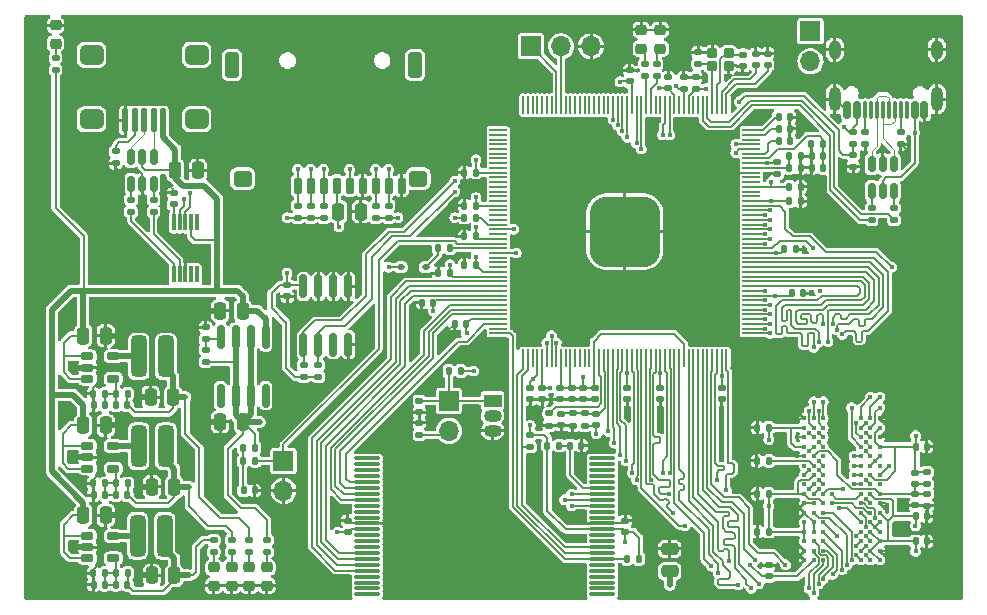
<source format=gbr>
%TF.GenerationSoftware,KiCad,Pcbnew,6.0.2+dfsg-1*%
%TF.CreationDate,2022-05-20T21:22:47+03:00*%
%TF.ProjectId,A13_test_project,4131335f-7465-4737-945f-70726f6a6563,rev?*%
%TF.SameCoordinates,Original*%
%TF.FileFunction,Copper,L1,Top*%
%TF.FilePolarity,Positive*%
%FSLAX46Y46*%
G04 Gerber Fmt 4.6, Leading zero omitted, Abs format (unit mm)*
G04 Created by KiCad (PCBNEW 6.0.2+dfsg-1) date 2022-05-20 21:22:47*
%MOMM*%
%LPD*%
G01*
G04 APERTURE LIST*
G04 Aperture macros list*
%AMRoundRect*
0 Rectangle with rounded corners*
0 $1 Rounding radius*
0 $2 $3 $4 $5 $6 $7 $8 $9 X,Y pos of 4 corners*
0 Add a 4 corners polygon primitive as box body*
4,1,4,$2,$3,$4,$5,$6,$7,$8,$9,$2,$3,0*
0 Add four circle primitives for the rounded corners*
1,1,$1+$1,$2,$3*
1,1,$1+$1,$4,$5*
1,1,$1+$1,$6,$7*
1,1,$1+$1,$8,$9*
0 Add four rect primitives between the rounded corners*
20,1,$1+$1,$2,$3,$4,$5,0*
20,1,$1+$1,$4,$5,$6,$7,0*
20,1,$1+$1,$6,$7,$8,$9,0*
20,1,$1+$1,$8,$9,$2,$3,0*%
G04 Aperture macros list end*
%TA.AperFunction,SMDPad,CuDef*%
%ADD10RoundRect,0.250000X-0.250000X-0.475000X0.250000X-0.475000X0.250000X0.475000X-0.250000X0.475000X0*%
%TD*%
%TA.AperFunction,SMDPad,CuDef*%
%ADD11RoundRect,0.140000X0.170000X-0.140000X0.170000X0.140000X-0.170000X0.140000X-0.170000X-0.140000X0*%
%TD*%
%TA.AperFunction,SMDPad,CuDef*%
%ADD12RoundRect,0.140000X-0.170000X0.140000X-0.170000X-0.140000X0.170000X-0.140000X0.170000X0.140000X0*%
%TD*%
%TA.AperFunction,SMDPad,CuDef*%
%ADD13RoundRect,0.140000X-0.140000X-0.170000X0.140000X-0.170000X0.140000X0.170000X-0.140000X0.170000X0*%
%TD*%
%TA.AperFunction,SMDPad,CuDef*%
%ADD14RoundRect,0.140000X0.140000X0.170000X-0.140000X0.170000X-0.140000X-0.170000X0.140000X-0.170000X0*%
%TD*%
%TA.AperFunction,SMDPad,CuDef*%
%ADD15RoundRect,0.250000X0.475000X-0.250000X0.475000X0.250000X-0.475000X0.250000X-0.475000X-0.250000X0*%
%TD*%
%TA.AperFunction,SMDPad,CuDef*%
%ADD16RoundRect,0.250000X0.250000X0.475000X-0.250000X0.475000X-0.250000X-0.475000X0.250000X-0.475000X0*%
%TD*%
%TA.AperFunction,SMDPad,CuDef*%
%ADD17RoundRect,0.112500X0.187500X0.112500X-0.187500X0.112500X-0.187500X-0.112500X0.187500X-0.112500X0*%
%TD*%
%TA.AperFunction,SMDPad,CuDef*%
%ADD18RoundRect,0.218750X-0.256250X0.218750X-0.256250X-0.218750X0.256250X-0.218750X0.256250X0.218750X0*%
%TD*%
%TA.AperFunction,SMDPad,CuDef*%
%ADD19RoundRect,0.135000X0.135000X0.185000X-0.135000X0.185000X-0.135000X-0.185000X0.135000X-0.185000X0*%
%TD*%
%TA.AperFunction,SMDPad,CuDef*%
%ADD20RoundRect,0.135000X-0.185000X0.135000X-0.185000X-0.135000X0.185000X-0.135000X0.185000X0.135000X0*%
%TD*%
%TA.AperFunction,SMDPad,CuDef*%
%ADD21RoundRect,0.135000X0.185000X-0.135000X0.185000X0.135000X-0.185000X0.135000X-0.185000X-0.135000X0*%
%TD*%
%TA.AperFunction,SMDPad,CuDef*%
%ADD22RoundRect,0.135000X-0.135000X-0.185000X0.135000X-0.185000X0.135000X0.185000X-0.135000X0.185000X0*%
%TD*%
%TA.AperFunction,ComponentPad*%
%ADD23R,1.500000X1.050000*%
%TD*%
%TA.AperFunction,ComponentPad*%
%ADD24O,1.500000X1.050000*%
%TD*%
%TA.AperFunction,SMDPad,CuDef*%
%ADD25RoundRect,0.150000X0.150000X-0.825000X0.150000X0.825000X-0.150000X0.825000X-0.150000X-0.825000X0*%
%TD*%
%TA.AperFunction,SMDPad,CuDef*%
%ADD26RoundRect,0.162500X-0.367500X-0.162500X0.367500X-0.162500X0.367500X0.162500X-0.367500X0.162500X0*%
%TD*%
%TA.AperFunction,SMDPad,CuDef*%
%ADD27C,0.400000*%
%TD*%
%TA.AperFunction,SMDPad,CuDef*%
%ADD28RoundRect,0.218750X0.256250X-0.218750X0.256250X0.218750X-0.256250X0.218750X-0.256250X-0.218750X0*%
%TD*%
%TA.AperFunction,SMDPad,CuDef*%
%ADD29RoundRect,0.325000X-0.325000X-1.425000X0.325000X-1.425000X0.325000X1.425000X-0.325000X1.425000X0*%
%TD*%
%TA.AperFunction,SMDPad,CuDef*%
%ADD30RoundRect,0.200000X0.250000X0.200000X-0.250000X0.200000X-0.250000X-0.200000X0.250000X-0.200000X0*%
%TD*%
%TA.AperFunction,SMDPad,CuDef*%
%ADD31RoundRect,0.150000X0.150000X0.575000X-0.150000X0.575000X-0.150000X-0.575000X0.150000X-0.575000X0*%
%TD*%
%TA.AperFunction,SMDPad,CuDef*%
%ADD32RoundRect,0.075000X0.075000X0.650000X-0.075000X0.650000X-0.075000X-0.650000X0.075000X-0.650000X0*%
%TD*%
%TA.AperFunction,ComponentPad*%
%ADD33O,1.000000X2.100000*%
%TD*%
%TA.AperFunction,ComponentPad*%
%ADD34O,1.000000X1.600000*%
%TD*%
%TA.AperFunction,SMDPad,CuDef*%
%ADD35RoundRect,0.075000X0.987000X0.075000X-0.987000X0.075000X-0.987000X-0.075000X0.987000X-0.075000X0*%
%TD*%
%TA.AperFunction,SMDPad,CuDef*%
%ADD36RoundRect,0.050000X0.050000X-0.687500X0.050000X0.687500X-0.050000X0.687500X-0.050000X-0.687500X0*%
%TD*%
%TA.AperFunction,SMDPad,CuDef*%
%ADD37RoundRect,0.050000X0.687500X-0.050000X0.687500X0.050000X-0.687500X0.050000X-0.687500X-0.050000X0*%
%TD*%
%TA.AperFunction,SMDPad,CuDef*%
%ADD38RoundRect,1.500000X1.500000X-1.500000X1.500000X1.500000X-1.500000X1.500000X-1.500000X-1.500000X0*%
%TD*%
%TA.AperFunction,SMDPad,CuDef*%
%ADD39RoundRect,0.175000X0.175000X0.525000X-0.175000X0.525000X-0.175000X-0.525000X0.175000X-0.525000X0*%
%TD*%
%TA.AperFunction,SMDPad,CuDef*%
%ADD40RoundRect,0.350000X0.450000X0.350000X-0.450000X0.350000X-0.450000X-0.350000X0.450000X-0.350000X0*%
%TD*%
%TA.AperFunction,SMDPad,CuDef*%
%ADD41RoundRect,0.300000X0.300000X0.800000X-0.300000X0.800000X-0.300000X-0.800000X0.300000X-0.800000X0*%
%TD*%
%TA.AperFunction,ComponentPad*%
%ADD42R,1.700000X1.700000*%
%TD*%
%TA.AperFunction,ComponentPad*%
%ADD43O,1.700000X1.700000*%
%TD*%
%TA.AperFunction,SMDPad,CuDef*%
%ADD44RoundRect,0.125000X0.125000X0.875000X-0.125000X0.875000X-0.125000X-0.875000X0.125000X-0.875000X0*%
%TD*%
%TA.AperFunction,SMDPad,CuDef*%
%ADD45RoundRect,0.425000X0.575000X0.425000X-0.575000X0.425000X-0.575000X-0.425000X0.575000X-0.425000X0*%
%TD*%
%TA.AperFunction,SMDPad,CuDef*%
%ADD46RoundRect,0.150000X0.150000X-0.512500X0.150000X0.512500X-0.150000X0.512500X-0.150000X-0.512500X0*%
%TD*%
%TA.AperFunction,SMDPad,CuDef*%
%ADD47RoundRect,0.150000X-0.150000X0.825000X-0.150000X-0.825000X0.150000X-0.825000X0.150000X0.825000X0*%
%TD*%
%TA.AperFunction,SMDPad,CuDef*%
%ADD48RoundRect,0.075000X0.075000X-0.625000X0.075000X0.625000X-0.075000X0.625000X-0.075000X-0.625000X0*%
%TD*%
%TA.AperFunction,SMDPad,CuDef*%
%ADD49RoundRect,0.150000X-0.150000X0.512500X-0.150000X-0.512500X0.150000X-0.512500X0.150000X0.512500X0*%
%TD*%
%TA.AperFunction,ViaPad*%
%ADD50C,0.400000*%
%TD*%
%TA.AperFunction,Conductor*%
%ADD51C,0.200000*%
%TD*%
%TA.AperFunction,Conductor*%
%ADD52C,0.500000*%
%TD*%
%TA.AperFunction,Conductor*%
%ADD53C,0.127000*%
%TD*%
%TA.AperFunction,Conductor*%
%ADD54C,0.150000*%
%TD*%
%TA.AperFunction,Conductor*%
%ADD55C,0.100000*%
%TD*%
G04 APERTURE END LIST*
D10*
%TO.P,C1,1*%
%TO.N,+3V3*%
X37350000Y-43900000D03*
%TO.P,C1,2*%
%TO.N,GND*%
X39250000Y-43900000D03*
%TD*%
D11*
%TO.P,C2,1*%
%TO.N,+1V5*%
X59200000Y-61980000D03*
%TO.P,C2,2*%
%TO.N,DDR3_SVREF*%
X59200000Y-61020000D03*
%TD*%
D12*
%TO.P,C3,1*%
%TO.N,DDR3_SVREF*%
X56200000Y-61020000D03*
%TO.P,C3,2*%
%TO.N,GND*%
X56200000Y-61980000D03*
%TD*%
D13*
%TO.P,C4,1*%
%TO.N,Net-(C4-Pad1)*%
X29320000Y-67500000D03*
%TO.P,C4,2*%
%TO.N,GND*%
X30280000Y-67500000D03*
%TD*%
D12*
%TO.P,C5,1*%
%TO.N,XTAL2*%
X71600000Y-30620000D03*
%TO.P,C5,2*%
%TO.N,GND*%
X71600000Y-31580000D03*
%TD*%
D14*
%TO.P,C6,1*%
%TO.N,GND*%
X76480000Y-40200000D03*
%TO.P,C6,2*%
%TO.N,Net-(C6-Pad2)*%
X75520000Y-40200000D03*
%TD*%
D11*
%TO.P,C7,1*%
%TO.N,XTAL1*%
X67800000Y-31380000D03*
%TO.P,C7,2*%
%TO.N,GND*%
X67800000Y-30420000D03*
%TD*%
D14*
%TO.P,C8,1*%
%TO.N,GND*%
X76480000Y-39200000D03*
%TO.P,C8,2*%
%TO.N,Net-(C6-Pad2)*%
X75520000Y-39200000D03*
%TD*%
%TO.P,C9,1*%
%TO.N,GND*%
X75580000Y-37900000D03*
%TO.P,C9,2*%
%TO.N,Net-(C9-Pad2)*%
X74620000Y-37900000D03*
%TD*%
D12*
%TO.P,C10,1*%
%TO.N,RESET*%
X44200000Y-59920000D03*
%TO.P,C10,2*%
%TO.N,GND*%
X44200000Y-60880000D03*
%TD*%
D13*
%TO.P,C11,1*%
%TO.N,GND*%
X77420000Y-40200000D03*
%TO.P,C11,2*%
%TO.N,Net-(C11-Pad2)*%
X78380000Y-40200000D03*
%TD*%
%TO.P,C12,1*%
%TO.N,GND*%
X77420000Y-39200000D03*
%TO.P,C12,2*%
%TO.N,Net-(C11-Pad2)*%
X78380000Y-39200000D03*
%TD*%
D10*
%TO.P,C14,1*%
%TO.N,+5V*%
X15750000Y-69600000D03*
%TO.P,C14,2*%
%TO.N,GND*%
X17650000Y-69600000D03*
%TD*%
%TO.P,C15,1*%
%TO.N,+5V*%
X15750000Y-54400000D03*
%TO.P,C15,2*%
%TO.N,GND*%
X17650000Y-54400000D03*
%TD*%
%TO.P,C16,1*%
%TO.N,+5V*%
X15750000Y-62000000D03*
%TO.P,C16,2*%
%TO.N,GND*%
X17650000Y-62000000D03*
%TD*%
D12*
%TO.P,C17,1*%
%TO.N,+1V5*%
X86200000Y-66000000D03*
%TO.P,C17,2*%
%TO.N,Net-(C17-Pad2)*%
X86200000Y-66960000D03*
%TD*%
%TO.P,C18,1*%
%TO.N,Net-(C17-Pad2)*%
X86200000Y-67800000D03*
%TO.P,C18,2*%
%TO.N,GND*%
X86200000Y-68760000D03*
%TD*%
D14*
%TO.P,C21,1*%
%TO.N,+1V5*%
X19480000Y-75500000D03*
%TO.P,C21,2*%
%TO.N,Net-(C21-Pad2)*%
X18520000Y-75500000D03*
%TD*%
%TO.P,C22,1*%
%TO.N,Net-(C21-Pad2)*%
X17580000Y-75500000D03*
%TO.P,C22,2*%
%TO.N,GND*%
X16620000Y-75500000D03*
%TD*%
%TO.P,C23,1*%
%TO.N,+1V2*%
X19480000Y-60300000D03*
%TO.P,C23,2*%
%TO.N,Net-(C23-Pad2)*%
X18520000Y-60300000D03*
%TD*%
%TO.P,C24,1*%
%TO.N,Net-(C23-Pad2)*%
X17580000Y-60300000D03*
%TO.P,C24,2*%
%TO.N,GND*%
X16620000Y-60300000D03*
%TD*%
%TO.P,C25,1*%
%TO.N,+3V3*%
X19480000Y-67900000D03*
%TO.P,C25,2*%
%TO.N,Net-(C25-Pad2)*%
X18520000Y-67900000D03*
%TD*%
%TO.P,C26,1*%
%TO.N,Net-(C25-Pad2)*%
X17580000Y-67900000D03*
%TO.P,C26,2*%
%TO.N,GND*%
X16620000Y-67900000D03*
%TD*%
D15*
%TO.P,C27,1*%
%TO.N,+1V5*%
X65400000Y-74350000D03*
%TO.P,C27,2*%
%TO.N,GND*%
X65400000Y-72450000D03*
%TD*%
D16*
%TO.P,C29,1*%
%TO.N,+1V5*%
X23450000Y-74700000D03*
%TO.P,C29,2*%
%TO.N,GND*%
X21550000Y-74700000D03*
%TD*%
%TO.P,C30,1*%
%TO.N,+1V2*%
X23350000Y-59600000D03*
%TO.P,C30,2*%
%TO.N,GND*%
X21450000Y-59600000D03*
%TD*%
%TO.P,C31,1*%
%TO.N,+3V3*%
X23450000Y-67200000D03*
%TO.P,C31,2*%
%TO.N,GND*%
X21550000Y-67200000D03*
%TD*%
D17*
%TO.P,D1,1,K*%
%TO.N,Net-(D1-Pad1)*%
X44750000Y-48600000D03*
%TO.P,D1,2,A*%
%TO.N,+3V3*%
X42650000Y-48600000D03*
%TD*%
D18*
%TO.P,D2,1,K*%
%TO.N,GND*%
X63000000Y-28512500D03*
%TO.P,D2,2,A*%
%TO.N,Net-(D2-Pad2)*%
X63000000Y-30087500D03*
%TD*%
%TO.P,D3,1,K*%
%TO.N,GND*%
X64600000Y-28512500D03*
%TO.P,D3,2,A*%
%TO.N,Net-(D3-Pad2)*%
X64600000Y-30087500D03*
%TD*%
D19*
%TO.P,R1,1*%
%TO.N,Net-(R1-Pad1)*%
X46810000Y-47000000D03*
%TO.P,R1,2*%
%TO.N,Net-(D1-Pad1)*%
X45790000Y-47000000D03*
%TD*%
D20*
%TO.P,R2,1*%
%TO.N,uSD_CMD*%
X36100000Y-43390000D03*
%TO.P,R2,2*%
%TO.N,+3V3*%
X36100000Y-44410000D03*
%TD*%
%TO.P,R3,1*%
%TO.N,uSD_DAT1*%
X41600000Y-43390000D03*
%TO.P,R3,2*%
%TO.N,+3V3*%
X41600000Y-44410000D03*
%TD*%
%TO.P,R4,1*%
%TO.N,uSD_DAT0*%
X40500000Y-43390000D03*
%TO.P,R4,2*%
%TO.N,+3V3*%
X40500000Y-44410000D03*
%TD*%
%TO.P,R5,1*%
%TO.N,uSD_DAT3*%
X35000000Y-43390000D03*
%TO.P,R5,2*%
%TO.N,+3V3*%
X35000000Y-44410000D03*
%TD*%
%TO.P,R6,1*%
%TO.N,uSD_DAT2*%
X33900000Y-43390000D03*
%TO.P,R6,2*%
%TO.N,+3V3*%
X33900000Y-44410000D03*
%TD*%
D19*
%TO.P,R7,1*%
%TO.N,USB0_ID_DET*%
X49010000Y-44400000D03*
%TO.P,R7,2*%
%TO.N,+3V3*%
X47990000Y-44400000D03*
%TD*%
D20*
%TO.P,R8,1*%
%TO.N,USB0_BUS_DET*%
X80950000Y-39090000D03*
%TO.P,R8,2*%
%TO.N,GND*%
X80950000Y-40110000D03*
%TD*%
%TO.P,R9,1*%
%TO.N,+5VP*%
X80950000Y-37190000D03*
%TO.P,R9,2*%
%TO.N,USB0_BUS_DET*%
X80950000Y-38210000D03*
%TD*%
%TO.P,R10,1*%
%TO.N,Net-(R10-Pad1)*%
X55200000Y-60990000D03*
%TO.P,R10,2*%
%TO.N,GND*%
X55200000Y-62010000D03*
%TD*%
%TO.P,R11,1*%
%TO.N,Net-(D2-Pad2)*%
X63300000Y-31390000D03*
%TO.P,R11,2*%
%TO.N,LED1*%
X63300000Y-32410000D03*
%TD*%
D21*
%TO.P,R12,1*%
%TO.N,+1V5*%
X58200000Y-62010000D03*
%TO.P,R12,2*%
%TO.N,DDR3_SVREF*%
X58200000Y-60990000D03*
%TD*%
D20*
%TO.P,R13,1*%
%TO.N,DDR3_SVREF*%
X57200000Y-60990000D03*
%TO.P,R13,2*%
%TO.N,GND*%
X57200000Y-62010000D03*
%TD*%
D19*
%TO.P,R14,1*%
%TO.N,+3V0*%
X30310000Y-63925000D03*
%TO.P,R14,2*%
%TO.N,Net-(C4-Pad1)*%
X29290000Y-63925000D03*
%TD*%
D20*
%TO.P,R15,1*%
%TO.N,Net-(D3-Pad2)*%
X64300000Y-31390000D03*
%TO.P,R15,2*%
%TO.N,LED2*%
X64300000Y-32410000D03*
%TD*%
D19*
%TO.P,R16,1*%
%TO.N,UBOOT*%
X30310000Y-65000000D03*
%TO.P,R16,2*%
%TO.N,Net-(C4-Pad1)*%
X29290000Y-65000000D03*
%TD*%
%TO.P,R17,1*%
%TO.N,+3V3*%
X47710000Y-57400000D03*
%TO.P,R17,2*%
%TO.N,RESET*%
X46690000Y-57400000D03*
%TD*%
D21*
%TO.P,R18,1*%
%TO.N,Net-(J6-Pad2)*%
X44200000Y-62810000D03*
%TO.P,R18,2*%
%TO.N,GND*%
X44200000Y-61790000D03*
%TD*%
D20*
%TO.P,R19,1*%
%TO.N,I2C_SCL*%
X35665000Y-56890000D03*
%TO.P,R19,2*%
%TO.N,+3V3*%
X35665000Y-57910000D03*
%TD*%
D22*
%TO.P,R20,1*%
%TO.N,GND*%
X77390000Y-38200000D03*
%TO.P,R20,2*%
%TO.N,Net-(C11-Pad2)*%
X78410000Y-38200000D03*
%TD*%
D20*
%TO.P,R21,1*%
%TO.N,I2C_SDA*%
X34400000Y-56890000D03*
%TO.P,R21,2*%
%TO.N,+3V3*%
X34400000Y-57910000D03*
%TD*%
%TO.P,R52,1*%
%TO.N,Net-(D9-Pad2)*%
X13400000Y-30890000D03*
%TO.P,R52,2*%
%TO.N,+5V*%
X13400000Y-31910000D03*
%TD*%
D19*
%TO.P,R82,1*%
%TO.N,+1V5*%
X19510000Y-74500000D03*
%TO.P,R82,2*%
%TO.N,Net-(C21-Pad2)*%
X18490000Y-74500000D03*
%TD*%
%TO.P,R83,1*%
%TO.N,Net-(C21-Pad2)*%
X17610000Y-74500000D03*
%TO.P,R83,2*%
%TO.N,GND*%
X16590000Y-74500000D03*
%TD*%
%TO.P,R84,1*%
%TO.N,+1V2*%
X19510000Y-59300000D03*
%TO.P,R84,2*%
%TO.N,Net-(C23-Pad2)*%
X18490000Y-59300000D03*
%TD*%
%TO.P,R85,1*%
%TO.N,Net-(C23-Pad2)*%
X17610000Y-59300000D03*
%TO.P,R85,2*%
%TO.N,GND*%
X16590000Y-59300000D03*
%TD*%
%TO.P,R86,1*%
%TO.N,+3V3*%
X19510000Y-66900000D03*
%TO.P,R86,2*%
%TO.N,Net-(C25-Pad2)*%
X18490000Y-66900000D03*
%TD*%
%TO.P,R87,1*%
%TO.N,Net-(C25-Pad2)*%
X17610000Y-66900000D03*
%TO.P,R87,2*%
%TO.N,GND*%
X16590000Y-66900000D03*
%TD*%
D20*
%TO.P,R110,1*%
%TO.N,+1V5*%
X87200000Y-65970000D03*
%TO.P,R110,2*%
%TO.N,Net-(C17-Pad2)*%
X87200000Y-66990000D03*
%TD*%
%TO.P,R111,1*%
%TO.N,Net-(C17-Pad2)*%
X87200000Y-67770000D03*
%TO.P,R111,2*%
%TO.N,GND*%
X87200000Y-68790000D03*
%TD*%
D21*
%TO.P,R114,1*%
%TO.N,Net-(D11-Pad2)*%
X26800000Y-72710000D03*
%TO.P,R114,2*%
%TO.N,+1V5*%
X26800000Y-71690000D03*
%TD*%
D23*
%TO.P,U2,1,~{RST}*%
%TO.N,RESET*%
X50400000Y-59900000D03*
D24*
%TO.P,U2,2,VDD*%
%TO.N,+3V3*%
X50400000Y-61170000D03*
%TO.P,U2,3,VSS*%
%TO.N,GND*%
X50400000Y-62440000D03*
%TD*%
D25*
%TO.P,U3,1,SDA*%
%TO.N,I2C_SDA*%
X34395000Y-55175000D03*
%TO.P,U3,2,SCL*%
%TO.N,I2C_SCL*%
X35665000Y-55175000D03*
%TO.P,U3,3,O.S.*%
%TO.N,unconnected-(U3-Pad3)*%
X36935000Y-55175000D03*
%TO.P,U3,4,GND*%
%TO.N,GND*%
X38205000Y-55175000D03*
%TO.P,U3,5,A2*%
X38205000Y-50225000D03*
%TO.P,U3,6,A1*%
X36935000Y-50225000D03*
%TO.P,U3,7,A0*%
X35665000Y-50225000D03*
%TO.P,U3,8,+Vs*%
%TO.N,+3V3*%
X34395000Y-50225000D03*
%TD*%
D26*
%TO.P,U8,1,Vin*%
%TO.N,+5V*%
X16100000Y-71350000D03*
%TO.P,U8,2,GND*%
%TO.N,GND*%
X16100000Y-72300000D03*
%TO.P,U8,3,EN*%
%TO.N,+5V*%
X16100000Y-73250000D03*
%TO.P,U8,4,FB*%
%TO.N,Net-(C21-Pad2)*%
X18300000Y-73250000D03*
%TO.P,U8,5,SW*%
%TO.N,Net-(L2-Pad1)*%
X18300000Y-71350000D03*
%TD*%
%TO.P,U9,1,Vin*%
%TO.N,+5V*%
X16100000Y-56150000D03*
%TO.P,U9,2,GND*%
%TO.N,GND*%
X16100000Y-57100000D03*
%TO.P,U9,3,EN*%
%TO.N,+5V*%
X16100000Y-58050000D03*
%TO.P,U9,4,FB*%
%TO.N,Net-(C23-Pad2)*%
X18300000Y-58050000D03*
%TO.P,U9,5,SW*%
%TO.N,Net-(L3-Pad1)*%
X18300000Y-56150000D03*
%TD*%
%TO.P,U10,1,Vin*%
%TO.N,+5V*%
X16100000Y-63750000D03*
%TO.P,U10,2,GND*%
%TO.N,GND*%
X16100000Y-64700000D03*
%TO.P,U10,3,EN*%
%TO.N,+5V*%
X16100000Y-65650000D03*
%TO.P,U10,4,FB*%
%TO.N,Net-(C25-Pad2)*%
X18300000Y-65650000D03*
%TO.P,U10,5,SW*%
%TO.N,Net-(L4-Pad1)*%
X18300000Y-63750000D03*
%TD*%
D27*
%TO.P,U11,A1,VDDQ*%
%TO.N,+1V5*%
X83200000Y-73400000D03*
%TO.P,U11,A2,DQ13*%
%TO.N,DDR3_D13*%
X82400000Y-73400000D03*
%TO.P,U11,A3,DQ15*%
%TO.N,DDR3_D15*%
X81600000Y-73400000D03*
%TO.P,U11,A7,DQ12*%
%TO.N,DDR3_D12*%
X78400000Y-73400000D03*
%TO.P,U11,A8,VDDQ*%
%TO.N,+1V5*%
X77600000Y-73400000D03*
%TO.P,U11,A9,VSS*%
%TO.N,GND*%
X76800000Y-73400000D03*
%TO.P,U11,B1,VSSQ*%
X83200000Y-72600000D03*
%TO.P,U11,B2,VDD*%
%TO.N,+1V5*%
X82400000Y-72600000D03*
%TO.P,U11,B3,VSS*%
%TO.N,GND*%
X81600000Y-72600000D03*
%TO.P,U11,B7,~{UDQS}*%
%TO.N,DDR3_~{UDQS}*%
X78400000Y-72600000D03*
%TO.P,U11,B8,DQ14*%
%TO.N,DDR3_D14*%
X77600000Y-72600000D03*
%TO.P,U11,B9,VSSQ*%
%TO.N,GND*%
X76800000Y-72600000D03*
%TO.P,U11,C1,VDDQ*%
%TO.N,+1V5*%
X83200000Y-71800000D03*
%TO.P,U11,C2,DQ11*%
%TO.N,DDR3_D11*%
X82400000Y-71800000D03*
%TO.P,U11,C3,DQ9*%
%TO.N,DDR3_D9*%
X81600000Y-71800000D03*
%TO.P,U11,C7,UDQS*%
%TO.N,DDR3_UDQS*%
X78400000Y-71800000D03*
%TO.P,U11,C8,DQ10*%
%TO.N,DDR3_D10*%
X77600000Y-71800000D03*
%TO.P,U11,C9,VDDQ*%
%TO.N,+1V5*%
X76800000Y-71800000D03*
%TO.P,U11,D1,VSSQ*%
%TO.N,GND*%
X83200000Y-71000000D03*
%TO.P,U11,D2,VDDQ*%
%TO.N,+1V5*%
X82400000Y-71000000D03*
%TO.P,U11,D3,UDM*%
%TO.N,DDR3_UDM*%
X81600000Y-71000000D03*
%TO.P,U11,D7,DQ8*%
%TO.N,DDR3_D8*%
X78400000Y-71000000D03*
%TO.P,U11,D8,VSSQ*%
%TO.N,GND*%
X77600000Y-71000000D03*
%TO.P,U11,D9,VDD*%
%TO.N,+1V5*%
X76800000Y-71000000D03*
%TO.P,U11,E1,VSS*%
%TO.N,GND*%
X83200000Y-70200000D03*
%TO.P,U11,E2,VSSQ*%
X82400000Y-70200000D03*
%TO.P,U11,E3,DQ0*%
%TO.N,DDR3_D0*%
X81600000Y-70200000D03*
%TO.P,U11,E7,LDM*%
%TO.N,DDR3_LDM*%
X78400000Y-70200000D03*
%TO.P,U11,E8,VSSQ*%
%TO.N,GND*%
X77600000Y-70200000D03*
%TO.P,U11,E9,VDDQ*%
%TO.N,+1V5*%
X76800000Y-70200000D03*
%TO.P,U11,F1,VDDQ*%
X83200000Y-69400000D03*
%TO.P,U11,F2,DQ2*%
%TO.N,DDR3_D2*%
X82400000Y-69400000D03*
%TO.P,U11,F3,LDQS*%
%TO.N,DDR3_LDQS*%
X81600000Y-69400000D03*
%TO.P,U11,F7,DQ1*%
%TO.N,DDR3_D1*%
X78400000Y-69400000D03*
%TO.P,U11,F8,DQ3*%
%TO.N,DDR3_D3*%
X77600000Y-69400000D03*
%TO.P,U11,F9,VSSQ*%
%TO.N,GND*%
X76800000Y-69400000D03*
%TO.P,U11,G1,VSSQ*%
X83200000Y-68600000D03*
%TO.P,U11,G2,DQ6*%
%TO.N,DDR3_D6*%
X82400000Y-68600000D03*
%TO.P,U11,G3,~{LDQS}*%
%TO.N,DDR3_~{LDQS}*%
X81600000Y-68600000D03*
%TO.P,U11,G7,VDD*%
%TO.N,+1V5*%
X78400000Y-68600000D03*
%TO.P,U11,G8,VSS*%
%TO.N,GND*%
X77600000Y-68600000D03*
%TO.P,U11,G9,VSSQ*%
X76800000Y-68600000D03*
%TO.P,U11,H1,VREFDQ*%
%TO.N,Net-(C17-Pad2)*%
X83200000Y-67800000D03*
%TO.P,U11,H2,VDDQ*%
%TO.N,+1V5*%
X82400000Y-67800000D03*
%TO.P,U11,H3,DQ4*%
%TO.N,DDR3_D4*%
X81600000Y-67800000D03*
%TO.P,U11,H7,DQ7*%
%TO.N,DDR3_D7*%
X78400000Y-67800000D03*
%TO.P,U11,H8,DQ5*%
%TO.N,DDR3_D5*%
X77600000Y-67800000D03*
%TO.P,U11,H9,VDDQ*%
%TO.N,+1V5*%
X76800000Y-67800000D03*
%TO.P,U11,J1,NC*%
%TO.N,unconnected-(U11-PadJ1)*%
X83200000Y-67000000D03*
%TO.P,U11,J2,VSS*%
%TO.N,GND*%
X82400000Y-67000000D03*
%TO.P,U11,J3,~{RAS}*%
%TO.N,DDR3_~{RAS}*%
X81600000Y-67000000D03*
%TO.P,U11,J7,CK*%
%TO.N,DDR3_CK*%
X78400000Y-67000000D03*
%TO.P,U11,J8,VSS*%
%TO.N,GND*%
X77600000Y-67000000D03*
%TO.P,U11,J9,NC*%
%TO.N,unconnected-(U11-PadJ9)*%
X76800000Y-67000000D03*
%TO.P,U11,K1,ODT*%
%TO.N,DDR3_ODT*%
X83200000Y-66200000D03*
%TO.P,U11,K2,VDD*%
%TO.N,+1V5*%
X82400000Y-66200000D03*
%TO.P,U11,K3,~{CAS}*%
%TO.N,DDR3_~{CAS}*%
X81600000Y-66200000D03*
%TO.P,U11,K7,~{CK}*%
%TO.N,DDR3_~{CK}*%
X78400000Y-66200000D03*
%TO.P,U11,K8,VDD*%
%TO.N,+1V5*%
X77600000Y-66200000D03*
%TO.P,U11,K9,CKE*%
%TO.N,DDR3_CKE*%
X76800000Y-66200000D03*
%TO.P,U11,L1,NC*%
%TO.N,unconnected-(U11-PadL1)*%
X83200000Y-65400000D03*
%TO.P,U11,L2,~{CS}*%
%TO.N,GND*%
X82400000Y-65400000D03*
%TO.P,U11,L3,~{WE}*%
%TO.N,DDR3_~{WE}*%
X81600000Y-65400000D03*
%TO.P,U11,L7,A10/AP*%
%TO.N,DDR3_A10*%
X78400000Y-65400000D03*
%TO.P,U11,L8,ZQ*%
%TO.N,Net-(R112-Pad1)*%
X77600000Y-65400000D03*
%TO.P,U11,L9,NC*%
%TO.N,unconnected-(U11-PadL9)*%
X76800000Y-65400000D03*
%TO.P,U11,M1,VSS*%
%TO.N,GND*%
X83200000Y-64600000D03*
%TO.P,U11,M2,BA0*%
%TO.N,DDR3_BA0*%
X82400000Y-64600000D03*
%TO.P,U11,M3,BA2*%
%TO.N,DDR3_BA2*%
X81600000Y-64600000D03*
%TO.P,U11,M7,NC*%
%TO.N,unconnected-(U11-PadM7)*%
X78400000Y-64600000D03*
%TO.P,U11,M8,VREFCA*%
%TO.N,Net-(C17-Pad2)*%
X77600000Y-64600000D03*
%TO.P,U11,M9,VSS*%
%TO.N,GND*%
X76800000Y-64600000D03*
%TO.P,U11,N1,VDD*%
%TO.N,+1V5*%
X83200000Y-63800000D03*
%TO.P,U11,N2,A3*%
%TO.N,DDR3_A3*%
X82400000Y-63800000D03*
%TO.P,U11,N3,A0*%
%TO.N,DDR3_A0*%
X81600000Y-63800000D03*
%TO.P,U11,N7,A12/~{BC}*%
%TO.N,DDR3_A12*%
X78400000Y-63800000D03*
%TO.P,U11,N8,BA1*%
%TO.N,DDR3_BA1*%
X77600000Y-63800000D03*
%TO.P,U11,N9,VDD*%
%TO.N,+1V5*%
X76800000Y-63800000D03*
%TO.P,U11,P1,VSS*%
%TO.N,GND*%
X83200000Y-63000000D03*
%TO.P,U11,P2,A5*%
%TO.N,DDR3_A5*%
X82400000Y-63000000D03*
%TO.P,U11,P3,A2*%
%TO.N,DDR3_A2*%
X81600000Y-63000000D03*
%TO.P,U11,P7,A1*%
%TO.N,DDR3_A1*%
X78400000Y-63000000D03*
%TO.P,U11,P8,A4*%
%TO.N,DDR3_A4*%
X77600000Y-63000000D03*
%TO.P,U11,P9,VSS*%
%TO.N,GND*%
X76800000Y-63000000D03*
%TO.P,U11,R1,VDD*%
%TO.N,+1V5*%
X83200000Y-62200000D03*
%TO.P,U11,R2,A7*%
%TO.N,DDR3_A7*%
X82400000Y-62200000D03*
%TO.P,U11,R3,A9*%
%TO.N,DDR3_A9*%
X81600000Y-62200000D03*
%TO.P,U11,R7,A11*%
%TO.N,DDR3_A11*%
X78400000Y-62200000D03*
%TO.P,U11,R8,A6*%
%TO.N,DDR3_A6*%
X77600000Y-62200000D03*
%TO.P,U11,R9,VDD*%
%TO.N,+1V5*%
X76800000Y-62200000D03*
%TO.P,U11,T1,VSS*%
%TO.N,GND*%
X83200000Y-61400000D03*
%TO.P,U11,T2,~{RESET}*%
%TO.N,DDR3_~{RESET}*%
X82400000Y-61400000D03*
%TO.P,U11,T3,A13*%
%TO.N,DDR3_A13*%
X81600000Y-61400000D03*
%TO.P,U11,T7,A14*%
%TO.N,DDR3_A14*%
X78400000Y-61400000D03*
%TO.P,U11,T8,A8*%
%TO.N,DDR3_A8*%
X77600000Y-61400000D03*
%TO.P,U11,T9,VSS*%
%TO.N,GND*%
X76800000Y-61400000D03*
%TD*%
D11*
%TO.P,C32,1*%
%TO.N,TPY1*%
X72700000Y-31480000D03*
%TO.P,C32,2*%
%TO.N,GND*%
X72700000Y-30520000D03*
%TD*%
%TO.P,C33,1*%
%TO.N,TPX1*%
X73700000Y-31480000D03*
%TO.P,C33,2*%
%TO.N,GND*%
X73700000Y-30520000D03*
%TD*%
D13*
%TO.P,C34,1*%
%TO.N,TPX2*%
X74620000Y-36900000D03*
%TO.P,C34,2*%
%TO.N,GND*%
X75580000Y-36900000D03*
%TD*%
%TO.P,C35,1*%
%TO.N,TPY2*%
X74620000Y-35900000D03*
%TO.P,C35,2*%
%TO.N,GND*%
X75580000Y-35900000D03*
%TD*%
D28*
%TO.P,D11,1,K*%
%TO.N,GND*%
X26800000Y-75587500D03*
%TO.P,D11,2,A*%
%TO.N,Net-(D11-Pad2)*%
X26800000Y-74012500D03*
%TD*%
D29*
%TO.P,L2,1,1*%
%TO.N,Net-(L2-Pad1)*%
X20350000Y-71350000D03*
%TO.P,L2,2,2*%
%TO.N,+1V5*%
X22650000Y-71350000D03*
%TD*%
%TO.P,L3,1,1*%
%TO.N,Net-(L3-Pad1)*%
X20450000Y-56150000D03*
%TO.P,L3,2,2*%
%TO.N,+1V2*%
X22750000Y-56150000D03*
%TD*%
%TO.P,L4,1,1*%
%TO.N,Net-(L4-Pad1)*%
X20450000Y-63750000D03*
%TO.P,L4,2,2*%
%TO.N,+3V3*%
X22750000Y-63750000D03*
%TD*%
D30*
%TO.P,Y1,1,1*%
%TO.N,XTAL2*%
X70400000Y-30450000D03*
%TO.P,Y1,2,2*%
%TO.N,GND*%
X69000000Y-30450000D03*
%TO.P,Y1,3,3*%
%TO.N,XTAL1*%
X69000000Y-31550000D03*
%TO.P,Y1,4,4*%
%TO.N,GND*%
X70400000Y-31550000D03*
%TD*%
D19*
%TO.P,R112,1*%
%TO.N,Net-(R112-Pad1)*%
X73810000Y-65000000D03*
%TO.P,R112,2*%
%TO.N,GND*%
X72790000Y-65000000D03*
%TD*%
D18*
%TO.P,D9,1,K*%
%TO.N,GND*%
X13400000Y-28112500D03*
%TO.P,D9,2,A*%
%TO.N,Net-(D9-Pad2)*%
X13400000Y-29687500D03*
%TD*%
D31*
%TO.P,J2,A1,GND*%
%TO.N,GND*%
X86950000Y-35295000D03*
%TO.P,J2,A4,VBUS*%
%TO.N,+5VP*%
X86150000Y-35295000D03*
D32*
%TO.P,J2,A5,CC*%
%TO.N,Net-(J2-PadA5)*%
X84950000Y-35295000D03*
%TO.P,J2,A6,D+*%
%TO.N,TypeC_D+*%
X83950000Y-35295000D03*
%TO.P,J2,A7,D-*%
%TO.N,TypeC_D-*%
X83450000Y-35295000D03*
%TO.P,J2,A8*%
%TO.N,N/C*%
X82450000Y-35295000D03*
D31*
%TO.P,J2,A9,VBUS*%
%TO.N,+5VP*%
X81250000Y-35295000D03*
%TO.P,J2,A12,GND*%
%TO.N,GND*%
X80450000Y-35295000D03*
D32*
%TO.P,J2,B5,VCONN*%
%TO.N,Net-(J2-PadB5)*%
X81950000Y-35295000D03*
%TO.P,J2,B6,D+*%
%TO.N,TypeC_D+*%
X82950000Y-35295000D03*
%TO.P,J2,B7,D-*%
%TO.N,TypeC_D-*%
X84450000Y-35295000D03*
%TO.P,J2,B8*%
%TO.N,N/C*%
X85450000Y-35295000D03*
D33*
%TO.P,J2,S1,SHIELD*%
%TO.N,GND*%
X88020000Y-34380000D03*
X79380000Y-34380000D03*
D34*
X79380000Y-30200000D03*
X88020000Y-30200000D03*
%TD*%
D13*
%TO.P,C39,1*%
%TO.N,~{WP}*%
X56970000Y-63700000D03*
%TO.P,C39,2*%
%TO.N,GND*%
X57930000Y-63700000D03*
%TD*%
D19*
%TO.P,R117,1*%
%TO.N,+3V3*%
X62810000Y-73300000D03*
%TO.P,R117,2*%
%TO.N,R~{B}*%
X61790000Y-73300000D03*
%TD*%
D20*
%TO.P,R118,1*%
%TO.N,+3V3*%
X53600000Y-62790000D03*
%TO.P,R118,2*%
%TO.N,~{CE}*%
X53600000Y-63810000D03*
%TD*%
D22*
%TO.P,R119,1*%
%TO.N,+3V3*%
X55039999Y-63700000D03*
%TO.P,R119,2*%
%TO.N,~{WP}*%
X56059999Y-63700000D03*
%TD*%
D35*
%TO.P,U13,1*%
%TO.N,N/C*%
X59700000Y-76299999D03*
%TO.P,U13,2*%
X59700000Y-75799999D03*
%TO.P,U13,3*%
X59700000Y-75299999D03*
%TO.P,U13,4*%
X59700000Y-74799999D03*
%TO.P,U13,5*%
X59700000Y-74299999D03*
%TO.P,U13,6*%
X59700000Y-73799999D03*
%TO.P,U13,7,R/~{B}*%
%TO.N,R~{B}*%
X59700000Y-73299999D03*
%TO.P,U13,8,~{RE}*%
%TO.N,~{RE}*%
X59700000Y-72799999D03*
%TO.P,U13,9,~{CE}*%
%TO.N,~{CE}*%
X59700000Y-72299999D03*
%TO.P,U13,10*%
%TO.N,N/C*%
X59700000Y-71799999D03*
%TO.P,U13,11*%
X59700000Y-71299999D03*
%TO.P,U13,12,VCC*%
%TO.N,+3V3*%
X59700000Y-70799999D03*
%TO.P,U13,13,GND*%
%TO.N,GND*%
X59700000Y-70299999D03*
%TO.P,U13,14*%
%TO.N,N/C*%
X59700000Y-69799999D03*
%TO.P,U13,15*%
X59700000Y-69299999D03*
%TO.P,U13,16,CLE*%
%TO.N,CLE*%
X59700000Y-68799999D03*
%TO.P,U13,17,ALE*%
%TO.N,ALE*%
X59700000Y-68299999D03*
%TO.P,U13,18,~{WE}*%
%TO.N,~{WE}*%
X59700000Y-67799999D03*
%TO.P,U13,19,~{WP}*%
%TO.N,~{WP}*%
X59700000Y-67299999D03*
%TO.P,U13,20*%
%TO.N,N/C*%
X59700000Y-66799999D03*
%TO.P,U13,21*%
X59700000Y-66299999D03*
%TO.P,U13,22*%
X59700000Y-65799999D03*
%TO.P,U13,23*%
X59700000Y-65299999D03*
%TO.P,U13,24*%
X59700000Y-64799999D03*
%TO.P,U13,25*%
X39800000Y-64799999D03*
%TO.P,U13,26*%
X39800000Y-65299999D03*
%TO.P,U13,27*%
X39800000Y-65799999D03*
%TO.P,U13,28*%
X39800000Y-66299999D03*
%TO.P,U13,29,I/O0*%
%TO.N,NAND_IO0*%
X39800000Y-66799999D03*
%TO.P,U13,30,I/O1*%
%TO.N,NAND_IO1*%
X39800000Y-67299999D03*
%TO.P,U13,31,I/O2*%
%TO.N,NAND_IO2*%
X39800000Y-67799999D03*
%TO.P,U13,32,I/O3*%
%TO.N,NAND_IO3*%
X39800000Y-68299999D03*
%TO.P,U13,33*%
%TO.N,N/C*%
X39800000Y-68799999D03*
%TO.P,U13,34*%
X39800000Y-69299999D03*
%TO.P,U13,35*%
X39800000Y-69799999D03*
%TO.P,U13,36,GND*%
%TO.N,GND*%
X39800000Y-70299999D03*
%TO.P,U13,37,VCC*%
%TO.N,+3V3*%
X39800000Y-70799999D03*
%TO.P,U13,38*%
%TO.N,N/C*%
X39800000Y-71299999D03*
%TO.P,U13,39*%
X39800000Y-71799999D03*
%TO.P,U13,40*%
X39800000Y-72299999D03*
%TO.P,U13,41,I/O4*%
%TO.N,NAND_IO4*%
X39800000Y-72799999D03*
%TO.P,U13,42,I/O5*%
%TO.N,NAND_IO5*%
X39800000Y-73299999D03*
%TO.P,U13,43,I/O6*%
%TO.N,NAND_IO6*%
X39800000Y-73799999D03*
%TO.P,U13,44,I/O7*%
%TO.N,NAND_IO7*%
X39800000Y-74299999D03*
%TO.P,U13,45*%
%TO.N,N/C*%
X39800000Y-74799999D03*
%TO.P,U13,46*%
X39800000Y-75299999D03*
%TO.P,U13,47*%
X39800000Y-75799999D03*
%TO.P,U13,48*%
X39800000Y-76299999D03*
%TD*%
D21*
%TO.P,R22,1*%
%TO.N,GND*%
X84950000Y-38210000D03*
%TO.P,R22,2*%
%TO.N,Net-(J2-PadA5)*%
X84950000Y-37190000D03*
%TD*%
%TO.P,R23,1*%
%TO.N,GND*%
X81950000Y-38210000D03*
%TO.P,R23,2*%
%TO.N,Net-(J2-PadB5)*%
X81950000Y-37190000D03*
%TD*%
D12*
%TO.P,C40,1*%
%TO.N,+3V3*%
X33010000Y-50120000D03*
%TO.P,C40,2*%
%TO.N,GND*%
X33010000Y-51080000D03*
%TD*%
D36*
%TO.P,U1,1,NRE*%
%TO.N,~{RE}*%
X53000000Y-56312500D03*
%TO.P,U1,2,NCE0*%
%TO.N,~{CE}*%
X53400000Y-56312500D03*
%TO.P,U1,3,NCE1/SPI0_CS0*%
%TO.N,unconnected-(U1-Pad3)*%
X53800000Y-56312500D03*
%TO.P,U1,4,VVD1_CPU*%
%TO.N,+1V2*%
X54200000Y-56312500D03*
%TO.P,U1,5,VCC1*%
%TO.N,+3V3*%
X54600000Y-56312500D03*
%TO.P,U1,6,NCLE/SPI0_CLK*%
%TO.N,CLE*%
X55000000Y-56312500D03*
%TO.P,U1,7,NALE/SPI0_MISO*%
%TO.N,ALE*%
X55400000Y-56312500D03*
%TO.P,U1,8,NWE/SPI0_MOSI*%
%TO.N,~{WE}*%
X55800000Y-56312500D03*
%TO.P,U1,9,VDD2_CPU*%
%TO.N,+1V2*%
X56200000Y-56312500D03*
%TO.P,U1,10,PB10/EINT24*%
%TO.N,PIN9*%
X56600000Y-56312500D03*
%TO.P,U1,11,VDD3_CPU*%
%TO.N,+1V2*%
X57000000Y-56312500D03*
%TO.P,U1,12,PG9/SPI1_CS0/UART3_TX/EINT9*%
%TO.N,unconnected-(U1-Pad12)*%
X57400000Y-56312500D03*
%TO.P,U1,13,PG10_SPI1_CLK/UART3_RX/EINT10*%
%TO.N,unconnected-(U1-Pad13)*%
X57800000Y-56312500D03*
%TO.P,U1,14,PG11/SPI1_MOSI/UART3_CTS/EINT11*%
%TO.N,unconnected-(U1-Pad14)*%
X58200000Y-56312500D03*
%TO.P,U1,15,PG12/SPI1_MOSI/UART3_RTS/EINT12*%
%TO.N,USB0_DRV*%
X58600000Y-56312500D03*
%TO.P,U1,16,VDD4_CPU*%
%TO.N,+1V2*%
X59000000Y-56312500D03*
%TO.P,U1,17,DZQ*%
%TO.N,Net-(R10-Pad1)*%
X59400000Y-56312500D03*
%TO.P,U1,18,SVREF*%
%TO.N,DDR3_SVREF*%
X59800000Y-56312500D03*
%TO.P,U1,19,DDR3_D4*%
%TO.N,DDR3_D4*%
X60200000Y-56312500D03*
%TO.P,U1,20,DDR3_D6*%
%TO.N,DDR3_D6*%
X60600000Y-56312500D03*
%TO.P,U1,21,DDR3_D2*%
%TO.N,DDR3_D2*%
X61000000Y-56312500D03*
%TO.P,U1,22,DDR3_D0*%
%TO.N,DDR3_D0*%
X61400000Y-56312500D03*
%TO.P,U1,23,VCC1_DRAM*%
%TO.N,+1V5*%
X61800000Y-56312500D03*
%TO.P,U1,24,DDR3_D11*%
%TO.N,DDR3_D11*%
X62200000Y-56312500D03*
%TO.P,U1,25,DDR3_D9*%
%TO.N,DDR3_D9*%
X62600000Y-56312500D03*
%TO.P,U1,26,DDR3_D13*%
%TO.N,DDR3_D13*%
X63000000Y-56312500D03*
%TO.P,U1,27,DDR3_D15*%
%TO.N,DDR3_D15*%
X63400000Y-56312500D03*
%TO.P,U1,28,DDR3_DM1*%
%TO.N,DDR3_UDM*%
X63800000Y-56312500D03*
%TO.P,U1,29,DDR3_DM0*%
%TO.N,DDR3_LDM*%
X64200000Y-56312500D03*
%TO.P,U1,30,VCC2_DRAM*%
%TO.N,+1V5*%
X64600000Y-56312500D03*
%TO.P,U1,31,DDR3_DQS0*%
%TO.N,DDR3_LDQS*%
X65000000Y-56312500D03*
%TO.P,U1,32,DDR3_DQS0_N*%
%TO.N,DDR3_~{LDQS}*%
X65400000Y-56312500D03*
%TO.P,U1,33,DDR3_DQS1*%
%TO.N,DDR3_UDQS*%
X65800000Y-56312500D03*
%TO.P,U1,34,DDR3_DQS1_N*%
%TO.N,DDR3_~{UDQS}*%
X66200000Y-56312500D03*
%TO.P,U1,35,VDD1_INT*%
%TO.N,+1V2*%
X66600000Y-56312500D03*
%TO.P,U1,36,DDR3_D12*%
%TO.N,DDR3_D12*%
X67000000Y-56312500D03*
%TO.P,U1,37,DDR3_D8*%
%TO.N,DDR3_D8*%
X67400000Y-56312500D03*
%TO.P,U1,38,DDR3_D14*%
%TO.N,DDR3_D14*%
X67800000Y-56312500D03*
%TO.P,U1,39,DDR3_D10*%
%TO.N,DDR3_D10*%
X68200000Y-56312500D03*
%TO.P,U1,40,DDR3_D1*%
%TO.N,DDR3_D1*%
X68600000Y-56312500D03*
%TO.P,U1,41,DDR3_D3*%
%TO.N,DDR3_D3*%
X69000000Y-56312500D03*
%TO.P,U1,42,DDR3_D7*%
%TO.N,DDR3_D7*%
X69400000Y-56312500D03*
%TO.P,U1,43,VCC3_DRAM*%
%TO.N,+1V5*%
X69800000Y-56312500D03*
%TO.P,U1,44,DDR3_D5*%
%TO.N,DDR3_D5*%
X70200000Y-56312500D03*
D37*
%TO.P,U1,45,DDR3_CK*%
%TO.N,DDR3_CK*%
X72312500Y-54200000D03*
%TO.P,U1,46,DDR3_CK_N*%
%TO.N,DDR3_~{CK}*%
X72312500Y-53800000D03*
%TO.P,U1,47,DDR3_CKE*%
%TO.N,DDR3_CKE*%
X72312500Y-53400000D03*
%TO.P,U1,48,DDR3_A10*%
%TO.N,DDR3_A10*%
X72312500Y-53000000D03*
%TO.P,U1,49,DDR3_BA1*%
%TO.N,DDR3_BA1*%
X72312500Y-52600000D03*
%TO.P,U1,50,DDR3_A12*%
%TO.N,DDR3_A12*%
X72312500Y-52200000D03*
%TO.P,U1,51,DDR3_A4*%
%TO.N,DDR3_A4*%
X72312500Y-51800000D03*
%TO.P,U1,52,DDR3_A1*%
%TO.N,DDR3_A1*%
X72312500Y-51400000D03*
%TO.P,U1,53,VCC4_DRAM*%
%TO.N,+1V5*%
X72312500Y-51000000D03*
%TO.P,U1,54,DDR3_A6*%
%TO.N,DDR3_A6*%
X72312500Y-50600000D03*
%TO.P,U1,55,DDR3_A8*%
%TO.N,DDR3_A8*%
X72312500Y-50200000D03*
%TO.P,U1,56,DDR3_A11*%
%TO.N,DDR3_A11*%
X72312500Y-49800000D03*
%TO.P,U1,57,DDR3_A14*%
%TO.N,DDR3_A14*%
X72312500Y-49400000D03*
%TO.P,U1,58,DDR3_RAS*%
%TO.N,DDR3_~{RAS}*%
X72312500Y-49000000D03*
%TO.P,U1,59,DDR3_CAS*%
%TO.N,DDR3_~{CAS}*%
X72312500Y-48600000D03*
%TO.P,U1,60,DDR3_WE*%
%TO.N,DDR3_~{WE}*%
X72312500Y-48200000D03*
%TO.P,U1,61,DDR3_BA2*%
%TO.N,DDR3_BA2*%
X72312500Y-47800000D03*
%TO.P,U1,62,VCC5_DRAM*%
%TO.N,+1V5*%
X72312500Y-47400000D03*
%TO.P,U1,63,DDR3_BA0*%
%TO.N,DDR3_BA0*%
X72312500Y-47000000D03*
%TO.P,U1,64,DDR3_A0*%
%TO.N,DDR3_A0*%
X72312500Y-46600000D03*
%TO.P,U1,65,DDR3_A3*%
%TO.N,DDR3_A3*%
X72312500Y-46200000D03*
%TO.P,U1,66,DDR3_A2*%
%TO.N,DDR3_A2*%
X72312500Y-45800000D03*
%TO.P,U1,67,DDR3_A5*%
%TO.N,DDR3_A5*%
X72312500Y-45400000D03*
%TO.P,U1,68,DDR3_A13*%
%TO.N,DDR3_A13*%
X72312500Y-45000000D03*
%TO.P,U1,69,DDR3_A9*%
%TO.N,DDR3_A9*%
X72312500Y-44600000D03*
%TO.P,U1,70,DDR3_RST*%
%TO.N,DDR3_~{RESET}*%
X72312500Y-44200000D03*
%TO.P,U1,71,DDR3_A7*%
%TO.N,DDR3_A7*%
X72312500Y-43800000D03*
%TO.P,U1,72,DDR3_ODT*%
%TO.N,DDR3_ODT*%
X72312500Y-43400000D03*
%TO.P,U1,73,VDD_INT*%
%TO.N,+1V2*%
X72312500Y-43000000D03*
%TO.P,U1,74,HPOUTL*%
%TO.N,unconnected-(U1-Pad74)*%
X72312500Y-42600000D03*
%TO.P,U1,75,HPBP*%
%TO.N,unconnected-(U1-Pad75)*%
X72312500Y-42200000D03*
%TO.P,U1,76,V33_HP*%
%TO.N,+3V3*%
X72312500Y-41800000D03*
%TO.P,U1,77,HPCOM*%
%TO.N,unconnected-(U1-Pad77)*%
X72312500Y-41400000D03*
%TO.P,U1,78,HPOUTR*%
%TO.N,unconnected-(U1-Pad78)*%
X72312500Y-41000000D03*
%TO.P,U1,79,AGND*%
%TO.N,GND*%
X72312500Y-40600000D03*
%TO.P,U1,80,VRP*%
%TO.N,Net-(C6-Pad2)*%
X72312500Y-40200000D03*
%TO.P,U1,81,AVCC*%
%TO.N,+3V0*%
X72312500Y-39800000D03*
%TO.P,U1,82,VRA2*%
%TO.N,Net-(C11-Pad2)*%
X72312500Y-39400000D03*
%TO.P,U1,83,VRA1*%
%TO.N,Net-(C9-Pad2)*%
X72312500Y-39000000D03*
%TO.P,U1,84,MICIN1*%
%TO.N,Net-(U1-Pad84)*%
X72312500Y-38600000D03*
%TO.P,U1,85,VMIC*%
%TO.N,Net-(U1-Pad85)*%
X72312500Y-38200000D03*
%TO.P,U1,86,LRADC*%
%TO.N,unconnected-(U1-Pad86)*%
X72312500Y-37800000D03*
%TO.P,U1,87,TPX2*%
%TO.N,TPX2*%
X72312500Y-37400000D03*
%TO.P,U1,88,TPY2*%
%TO.N,TPY2*%
X72312500Y-37000000D03*
D36*
%TO.P,U1,89,TPX1*%
%TO.N,TPX1*%
X70200000Y-34887500D03*
%TO.P,U1,90,TPY1*%
%TO.N,TPY1*%
X69800000Y-34887500D03*
%TO.P,U1,91,X24M_OUT*%
%TO.N,XTAL2*%
X69400000Y-34887500D03*
%TO.P,U1,92,X24M_IN*%
%TO.N,XTAL1*%
X69000000Y-34887500D03*
%TO.P,U1,93,UDM0*%
%TO.N,Net-(R26-Pad2)*%
X68600000Y-34887500D03*
%TO.P,U1,94,UDP0*%
%TO.N,Net-(R25-Pad2)*%
X68200000Y-34887500D03*
%TO.P,U1,95,UDM1*%
%TO.N,HOST_UDM*%
X67800000Y-34887500D03*
%TO.P,U1,96,UDP1*%
%TO.N,HOST_UDP*%
X67400000Y-34887500D03*
%TO.P,U1,97,V33_USB*%
%TO.N,+3V3*%
X67000000Y-34887500D03*
%TO.P,U1,98,VDD3_INT*%
%TO.N,+1V2*%
X66600000Y-34887500D03*
%TO.P,U1,99,NC*%
%TO.N,unconnected-(U1-Pad99)*%
X66200000Y-34887500D03*
%TO.P,U1,100,VCC2*%
%TO.N,+3V3*%
X65800000Y-34887500D03*
%TO.P,U1,101,TWIO_SCK*%
%TO.N,I2C_SCL*%
X65400000Y-34887500D03*
%TO.P,U1,102,TWIO_SDA*%
%TO.N,I2C_SDA*%
X65000000Y-34887500D03*
%TO.P,U1,103,PB2/EINT16*%
%TO.N,PIN6*%
X64600000Y-34887500D03*
%TO.P,U1,104,PB4/EINT18*%
%TO.N,PIN8*%
X64200000Y-34887500D03*
%TO.P,U1,105,PB15*%
%TO.N,LED2*%
X63800000Y-34887500D03*
%TO.P,U1,106,PB16*%
%TO.N,LED1*%
X63400000Y-34887500D03*
%TO.P,U1,107,SDC0_D1*%
%TO.N,uSD_DAT1*%
X63000000Y-34887500D03*
%TO.P,U1,108,SDC0_D0*%
%TO.N,uSD_DAT0*%
X62600000Y-34887500D03*
%TO.P,U1,109,VDD4_INT*%
%TO.N,+1V2*%
X62200000Y-34887500D03*
%TO.P,U1,110,SDC0_CLK*%
%TO.N,uSD_CLK*%
X61800000Y-34887500D03*
%TO.P,U1,111,SDC0_CMD*%
%TO.N,uSD_CMD*%
X61400000Y-34887500D03*
%TO.P,U1,112,SDC0_D3*%
%TO.N,uSD_DAT3*%
X61000000Y-34887500D03*
%TO.P,U1,113,SDC0_D2*%
%TO.N,uSD_DAT2*%
X60600000Y-34887500D03*
%TO.P,U1,114,SCI_PCLK/SPI2_CS0/EINT14*%
%TO.N,unconnected-(U1-Pad114)*%
X60200000Y-34887500D03*
%TO.P,U1,115,SCI_MCLK/SPI2_CLK/EINT15*%
%TO.N,unconnected-(U1-Pad115)*%
X59800000Y-34887500D03*
%TO.P,U1,116,SCI_HSYNC/SPI2_MOSI*%
%TO.N,unconnected-(U1-Pad116)*%
X59400000Y-34887500D03*
%TO.P,U1,117,SCI_VSYNC/SPI2_MISO*%
%TO.N,unconnected-(U1-Pad117)*%
X59000000Y-34887500D03*
%TO.P,U1,118,SCI_D0/SDC2_D0*%
%TO.N,unconnected-(U1-Pad118)*%
X58600000Y-34887500D03*
%TO.P,U1,119,SCI_D1/SDC2_D1*%
%TO.N,unconnected-(U1-Pad119)*%
X58200000Y-34887500D03*
%TO.P,U1,120,SCI_D2/SDC2_D2*%
%TO.N,unconnected-(U1-Pad120)*%
X57800000Y-34887500D03*
%TO.P,U1,121,SCi_D3/SDC2_D3*%
%TO.N,unconnected-(U1-Pad121)*%
X57400000Y-34887500D03*
%TO.P,U1,122,SCI_D4/SDC_CMD*%
%TO.N,unconnected-(U1-Pad122)*%
X57000000Y-34887500D03*
%TO.P,U1,123,SCI_D5/SDC2_CLK*%
%TO.N,unconnected-(U1-Pad123)*%
X56600000Y-34887500D03*
%TO.P,U1,124,SCI_D6/UART1_TX*%
%TO.N,UART1_TxD*%
X56200000Y-34887500D03*
%TO.P,U1,125,SCI_D7/UART1_RX*%
%TO.N,UART1_RxD*%
X55800000Y-34887500D03*
%TO.P,U1,126,LCD_VSYNC*%
%TO.N,LCD_VSYNC*%
X55400000Y-34887500D03*
%TO.P,U1,127,LCD_HSYNC*%
%TO.N,LCD_HSYNC*%
X55000000Y-34887500D03*
%TO.P,U1,128,LCD_DE*%
%TO.N,LCD_DE*%
X54600000Y-34887500D03*
%TO.P,U1,129,LCD_CLK*%
%TO.N,LCD_CLK*%
X54200000Y-34887500D03*
%TO.P,U1,130,LCD_D23*%
%TO.N,LCD_D23*%
X53800000Y-34887500D03*
%TO.P,U1,131,LCD_D22*%
%TO.N,LCD_D22*%
X53400000Y-34887500D03*
%TO.P,U1,132,LCD_D21*%
%TO.N,LCD_D21*%
X53000000Y-34887500D03*
D37*
%TO.P,U1,133,LCD_D20*%
%TO.N,LCD_D20*%
X50887500Y-37000000D03*
%TO.P,U1,134,LCD_D19*%
%TO.N,LCD_D19*%
X50887500Y-37400000D03*
%TO.P,U1,135,LCD_D18*%
%TO.N,LCD_D18*%
X50887500Y-37800000D03*
%TO.P,U1,136,LCD_D15*%
%TO.N,LCD_D15*%
X50887500Y-38200000D03*
%TO.P,U1,137,LCD_D14*%
%TO.N,LCD_D14*%
X50887500Y-38600000D03*
%TO.P,U1,138,LCD_D13*%
%TO.N,LCD_D13*%
X50887500Y-39000000D03*
%TO.P,U1,139,LCD_D12*%
%TO.N,LCD_D12*%
X50887500Y-39400000D03*
%TO.P,U1,140,LCD_D11*%
%TO.N,LCD_D11*%
X50887500Y-39800000D03*
%TO.P,U1,141,LCD_D10*%
%TO.N,LCD_D10*%
X50887500Y-40200000D03*
%TO.P,U1,142,VCC3*%
%TO.N,+3V3*%
X50887500Y-40600000D03*
%TO.P,U1,143,LCD_D7*%
%TO.N,LCD_D7*%
X50887500Y-41000000D03*
%TO.P,U1,144,LCD_D6*%
%TO.N,LCD_D6*%
X50887500Y-41400000D03*
%TO.P,U1,145,LCD_D5*%
%TO.N,LCD_D5*%
X50887500Y-41800000D03*
%TO.P,U1,146,LCD_D4*%
%TO.N,LCD_D4*%
X50887500Y-42200000D03*
%TO.P,U1,147,LCD_D3*%
%TO.N,LCD_D3*%
X50887500Y-42600000D03*
%TO.P,U1,148,LCD_D2*%
%TO.N,LCD_D2*%
X50887500Y-43000000D03*
%TO.P,U1,149,VDD5_INT*%
%TO.N,+1V2*%
X50887500Y-43400000D03*
%TO.P,U1,150,PB3/EINT17*%
%TO.N,PIN7*%
X50887500Y-43800000D03*
%TO.P,U1,151,PG4/UART1_RX/EINT4*%
%TO.N,unconnected-(U1-Pad151)*%
X50887500Y-44200000D03*
%TO.P,U1,152,PG3/UART1_TX/EINT3*%
%TO.N,unconnected-(U1-Pad152)*%
X50887500Y-44600000D03*
%TO.P,U1,153,PG2/EINT2*%
%TO.N,USB0_ID_DET*%
X50887500Y-45000000D03*
%TO.P,U1,154,PG1/EINT1*%
%TO.N,USB0_BUS_DET*%
X50887500Y-45400000D03*
%TO.P,U1,155,PG0/EINT0*%
%TO.N,unconnected-(U1-Pad155)*%
X50887500Y-45800000D03*
%TO.P,U1,156,VDD5_CPU*%
%TO.N,+1V2*%
X50887500Y-46200000D03*
%TO.P,U1,157,UBOOT*%
%TO.N,UBOOT*%
X50887500Y-46600000D03*
%TO.P,U1,158,NMI_N*%
%TO.N,Net-(R1-Pad1)*%
X50887500Y-47000000D03*
%TO.P,U1,159,RESET_N*%
%TO.N,RESET*%
X50887500Y-47400000D03*
%TO.P,U1,160,PB18*%
%TO.N,unconnected-(U1-Pad160)*%
X50887500Y-47800000D03*
%TO.P,U1,161,PB17*%
%TO.N,unconnected-(U1-Pad161)*%
X50887500Y-48200000D03*
%TO.P,U1,162,NDQS*%
%TO.N,unconnected-(U1-Pad162)*%
X50887500Y-48600000D03*
%TO.P,U1,163,VCC4*%
%TO.N,+3V3*%
X50887500Y-49000000D03*
%TO.P,U1,164,VDD6_CPU*%
%TO.N,+1V2*%
X50887500Y-49400000D03*
%TO.P,U1,165,NDQ7/SDC2_D7*%
%TO.N,NAND_IO7*%
X50887500Y-49800000D03*
%TO.P,U1,166,NDQ6/SDC2_D6*%
%TO.N,NAND_IO6*%
X50887500Y-50200000D03*
%TO.P,U1,167,NDQ5/SDC2_D5*%
%TO.N,NAND_IO5*%
X50887500Y-50600000D03*
%TO.P,U1,168,NDQ4/SDC2_D4*%
%TO.N,NAND_IO4*%
X50887500Y-51000000D03*
%TO.P,U1,169,VDD7_CPU*%
%TO.N,+1V2*%
X50887500Y-51400000D03*
%TO.P,U1,170,NDQ3/SDC2_D3*%
%TO.N,NAND_IO3*%
X50887500Y-51800000D03*
%TO.P,U1,171,NDQ2/SDC2_D2*%
%TO.N,NAND_IO2*%
X50887500Y-52200000D03*
%TO.P,U1,172,NDQ1/SDC2_D1*%
%TO.N,NAND_IO1*%
X50887500Y-52600000D03*
%TO.P,U1,173,VDD8_CPU*%
%TO.N,+1V2*%
X50887500Y-53000000D03*
%TO.P,U1,174,NDQ0/SDC2_D0*%
%TO.N,NAND_IO0*%
X50887500Y-53400000D03*
%TO.P,U1,175,NRB1/SDC2_CLK*%
%TO.N,unconnected-(U1-Pad175)*%
X50887500Y-53800000D03*
%TO.P,U1,176,NRB0/SDC2_CMD*%
%TO.N,R~{B}*%
X50887500Y-54200000D03*
D38*
%TO.P,U1,177,GND*%
%TO.N,GND*%
X61600000Y-45600000D03*
%TD*%
D39*
%TO.P,J1,1,DAT2*%
%TO.N,uSD_DAT2*%
X33900000Y-41700000D03*
%TO.P,J1,2,DAT3/CD*%
%TO.N,uSD_DAT3*%
X35000000Y-41700000D03*
%TO.P,J1,3,CMD*%
%TO.N,uSD_CMD*%
X36100000Y-41700000D03*
%TO.P,J1,4,VDD*%
%TO.N,+3V3*%
X37200000Y-41700000D03*
%TO.P,J1,5,CLK*%
%TO.N,uSD_CLK*%
X38300000Y-41700000D03*
%TO.P,J1,6,VSS*%
%TO.N,GND*%
X39400000Y-41700000D03*
%TO.P,J1,7,DAT0*%
%TO.N,uSD_DAT0*%
X40500000Y-41700000D03*
%TO.P,J1,8,DAT1*%
%TO.N,uSD_DAT1*%
X41600000Y-41700000D03*
%TO.P,J1,9,SHIELD*%
%TO.N,GND*%
X42700000Y-41700000D03*
D40*
%TO.P,J1,10*%
%TO.N,N/C*%
X44100000Y-41100000D03*
D41*
X43850000Y-31500000D03*
D40*
X29250000Y-41100000D03*
D41*
X28350000Y-31500000D03*
%TD*%
D10*
%TO.P,C69,1*%
%TO.N,+5V*%
X23550000Y-40400000D03*
%TO.P,C69,2*%
%TO.N,GND*%
X25450000Y-40400000D03*
%TD*%
D13*
%TO.P,C61,1*%
%TO.N,GND*%
X45820000Y-49100000D03*
%TO.P,C61,2*%
%TO.N,+1V2*%
X46780000Y-49100000D03*
%TD*%
D11*
%TO.P,C33,1*%
%TO.N,GND*%
X54600000Y-59780000D03*
%TO.P,C33,2*%
%TO.N,+3V3*%
X54600000Y-58820000D03*
%TD*%
D16*
%TO.P,C13,1*%
%TO.N,+5V*%
X29250000Y-52300000D03*
%TO.P,C13,2*%
%TO.N,GND*%
X27350000Y-52300000D03*
%TD*%
D42*
%TO.P,J7,1,Pin_1*%
%TO.N,Net-(U1-Pad85)*%
X77320000Y-28630000D03*
D43*
%TO.P,J7,2,Pin_2*%
%TO.N,Net-(U1-Pad84)*%
X77320000Y-31170000D03*
%TD*%
D13*
%TO.P,C37,1*%
%TO.N,GND*%
X48020000Y-43400000D03*
%TO.P,C37,2*%
%TO.N,+1V2*%
X48980000Y-43400000D03*
%TD*%
%TO.P,C67,1*%
%TO.N,GND*%
X48020000Y-40600000D03*
%TO.P,C67,2*%
%TO.N,+3V3*%
X48980000Y-40600000D03*
%TD*%
%TO.P,C55,1*%
%TO.N,GND*%
X47220000Y-53400000D03*
%TO.P,C55,2*%
%TO.N,+1V2*%
X48180000Y-53400000D03*
%TD*%
D20*
%TO.P,R26,1*%
%TO.N,OTG_ODM*%
X84400000Y-43590000D03*
%TO.P,R26,2*%
%TO.N,Net-(R26-Pad2)*%
X84400000Y-44610000D03*
%TD*%
D14*
%TO.P,C62,1*%
%TO.N,GND*%
X76480000Y-43000000D03*
%TO.P,C62,2*%
%TO.N,+1V2*%
X75520000Y-43000000D03*
%TD*%
D28*
%TO.P,D13,1,K*%
%TO.N,GND*%
X28300000Y-75587500D03*
%TO.P,D13,2,A*%
%TO.N,Net-(D13-Pad2)*%
X28300000Y-74012500D03*
%TD*%
%TO.P,D12,1,K*%
%TO.N,GND*%
X29800000Y-75587500D03*
%TO.P,D12,2,A*%
%TO.N,Net-(D12-Pad2)*%
X29800000Y-74012500D03*
%TD*%
D11*
%TO.P,C68,1*%
%TO.N,Net-(C68-Pad1)*%
X23400000Y-43280000D03*
%TO.P,C68,2*%
%TO.N,GND*%
X23400000Y-42320000D03*
%TD*%
D44*
%TO.P,J4,1,VBUS*%
%TO.N,+5V*%
X22500000Y-36175000D03*
%TO.P,J4,2,D-*%
%TO.N,USB_mini_D-*%
X21700000Y-36175000D03*
%TO.P,J4,3,D+*%
%TO.N,USB_mini_D+*%
X20900000Y-36175000D03*
%TO.P,J4,4,ID*%
%TO.N,Net-(J4-Pad4)*%
X20100000Y-36175000D03*
%TO.P,J4,5,GND*%
%TO.N,GND*%
X19300000Y-36175000D03*
D45*
%TO.P,J4,6*%
%TO.N,N/C*%
X25350000Y-36075000D03*
%TO.P,J4,7*%
X25350000Y-30625000D03*
%TO.P,J4,8*%
X16450000Y-30625000D03*
%TO.P,J4,9*%
X16450000Y-36075000D03*
%TD*%
D14*
%TO.P,C46,1*%
%TO.N,GND*%
X87180000Y-69700000D03*
%TO.P,C46,2*%
%TO.N,+1V5*%
X86220000Y-69700000D03*
%TD*%
D11*
%TO.P,C19,1*%
%TO.N,GND*%
X74500000Y-40680000D03*
%TO.P,C19,2*%
%TO.N,+3V0*%
X74500000Y-39720000D03*
%TD*%
D16*
%TO.P,C28,1*%
%TO.N,+3V0*%
X29250000Y-61700000D03*
%TO.P,C28,2*%
%TO.N,GND*%
X27350000Y-61700000D03*
%TD*%
D21*
%TO.P,R113,1*%
%TO.N,Net-(D10-Pad2)*%
X31300000Y-72710000D03*
%TO.P,R113,2*%
%TO.N,+3V0*%
X31300000Y-71690000D03*
%TD*%
D12*
%TO.P,C65,1*%
%TO.N,GND*%
X65270000Y-32510000D03*
%TO.P,C65,2*%
%TO.N,+3V3*%
X65270000Y-33470000D03*
%TD*%
%TO.P,C56,1*%
%TO.N,GND*%
X62000000Y-31920000D03*
%TO.P,C56,2*%
%TO.N,+1V2*%
X62000000Y-32880000D03*
%TD*%
D11*
%TO.P,C50,1*%
%TO.N,GND*%
X61800000Y-59780000D03*
%TO.P,C50,2*%
%TO.N,+1V5*%
X61800000Y-58820000D03*
%TD*%
D28*
%TO.P,D10,1,K*%
%TO.N,GND*%
X31300000Y-75587500D03*
%TO.P,D10,2,A*%
%TO.N,Net-(D10-Pad2)*%
X31300000Y-74012500D03*
%TD*%
D12*
%TO.P,C41,1*%
%TO.N,GND*%
X73800000Y-73820000D03*
%TO.P,C41,2*%
%TO.N,+1V5*%
X73800000Y-74780000D03*
%TD*%
D42*
%TO.P,J6,1,Pin_1*%
%TO.N,RESET*%
X46700000Y-59925000D03*
D43*
%TO.P,J6,2,Pin_2*%
%TO.N,Net-(J6-Pad2)*%
X46700000Y-62465000D03*
%TD*%
D11*
%TO.P,C35,1*%
%TO.N,GND*%
X53600000Y-59780000D03*
%TO.P,C35,2*%
%TO.N,+1V2*%
X53600000Y-58820000D03*
%TD*%
D21*
%TO.P,R116,1*%
%TO.N,Net-(D13-Pad2)*%
X28300000Y-72710000D03*
%TO.P,R116,2*%
%TO.N,+3V3*%
X28300000Y-71690000D03*
%TD*%
D42*
%TO.P,J5,1,Pin_1*%
%TO.N,UBOOT*%
X32700000Y-65000000D03*
D43*
%TO.P,J5,2,Pin_2*%
%TO.N,GND*%
X32700000Y-67540000D03*
%TD*%
D11*
%TO.P,C59,1*%
%TO.N,GND*%
X56100000Y-59780000D03*
%TO.P,C59,2*%
%TO.N,+1V2*%
X56100000Y-58820000D03*
%TD*%
D21*
%TO.P,R80,1*%
%TO.N,+3V0*%
X26100000Y-56610000D03*
%TO.P,R80,2*%
%TO.N,Net-(R80-Pad2)*%
X26100000Y-55590000D03*
%TD*%
%TO.P,R81,1*%
%TO.N,Net-(R80-Pad2)*%
X26100000Y-54710000D03*
%TO.P,R81,2*%
%TO.N,GND*%
X26100000Y-53690000D03*
%TD*%
D11*
%TO.P,C36,1*%
%TO.N,GND*%
X57100000Y-59780000D03*
%TO.P,C36,2*%
%TO.N,+1V2*%
X57100000Y-58820000D03*
%TD*%
D13*
%TO.P,C63,1*%
%TO.N,GND*%
X48020000Y-48400000D03*
%TO.P,C63,2*%
%TO.N,+3V3*%
X48980000Y-48400000D03*
%TD*%
D21*
%TO.P,R115,1*%
%TO.N,Net-(D12-Pad2)*%
X29800000Y-72710000D03*
%TO.P,R115,2*%
%TO.N,+1V2*%
X29800000Y-71690000D03*
%TD*%
%TO.P,R27,1*%
%TO.N,Net-(R27-Pad1)*%
X19800000Y-43910000D03*
%TO.P,R27,2*%
%TO.N,USD_DP*%
X19800000Y-42890000D03*
%TD*%
D11*
%TO.P,C60,1*%
%TO.N,GND*%
X58100000Y-59780000D03*
%TO.P,C60,2*%
%TO.N,+1V2*%
X58100000Y-58820000D03*
%TD*%
D14*
%TO.P,C52,1*%
%TO.N,GND*%
X76680000Y-50800000D03*
%TO.P,C52,2*%
%TO.N,+1V5*%
X75720000Y-50800000D03*
%TD*%
D42*
%TO.P,J3,1,Pin_1*%
%TO.N,UART1_RxD*%
X53660000Y-29900000D03*
D43*
%TO.P,J3,2,Pin_2*%
%TO.N,UART1_TxD*%
X56200000Y-29900000D03*
%TO.P,J3,3,Pin_3*%
%TO.N,GND*%
X58740000Y-29900000D03*
%TD*%
D13*
%TO.P,C54,1*%
%TO.N,GND*%
X48020000Y-46000000D03*
%TO.P,C54,2*%
%TO.N,+1V2*%
X48980000Y-46000000D03*
%TD*%
D20*
%TO.P,R25,1*%
%TO.N,OTG_UDP*%
X82500000Y-43590000D03*
%TO.P,R25,2*%
%TO.N,Net-(R25-Pad2)*%
X82500000Y-44610000D03*
%TD*%
D14*
%TO.P,C47,1*%
%TO.N,GND*%
X87180000Y-71800000D03*
%TO.P,C47,2*%
%TO.N,+1V5*%
X86220000Y-71800000D03*
%TD*%
D46*
%TO.P,U6,1,I/O1*%
%TO.N,USD_DP*%
X19800000Y-41537500D03*
%TO.P,U6,2,GND*%
%TO.N,GND*%
X20750000Y-41537500D03*
%TO.P,U6,3,I/O2*%
%TO.N,USB_DM*%
X21700000Y-41537500D03*
%TO.P,U6,4,I/O2*%
%TO.N,USB_mini_D-*%
X21700000Y-39262500D03*
%TO.P,U6,5,VBUS*%
%TO.N,+5V*%
X20750000Y-39262500D03*
%TO.P,U6,6,I/O1*%
%TO.N,USB_mini_D+*%
X19800000Y-39262500D03*
%TD*%
D14*
%TO.P,C66,1*%
%TO.N,GND*%
X76480000Y-41800000D03*
%TO.P,C66,2*%
%TO.N,+3V3*%
X75520000Y-41800000D03*
%TD*%
%TO.P,C48,1*%
%TO.N,GND*%
X76080000Y-47100000D03*
%TO.P,C48,2*%
%TO.N,+1V5*%
X75120000Y-47100000D03*
%TD*%
D47*
%TO.P,U7,1,VI*%
%TO.N,+5V*%
X31205000Y-54525000D03*
%TO.P,U7,2,VO*%
%TO.N,+3V0*%
X29935000Y-54525000D03*
%TO.P,U7,3,VO*%
X28665000Y-54525000D03*
%TO.P,U7,4,ADJ*%
%TO.N,Net-(R80-Pad2)*%
X27395000Y-54525000D03*
%TO.P,U7,5,NC*%
%TO.N,unconnected-(U7-Pad5)*%
X27395000Y-59475000D03*
%TO.P,U7,6,VO*%
%TO.N,+3V0*%
X28665000Y-59475000D03*
%TO.P,U7,7,VO*%
X29935000Y-59475000D03*
%TO.P,U7,8,NC*%
%TO.N,unconnected-(U7-Pad8)*%
X31205000Y-59475000D03*
%TD*%
D11*
%TO.P,C51,1*%
%TO.N,GND*%
X64600000Y-59780000D03*
%TO.P,C51,2*%
%TO.N,+1V5*%
X64600000Y-58820000D03*
%TD*%
D48*
%TO.P,U4,1,UD+*%
%TO.N,Net-(R27-Pad1)*%
X23400000Y-49200000D03*
%TO.P,U4,2,UD-*%
%TO.N,Net-(R28-Pad1)*%
X23900000Y-49200000D03*
%TO.P,U4,3,GND*%
%TO.N,GND*%
X24400000Y-49200000D03*
%TO.P,U4,4,~{RTS}*%
%TO.N,unconnected-(U4-Pad4)*%
X24900000Y-49200000D03*
%TO.P,U4,5,~{CTS}*%
%TO.N,unconnected-(U4-Pad5)*%
X25400000Y-49200000D03*
%TO.P,U4,6,TNOW*%
%TO.N,unconnected-(U4-Pad6)*%
X25400000Y-44800000D03*
%TO.P,U4,7,VCC*%
%TO.N,+5V*%
X24900000Y-44800000D03*
%TO.P,U4,8,TXD*%
%TO.N,UART1_RxD*%
X24400000Y-44800000D03*
%TO.P,U4,9,RXD*%
%TO.N,UART1_TxD*%
X23900000Y-44800000D03*
%TO.P,U4,10,V3*%
%TO.N,Net-(C68-Pad1)*%
X23400000Y-44800000D03*
%TD*%
D13*
%TO.P,C45,1*%
%TO.N,GND*%
X72820000Y-67800000D03*
%TO.P,C45,2*%
%TO.N,+1V5*%
X73780000Y-67800000D03*
%TD*%
D12*
%TO.P,C32,1*%
%TO.N,GND*%
X61650000Y-70070000D03*
%TO.P,C32,2*%
%TO.N,+3V3*%
X61650000Y-71030000D03*
%TD*%
D13*
%TO.P,C44,1*%
%TO.N,GND*%
X72820000Y-62200000D03*
%TO.P,C44,2*%
%TO.N,+1V5*%
X73780000Y-62200000D03*
%TD*%
D12*
%TO.P,C64,1*%
%TO.N,GND*%
X67600000Y-32520000D03*
%TO.P,C64,2*%
%TO.N,+3V3*%
X67600000Y-33480000D03*
%TD*%
D13*
%TO.P,C57,1*%
%TO.N,GND*%
X44420000Y-51600000D03*
%TO.P,C57,2*%
%TO.N,+1V2*%
X45380000Y-51600000D03*
%TD*%
D14*
%TO.P,C43,1*%
%TO.N,GND*%
X87180000Y-63800000D03*
%TO.P,C43,2*%
%TO.N,+1V5*%
X86220000Y-63800000D03*
%TD*%
D11*
%TO.P,C53,1*%
%TO.N,GND*%
X59100000Y-59780000D03*
%TO.P,C53,2*%
%TO.N,+1V2*%
X59100000Y-58820000D03*
%TD*%
D12*
%TO.P,C34,1*%
%TO.N,GND*%
X38150000Y-70070000D03*
%TO.P,C34,2*%
%TO.N,+3V3*%
X38150000Y-71030000D03*
%TD*%
D13*
%TO.P,C42,1*%
%TO.N,GND*%
X72820000Y-71000000D03*
%TO.P,C42,2*%
%TO.N,+1V5*%
X73780000Y-71000000D03*
%TD*%
D49*
%TO.P,U5,1,I/O1*%
%TO.N,TypeC_D-*%
X84400000Y-39862500D03*
%TO.P,U5,2,GND*%
%TO.N,GND*%
X83450000Y-39862500D03*
%TO.P,U5,3,I/O2*%
%TO.N,TypeC_D+*%
X82500000Y-39862500D03*
%TO.P,U5,4,I/O2*%
%TO.N,OTG_UDP*%
X82500000Y-42137500D03*
%TO.P,U5,5,VBUS*%
%TO.N,+5VP*%
X83450000Y-42137500D03*
%TO.P,U5,6,I/O1*%
%TO.N,OTG_ODM*%
X84400000Y-42137500D03*
%TD*%
D21*
%TO.P,R28,1*%
%TO.N,Net-(R28-Pad1)*%
X21700000Y-43910000D03*
%TO.P,R28,2*%
%TO.N,USB_DM*%
X21700000Y-42890000D03*
%TD*%
D12*
%TO.P,C58,1*%
%TO.N,GND*%
X66600000Y-32520000D03*
%TO.P,C58,2*%
%TO.N,+1V2*%
X66600000Y-33480000D03*
%TD*%
D20*
%TO.P,R24,1*%
%TO.N,Net-(J4-Pad4)*%
X18500000Y-38790000D03*
%TO.P,R24,2*%
%TO.N,GND*%
X18500000Y-39810000D03*
%TD*%
D11*
%TO.P,C49,1*%
%TO.N,GND*%
X69800000Y-59780000D03*
%TO.P,C49,2*%
%TO.N,+1V5*%
X69800000Y-58820000D03*
%TD*%
D50*
%TO.N,GND*%
X14100000Y-53100000D03*
X78120000Y-41610000D03*
X66590000Y-31680000D03*
X50900000Y-74700000D03*
X76200000Y-64600000D03*
X14800000Y-57100000D03*
X24500000Y-52700000D03*
X82000000Y-66600000D03*
X47500000Y-35100000D03*
X25600000Y-75600000D03*
X20600000Y-67200000D03*
X57200000Y-62800000D03*
X77200000Y-67400000D03*
X44600000Y-74400000D03*
X74400000Y-64300000D03*
X23000000Y-41700000D03*
X76500000Y-41000000D03*
X19100000Y-40400000D03*
X18800000Y-69600000D03*
X65400000Y-42400000D03*
X48000000Y-45200000D03*
X68100000Y-49700000D03*
X76200000Y-63000000D03*
X83800000Y-63000000D03*
X72000000Y-65000000D03*
X83790000Y-68790000D03*
X25200000Y-58100000D03*
X71100000Y-40600000D03*
X75100000Y-68600000D03*
X46400000Y-54200000D03*
X72500000Y-66200000D03*
X14800000Y-72300000D03*
X38200000Y-56700000D03*
X18900000Y-54400000D03*
X14800000Y-64700000D03*
X31000000Y-34500000D03*
X77310000Y-41610000D03*
X62000000Y-31100000D03*
X72820000Y-68820000D03*
X88000000Y-68800000D03*
X48000000Y-47700000D03*
X18700000Y-62000000D03*
X85550000Y-38800000D03*
X87200000Y-62900000D03*
X77400000Y-41000000D03*
X83450000Y-38600000D03*
X65700000Y-28500000D03*
X25450000Y-39000000D03*
X19300000Y-34500000D03*
X76800000Y-47200000D03*
X87300000Y-57700000D03*
X80950000Y-41000000D03*
X83800000Y-61400000D03*
X87180000Y-72670000D03*
X37250000Y-70050000D03*
X69800000Y-61100000D03*
X76400000Y-35900000D03*
X31500000Y-46200000D03*
X56900000Y-49700000D03*
X88200000Y-41100000D03*
X44400000Y-52300000D03*
X55100000Y-74900000D03*
X48000000Y-39500000D03*
X61650000Y-69350000D03*
X69000000Y-29500000D03*
X39200000Y-45200000D03*
X82800000Y-70600000D03*
X26100000Y-61700000D03*
X64600000Y-61100000D03*
X26100000Y-52300000D03*
X61500000Y-50600000D03*
X76200000Y-61700000D03*
X37000000Y-30500000D03*
X68900000Y-44400000D03*
X75200000Y-28300000D03*
X26700000Y-66200000D03*
X24400000Y-47600000D03*
X87200000Y-70500000D03*
X54400000Y-60700000D03*
X17500000Y-44000000D03*
X61800000Y-61100000D03*
X34100000Y-75600000D03*
X65400000Y-71200000D03*
X33100000Y-37200000D03*
X43300000Y-60900000D03*
X73700000Y-29700000D03*
X20500000Y-59600000D03*
X70400000Y-32500000D03*
X19400000Y-52100000D03*
X20400000Y-74700000D03*
X82000000Y-72200000D03*
X58700000Y-63700000D03*
X83800000Y-30000000D03*
X33000000Y-52000000D03*
X14100000Y-60500000D03*
X87900000Y-50900000D03*
X82800000Y-65000000D03*
X13700000Y-75000000D03*
X18500000Y-47600000D03*
X77400000Y-50800000D03*
X13200000Y-68600000D03*
X16300000Y-40300000D03*
X45800000Y-48400000D03*
X73100000Y-73800000D03*
X73600000Y-40700000D03*
X72700000Y-29700000D03*
X45600000Y-67400000D03*
X38200000Y-48300000D03*
X24900000Y-71400000D03*
X42700000Y-43200000D03*
X48000000Y-42700000D03*
X65270000Y-31680000D03*
X54000000Y-66100000D03*
X57200000Y-43700000D03*
X83800000Y-72600000D03*
X76400000Y-36900000D03*
X49100000Y-30100000D03*
%TO.N,+3V3*%
X55250000Y-58820000D03*
X41600000Y-48600000D03*
X64500000Y-33470000D03*
X74000000Y-41400000D03*
X49000000Y-39500000D03*
X37250000Y-71050000D03*
X68500000Y-33500000D03*
X33000000Y-44400000D03*
X47200000Y-44400000D03*
X49000000Y-47700000D03*
X61650000Y-71850000D03*
X33000000Y-49100000D03*
X42400000Y-44400000D03*
X24700000Y-67200000D03*
X37400000Y-45200000D03*
X48800000Y-57400000D03*
X53600000Y-62000000D03*
%TO.N,+1V5*%
X64600000Y-57600000D03*
X69800000Y-57800000D03*
X59200000Y-62700000D03*
X86220000Y-72670000D03*
X73780000Y-68780000D03*
X78100000Y-50600000D03*
X73800000Y-63200000D03*
X61800000Y-57600000D03*
X74300000Y-51000000D03*
X24700000Y-74700000D03*
X86200000Y-70500000D03*
X65400000Y-75500000D03*
X86220000Y-62880000D03*
X74400000Y-47400000D03*
X72200000Y-73800000D03*
%TO.N,RESET*%
X52400000Y-47400000D03*
%TO.N,+3V0*%
X73600000Y-39800000D03*
X30700000Y-61700000D03*
%TO.N,+1V2*%
X49000000Y-45200000D03*
X45400000Y-52300000D03*
X24400000Y-59600000D03*
X53800000Y-58100000D03*
X74000000Y-43000000D03*
X65920000Y-33240000D03*
X58100000Y-57900000D03*
X46800000Y-48400000D03*
X49000000Y-42700000D03*
X61200000Y-32900000D03*
X48200000Y-54200000D03*
%TO.N,uSD_CMD*%
X61400000Y-37100000D03*
X36100000Y-40300000D03*
%TO.N,uSD_DAT1*%
X41600000Y-40300000D03*
X63000000Y-38600000D03*
%TO.N,uSD_DAT0*%
X40500000Y-40300000D03*
X62600000Y-38100000D03*
%TO.N,uSD_DAT3*%
X35000000Y-40300000D03*
X61000000Y-36600000D03*
%TO.N,uSD_DAT2*%
X33900000Y-40300000D03*
X60600000Y-36100000D03*
%TO.N,USB0_BUS_DET*%
X71300000Y-34600000D03*
X52200000Y-45400000D03*
%TO.N,I2C_SCL*%
X47200000Y-42200000D03*
X65400000Y-37400000D03*
%TO.N,I2C_SDA*%
X47200000Y-41300000D03*
X64800000Y-37400000D03*
%TO.N,DDR3_A0*%
X73500000Y-46600000D03*
X80800000Y-60500000D03*
%TO.N,DDR3_A1*%
X78000000Y-62600000D03*
X73500000Y-51400000D03*
%TO.N,DDR3_A2*%
X73500000Y-45800000D03*
X81200000Y-61800000D03*
%TO.N,DDR3_A3*%
X82000000Y-63400000D03*
X73900000Y-46200000D03*
%TO.N,DDR3_A4*%
X73900000Y-51800000D03*
X77200000Y-62600000D03*
%TO.N,DDR3_A5*%
X82000000Y-62600000D03*
X73900000Y-45400000D03*
%TO.N,DDR3_A6*%
X77200000Y-60800000D03*
X73500000Y-50600000D03*
%TO.N,DDR3_A7*%
X83200000Y-60500000D03*
X73900000Y-43800000D03*
%TO.N,DDR3_A8*%
X77600000Y-60000000D03*
X77600000Y-55400000D03*
%TO.N,DDR3_A9*%
X82000000Y-61800000D03*
X73900000Y-44600000D03*
%TO.N,DDR3_A10*%
X73500000Y-53000000D03*
X78000000Y-65000000D03*
%TO.N,DDR3_A11*%
X78000000Y-60800000D03*
X78000000Y-54900000D03*
%TO.N,DDR3_A12*%
X73500000Y-52200000D03*
X78000000Y-63400000D03*
%TO.N,DDR3_A13*%
X82400000Y-59600000D03*
X73500000Y-45000000D03*
%TO.N,DDR3_A14*%
X78400000Y-53400000D03*
X78400000Y-60000000D03*
%TO.N,DDR3_BA0*%
X77500000Y-47000000D03*
X82000000Y-64200000D03*
%TO.N,DDR3_BA1*%
X77200000Y-64200000D03*
X73900000Y-52600000D03*
%TO.N,DDR3_BA2*%
X80000000Y-54300000D03*
X81000000Y-64600000D03*
%TO.N,DDR3_CK*%
X73900000Y-54200000D03*
X78000000Y-66600000D03*
%TO.N,DDR3_~{CK}*%
X78000000Y-65800000D03*
X73500000Y-53800000D03*
%TO.N,DDR3_CKE*%
X77200000Y-65800000D03*
X73900000Y-53400000D03*
%TO.N,DDR3_~{RESET}*%
X73500000Y-44200000D03*
X83200000Y-59600000D03*
%TO.N,DDR3_~{RAS}*%
X78800000Y-54900000D03*
X81000000Y-67000000D03*
%TO.N,DDR3_~{CAS}*%
X81000000Y-66200000D03*
X79200000Y-53400000D03*
%TO.N,DDR3_~{WE}*%
X81000000Y-65400000D03*
X79600000Y-53900000D03*
%TO.N,DDR3_ODT*%
X84000000Y-65400000D03*
X84200000Y-48600000D03*
%TO.N,DDR3_D0*%
X61700000Y-65000000D03*
X79700000Y-69000000D03*
%TO.N,DDR3_D1*%
X72600000Y-73400000D03*
X80800000Y-73400000D03*
%TO.N,DDR3_D2*%
X61200000Y-64500000D03*
X79100000Y-68600000D03*
%TO.N,DDR3_D3*%
X75200000Y-73800000D03*
X80400000Y-73800000D03*
%TO.N,DDR3_D4*%
X79100000Y-67800000D03*
X60200000Y-62500000D03*
%TO.N,DDR3_D5*%
X70200000Y-67500000D03*
X78000000Y-67400000D03*
%TO.N,DDR3_D6*%
X60700000Y-63500000D03*
X82000000Y-68200000D03*
%TO.N,DDR3_D7*%
X69400000Y-66600000D03*
X80100000Y-67400000D03*
%TO.N,DDR3_D8*%
X70400000Y-73500000D03*
X80000000Y-74200000D03*
%TO.N,DDR3_D9*%
X62600000Y-66600000D03*
X81200000Y-72200000D03*
%TO.N,DDR3_D10*%
X72950000Y-75400000D03*
X78000000Y-75400000D03*
%TO.N,DDR3_D11*%
X62225000Y-66000000D03*
X82000000Y-71400000D03*
%TO.N,DDR3_D12*%
X71200000Y-75500000D03*
X77600000Y-76200000D03*
%TO.N,DDR3_D13*%
X66700000Y-70500000D03*
X82000000Y-73000000D03*
%TO.N,DDR3_D14*%
X77200000Y-75800000D03*
X72300000Y-75800000D03*
%TO.N,DDR3_D15*%
X81200000Y-73000000D03*
X65700000Y-69400000D03*
%TO.N,DDR3_LDM*%
X79600000Y-71400000D03*
X65300000Y-67800000D03*
%TO.N,DDR3_UDM*%
X63800000Y-66600000D03*
X81200000Y-71400000D03*
%TO.N,DDR3_LDQS*%
X82000000Y-70600000D03*
X64800000Y-66000000D03*
%TO.N,DDR3_~{LDQS}*%
X65400000Y-66000000D03*
X82800000Y-69800000D03*
%TO.N,DDR3_UDQS*%
X68910000Y-73900000D03*
X79200000Y-74600000D03*
%TO.N,DDR3_~{UDQS}*%
X78400000Y-75000000D03*
X69500000Y-74500000D03*
%TO.N,UART1_RxD*%
X24800000Y-42300000D03*
%TO.N,UART1_TxD*%
X24300000Y-42800000D03*
%TO.N,Net-(U1-Pad85)*%
X71000000Y-38200000D03*
%TO.N,Net-(U1-Pad84)*%
X71000000Y-38900000D03*
%TO.N,uSD_CLK*%
X38300000Y-40300000D03*
X61800000Y-37600000D03*
%TO.N,~{WE}*%
X57100000Y-67800000D03*
X55800000Y-55000000D03*
%TO.N,ALE*%
X56500000Y-68300000D03*
X55400000Y-54400000D03*
%TO.N,CLE*%
X55000000Y-55000000D03*
X57100000Y-68800000D03*
%TO.N,+5VP*%
X80160000Y-36730000D03*
X86150000Y-37200000D03*
%TD*%
D51*
%TO.N,*%
X16425000Y-36100000D02*
X16450000Y-36075000D01*
%TO.N,GND*%
X87180000Y-62920000D02*
X87200000Y-62900000D01*
D52*
X15890000Y-57100000D02*
X14800000Y-57100000D01*
D51*
X83200000Y-72600000D02*
X83800000Y-72600000D01*
X20400000Y-40400000D02*
X18700000Y-40400000D01*
X16590000Y-66610000D02*
X17200000Y-66000000D01*
X30280000Y-67500000D02*
X32660000Y-67500000D01*
X82800000Y-65000000D02*
X83200000Y-64600000D01*
X26100000Y-53690000D02*
X26100000Y-52300000D01*
X16900000Y-64700000D02*
X15890000Y-64700000D01*
X48000000Y-45200000D02*
X48020000Y-45220000D01*
X72820000Y-64970000D02*
X72790000Y-65000000D01*
X13402500Y-28110000D02*
X13400000Y-28112500D01*
X61420000Y-70300000D02*
X61650000Y-70070000D01*
X45820000Y-49100000D02*
X45820000Y-48420000D01*
X53600000Y-59780000D02*
X54600000Y-59780000D01*
X38205000Y-48800000D02*
X38205000Y-50125000D01*
D52*
X27350000Y-52300000D02*
X26100000Y-52300000D01*
D51*
X38205000Y-56695000D02*
X38200000Y-56700000D01*
X65270000Y-32510000D02*
X65270000Y-31680000D01*
D52*
X27350000Y-61700000D02*
X26100000Y-61700000D01*
D51*
X80450000Y-35295000D02*
X80450000Y-34800000D01*
X38205000Y-48305000D02*
X38200000Y-48300000D01*
X16620000Y-66930000D02*
X16590000Y-66900000D01*
X74500000Y-40680000D02*
X73620000Y-40680000D01*
X86950000Y-35295000D02*
X86950000Y-34700000D01*
X77600000Y-67000000D02*
X77200000Y-67400000D01*
X84960000Y-38210000D02*
X85550000Y-38800000D01*
X59700000Y-70300000D02*
X61420000Y-70300000D01*
X73620000Y-40680000D02*
X73600000Y-40700000D01*
X82400000Y-67000000D02*
X82000000Y-66600000D01*
X83200000Y-68600000D02*
X83600000Y-68600000D01*
X68930000Y-30520000D02*
X69000000Y-30450000D01*
X43320000Y-60880000D02*
X43300000Y-60900000D01*
X77600000Y-71000000D02*
X77600000Y-70200000D01*
X80450000Y-35295000D02*
X80295000Y-35295000D01*
X87990000Y-68790000D02*
X88000000Y-68800000D01*
X48020000Y-48400000D02*
X48020000Y-47720000D01*
X48020000Y-42720000D02*
X48000000Y-42700000D01*
X48020000Y-43400000D02*
X48020000Y-42720000D01*
X66590000Y-32510000D02*
X66600000Y-32520000D01*
X47220000Y-53400000D02*
X47200000Y-53400000D01*
X38205000Y-48800000D02*
X38205000Y-48305000D01*
X44200000Y-60880000D02*
X44200000Y-61790000D01*
X48000000Y-40580000D02*
X48020000Y-40600000D01*
X17200000Y-66000000D02*
X17200000Y-65000000D01*
X73700000Y-30520000D02*
X72700000Y-30520000D01*
X16620000Y-75500000D02*
X16620000Y-74530000D01*
X63000000Y-28512500D02*
X64600000Y-28512500D01*
X15890000Y-57100000D02*
X16800000Y-57100000D01*
X73800000Y-73820000D02*
X74220000Y-73820000D01*
D52*
X21550000Y-74700000D02*
X20400000Y-74700000D01*
X21550000Y-67200000D02*
X20600000Y-67200000D01*
D51*
X33010000Y-51080000D02*
X33010000Y-51990000D01*
X76800000Y-61400000D02*
X76500000Y-61400000D01*
X77600000Y-68600000D02*
X76800000Y-68600000D01*
X18700000Y-40400000D02*
X18500000Y-40200000D01*
X17100000Y-57400000D02*
X17100000Y-58300000D01*
X65400000Y-72450000D02*
X65400000Y-71200000D01*
X23400000Y-42100000D02*
X23000000Y-41700000D01*
X56230000Y-62010000D02*
X56200000Y-61980000D01*
X76480000Y-43000000D02*
X76480000Y-41800000D01*
X57100000Y-59780000D02*
X56100000Y-59780000D01*
X33010000Y-51990000D02*
X33000000Y-52000000D01*
X56200000Y-61980000D02*
X55230000Y-61980000D01*
X16620000Y-74530000D02*
X16590000Y-74500000D01*
X84950000Y-38210000D02*
X84960000Y-38210000D01*
X58100000Y-59780000D02*
X57100000Y-59780000D01*
X17200000Y-65000000D02*
X16900000Y-64700000D01*
X39250000Y-45150000D02*
X39200000Y-45200000D01*
D52*
X15890000Y-64700000D02*
X14800000Y-64700000D01*
X17650000Y-62000000D02*
X18700000Y-62000000D01*
X21450000Y-59600000D02*
X20500000Y-59600000D01*
D51*
X66590000Y-31680000D02*
X66590000Y-32510000D01*
X38380000Y-70300000D02*
X38149999Y-70070000D01*
X76500000Y-61400000D02*
X76200000Y-61700000D01*
X44420000Y-52280000D02*
X44400000Y-52300000D01*
X15890000Y-72300000D02*
X16800000Y-72300000D01*
X74700000Y-74300000D02*
X75800000Y-74300000D01*
X65687500Y-28512500D02*
X64600000Y-28512500D01*
X76800000Y-64600000D02*
X76200000Y-64600000D01*
X36900000Y-48800000D02*
X38205000Y-48800000D01*
D52*
X17650000Y-69600000D02*
X18800000Y-69600000D01*
D51*
X55230000Y-61980000D02*
X55200000Y-62010000D01*
X16620000Y-67900000D02*
X16620000Y-66930000D01*
X73040000Y-73800000D02*
X73020000Y-73820000D01*
X82800000Y-70600000D02*
X83200000Y-70200000D01*
X61650000Y-70070000D02*
X61650000Y-69350000D01*
X48000000Y-39500000D02*
X48000000Y-40580000D01*
X83200000Y-63000000D02*
X83800000Y-63000000D01*
X77390000Y-39170000D02*
X77420000Y-39200000D01*
D52*
X15890000Y-72300000D02*
X14800000Y-72300000D01*
D51*
X83600000Y-68600000D02*
X83790000Y-68790000D01*
X87180000Y-70480000D02*
X87200000Y-70500000D01*
X48020000Y-45220000D02*
X48020000Y-46000000D01*
X17000000Y-73800000D02*
X16590000Y-74210000D01*
X81600000Y-72600000D02*
X82000000Y-72200000D01*
X66600000Y-32520000D02*
X67600000Y-32520000D01*
X83200000Y-71000000D02*
X82800000Y-70600000D01*
X16620000Y-60300000D02*
X16620000Y-59330000D01*
X39400000Y-43750000D02*
X39250000Y-43900000D01*
X82400000Y-65400000D02*
X82800000Y-65000000D01*
X38149999Y-70070000D02*
X37270000Y-70070001D01*
X70470000Y-31480000D02*
X70400000Y-31550000D01*
X37270000Y-70070001D02*
X37250000Y-70050000D01*
X16800000Y-57100000D02*
X17100000Y-57400000D01*
X80295000Y-35295000D02*
X79380000Y-34380000D01*
X35665000Y-49035000D02*
X35900000Y-48800000D01*
X16590000Y-58810000D02*
X16590000Y-59300000D01*
X36935000Y-48835000D02*
X36900000Y-48800000D01*
X45820000Y-48420000D02*
X45800000Y-48400000D01*
X57200000Y-62010000D02*
X56230000Y-62010000D01*
X23400000Y-42320000D02*
X23400000Y-42100000D01*
X16590000Y-74210000D02*
X16590000Y-74500000D01*
X74220000Y-73820000D02*
X74700000Y-74300000D01*
X72312500Y-40600000D02*
X71100000Y-40600000D01*
X16800000Y-72300000D02*
X17000000Y-72500000D01*
X59100000Y-59780000D02*
X58100000Y-59780000D01*
X76800000Y-63000000D02*
X76200000Y-63000000D01*
X32660000Y-67500000D02*
X32700000Y-67540000D01*
X65700000Y-28500000D02*
X65687500Y-28512500D01*
X36935000Y-50125000D02*
X36935000Y-48835000D01*
X17100000Y-58300000D02*
X16590000Y-58810000D01*
X20750000Y-41537500D02*
X20750000Y-40750000D01*
X35665000Y-50125000D02*
X35665000Y-49035000D01*
X48020000Y-47720000D02*
X48000000Y-47700000D01*
X82400000Y-70200000D02*
X82800000Y-70600000D01*
X44420000Y-51600000D02*
X44420000Y-52280000D01*
X39800000Y-70300000D02*
X38380000Y-70300000D01*
X16590000Y-66900000D02*
X16590000Y-66610000D01*
X56100000Y-59780000D02*
X54600000Y-59780000D01*
X16620000Y-59330000D02*
X16590000Y-59300000D01*
X17000000Y-72500000D02*
X17000000Y-73800000D01*
X83200000Y-61400000D02*
X83800000Y-61400000D01*
X87170000Y-68760000D02*
X87200000Y-68790000D01*
X38205000Y-55275000D02*
X38205000Y-56695000D01*
X25450000Y-39000000D02*
X25450000Y-40400000D01*
X62000000Y-31920000D02*
X62000000Y-31100000D01*
D52*
X17650000Y-54400000D02*
X18900000Y-54400000D01*
D51*
X47200000Y-53400000D02*
X46400000Y-54200000D01*
X24400000Y-49200000D02*
X24400000Y-47600000D01*
X20750000Y-40750000D02*
X20400000Y-40400000D01*
X18500000Y-40200000D02*
X18500000Y-39810000D01*
X72820000Y-65030000D02*
X72790000Y-65000000D01*
X73100000Y-73800000D02*
X73040000Y-73800000D01*
X77600000Y-70200000D02*
X76800000Y-69400000D01*
X35900000Y-48800000D02*
X36900000Y-48800000D01*
%TO.N,+3V3*%
X61650000Y-71030000D02*
X61650000Y-71850000D01*
X49580000Y-49000000D02*
X48980000Y-48400000D01*
X49000000Y-39500000D02*
X49000000Y-40580000D01*
X62810000Y-73300000D02*
X62810000Y-71510000D01*
X55039999Y-69239999D02*
X55039999Y-63700000D01*
X28300000Y-71000000D02*
X27800000Y-70500000D01*
X37200000Y-43750000D02*
X37350000Y-43900000D01*
X41600000Y-48600000D02*
X42650000Y-48600000D01*
X67600000Y-33480000D02*
X68480000Y-33480000D01*
X27800000Y-70500000D02*
X26340000Y-70500000D01*
X28300000Y-71690000D02*
X28300000Y-71000000D01*
X32380000Y-50120000D02*
X31700000Y-50800000D01*
X48980000Y-47720000D02*
X49000000Y-47700000D01*
X35000000Y-44410000D02*
X33900000Y-44410000D01*
X31700000Y-52100000D02*
X32900000Y-53300000D01*
X19510000Y-66900000D02*
X19510000Y-67870000D01*
X59700000Y-70799999D02*
X56599999Y-70799999D01*
X33010000Y-50120000D02*
X34390000Y-50120000D01*
X55039999Y-63039999D02*
X54790000Y-62790000D01*
X22750000Y-63750000D02*
X22750000Y-64950000D01*
X48980000Y-48400000D02*
X48980000Y-47720000D01*
X67000000Y-34080000D02*
X67600000Y-33480000D01*
X41600000Y-44410000D02*
X40500000Y-44410000D01*
X65270000Y-33470000D02*
X64500000Y-33470000D01*
X20200000Y-68600000D02*
X22900000Y-68600000D01*
X53600000Y-62790000D02*
X53600000Y-62000000D01*
X50887500Y-40600000D02*
X48980000Y-40600000D01*
X33900000Y-44410000D02*
X33010000Y-44410000D01*
X55250000Y-58820000D02*
X54600000Y-58820000D01*
X33010000Y-50120000D02*
X32380000Y-50120000D01*
X32900000Y-57100000D02*
X33710000Y-57910000D01*
X65800000Y-34887500D02*
X65800000Y-34000000D01*
X23450000Y-68050000D02*
X23450000Y-67200000D01*
X50887500Y-49000000D02*
X49580000Y-49000000D01*
X74000000Y-41400000D02*
X74000000Y-41800000D01*
X42400000Y-44400000D02*
X40510000Y-44400000D01*
X67000000Y-34887500D02*
X67000000Y-34080000D01*
X19510000Y-67870000D02*
X19480000Y-67900000D01*
X26340000Y-70500000D02*
X24700000Y-68860000D01*
X56599999Y-70799999D02*
X55039999Y-69239999D01*
X55039999Y-63700000D02*
X55039999Y-63039999D01*
X32900000Y-53300000D02*
X32900000Y-57100000D01*
X33010000Y-50120000D02*
X33010000Y-49110000D01*
X68480000Y-33480000D02*
X68500000Y-33500000D01*
X54790000Y-62790000D02*
X53600000Y-62790000D01*
X34400000Y-57910000D02*
X35665000Y-57910000D01*
X22900000Y-68600000D02*
X23450000Y-68050000D01*
X33010000Y-49110000D02*
X33000000Y-49100000D01*
X37350000Y-43900000D02*
X37350000Y-45150000D01*
X37270000Y-71030000D02*
X37250000Y-71050000D01*
X65800000Y-34000000D02*
X65270000Y-33470000D01*
X19500000Y-67900000D02*
X20200000Y-68600000D01*
X38150000Y-71030000D02*
X37270000Y-71030000D01*
X62330000Y-71030000D02*
X61650000Y-71030000D01*
X37350000Y-45150000D02*
X37400000Y-45200000D01*
X19480000Y-67900000D02*
X19500000Y-67900000D01*
X33010000Y-44410000D02*
X33000000Y-44400000D01*
X31700000Y-50800000D02*
X31700000Y-52100000D01*
X40510000Y-44400000D02*
X40500000Y-44410000D01*
X47990000Y-44400000D02*
X47200000Y-44400000D01*
X59700000Y-70800001D02*
X61420000Y-70800000D01*
X62810000Y-71510000D02*
X62330000Y-71030000D01*
X24700000Y-68860000D02*
X24700000Y-67200000D01*
X72312500Y-41800000D02*
X74000000Y-41800000D01*
X61420000Y-70800000D02*
X61650000Y-71030000D01*
X36100000Y-44410000D02*
X35000000Y-44410000D01*
D52*
X22750000Y-64950000D02*
X23450000Y-65650000D01*
X23450000Y-67200000D02*
X24700000Y-67200000D01*
D51*
X49000000Y-40580000D02*
X48980000Y-40600000D01*
X33710000Y-57910000D02*
X34400000Y-57910000D01*
X47710000Y-57400000D02*
X48800000Y-57400000D01*
X38380000Y-70800000D02*
X38150000Y-71030000D01*
X54600000Y-56312500D02*
X54600000Y-58820000D01*
X37200000Y-41700000D02*
X37200000Y-43750000D01*
X74000000Y-41800000D02*
X75520000Y-41800000D01*
X34390000Y-50120000D02*
X34395000Y-50125000D01*
D52*
X23450000Y-65650000D02*
X23450000Y-67200000D01*
D51*
X39800000Y-70800001D02*
X38380000Y-70800000D01*
D53*
%TO.N,DDR3_SVREF*%
X59900000Y-60500000D02*
X59380000Y-61020000D01*
X59800000Y-56312500D02*
X59800000Y-57400000D01*
X59800000Y-57400000D02*
X59900000Y-57500000D01*
X56230000Y-60990000D02*
X56200000Y-61020000D01*
X57200000Y-60990000D02*
X56230000Y-60990000D01*
X59900000Y-57500000D02*
X59900000Y-60500000D01*
X59200000Y-61020000D02*
X58230000Y-61020000D01*
X58200000Y-60990000D02*
X57200000Y-60990000D01*
X59380000Y-61020000D02*
X59200000Y-61020000D01*
X58230000Y-61020000D02*
X58200000Y-60990000D01*
D51*
%TO.N,+1V5*%
X83900000Y-70100000D02*
X83200000Y-69400000D01*
X76800000Y-63800000D02*
X76000000Y-63800000D01*
X76800000Y-62200000D02*
X75700000Y-62200000D01*
X76500000Y-66600000D02*
X76300000Y-66800000D01*
X82400000Y-72600000D02*
X83200000Y-71800000D01*
X73800000Y-74780000D02*
X73180000Y-74780000D01*
X19510000Y-75470000D02*
X19480000Y-75500000D01*
X84500000Y-63800000D02*
X83200000Y-63800000D01*
X69800000Y-58820000D02*
X69800000Y-57800000D01*
X73780000Y-71000000D02*
X76800000Y-71000000D01*
X73780000Y-67800000D02*
X73780000Y-68780000D01*
D54*
X82800000Y-68200000D02*
X84100000Y-68200000D01*
D51*
X78000000Y-68200000D02*
X78400000Y-68600000D01*
X86220000Y-63800000D02*
X84500000Y-63800000D01*
X25000000Y-74700000D02*
X24700000Y-74700000D01*
X64600000Y-57600000D02*
X64600000Y-56312500D01*
X76800000Y-71800000D02*
X76800000Y-71000000D01*
X76800000Y-71000000D02*
X76800000Y-70200000D01*
X75700000Y-62200000D02*
X73780000Y-62200000D01*
X83200000Y-63800000D02*
X82800000Y-63400000D01*
X82400000Y-67800000D02*
X82800000Y-68200000D01*
X87200000Y-65970000D02*
X86230000Y-65970000D01*
X25300000Y-72300000D02*
X25300000Y-74400000D01*
X76000000Y-63800000D02*
X75700000Y-63500000D01*
X73780000Y-68780000D02*
X73780000Y-71000000D01*
D54*
X77200000Y-68200000D02*
X78000000Y-68200000D01*
D51*
X64600000Y-58820000D02*
X64600000Y-57600000D01*
X22650000Y-71350000D02*
X22650000Y-72450000D01*
X86220000Y-70480000D02*
X86200000Y-70500000D01*
X25910000Y-71690000D02*
X25300000Y-72300000D01*
D54*
X82800000Y-66600000D02*
X83800000Y-66600000D01*
D51*
X86200000Y-63820000D02*
X86220000Y-63800000D01*
D52*
X22650000Y-72450000D02*
X23450000Y-73250000D01*
D51*
X74300000Y-51000000D02*
X75520000Y-51000000D01*
X58200000Y-62010000D02*
X59170000Y-62010000D01*
X73800000Y-74780000D02*
X76220000Y-74780000D01*
D54*
X77200000Y-66600000D02*
X76500000Y-66600000D01*
D52*
X23450000Y-74700000D02*
X24700000Y-74700000D01*
D51*
X76220000Y-74780000D02*
X77600000Y-73400000D01*
X84300000Y-68400000D02*
X84300000Y-69700000D01*
X83200000Y-73400000D02*
X82400000Y-72600000D01*
X76300000Y-67800000D02*
X73780000Y-67800000D01*
X84300000Y-69700000D02*
X83900000Y-70100000D01*
X86200000Y-66000000D02*
X86200000Y-63820000D01*
X74820000Y-47400000D02*
X75120000Y-47100000D01*
X84100000Y-68200000D02*
X84300000Y-68400000D01*
X86220000Y-62880000D02*
X86220000Y-63800000D01*
X76800000Y-67800000D02*
X77200000Y-68200000D01*
X86220000Y-69700000D02*
X84300000Y-69700000D01*
X22500000Y-76000000D02*
X23450000Y-75050000D01*
X84500000Y-65900000D02*
X84500000Y-63800000D01*
X82800000Y-62600000D02*
X83200000Y-62200000D01*
X82400000Y-71000000D02*
X83200000Y-71800000D01*
X72312500Y-47400000D02*
X74400000Y-47400000D01*
X86220000Y-69700000D02*
X86220000Y-70480000D01*
X77600000Y-66200000D02*
X77200000Y-66600000D01*
X19980000Y-76000000D02*
X22500000Y-76000000D01*
X25300000Y-74400000D02*
X25000000Y-74700000D01*
X83900000Y-71800000D02*
X83900000Y-70100000D01*
X82400000Y-66200000D02*
X82800000Y-66600000D01*
X75700000Y-63500000D02*
X75700000Y-62200000D01*
X76300000Y-67800000D02*
X76800000Y-67800000D01*
X73180000Y-74780000D02*
X72200000Y-73800000D01*
X83800000Y-66600000D02*
X84500000Y-65900000D01*
X74400000Y-47400000D02*
X74820000Y-47400000D01*
X73800000Y-63200000D02*
X73780000Y-63180000D01*
D54*
X72312500Y-51000000D02*
X74300000Y-51000000D01*
D51*
X86220000Y-71800000D02*
X86220000Y-72670000D01*
X83900000Y-71800000D02*
X83200000Y-71800000D01*
X69800000Y-57800000D02*
X69800000Y-56312500D01*
D52*
X23450000Y-73250000D02*
X23450000Y-74700000D01*
D51*
X86220000Y-71800000D02*
X83900000Y-71800000D01*
X59200000Y-61980000D02*
X59200000Y-62700000D01*
X19510000Y-74500000D02*
X19510000Y-75470000D01*
X59170000Y-62010000D02*
X59200000Y-61980000D01*
D54*
X82800000Y-63400000D02*
X82800000Y-62600000D01*
D52*
X65400000Y-74350000D02*
X65400000Y-75500000D01*
D51*
X86230000Y-65970000D02*
X86200000Y-66000000D01*
X76300000Y-66800000D02*
X76300000Y-67800000D01*
X61800000Y-56312500D02*
X61800000Y-57600000D01*
X23450000Y-75050000D02*
X23450000Y-74700000D01*
X26800000Y-71690000D02*
X25910000Y-71690000D01*
X61800000Y-57600000D02*
X61800000Y-58820000D01*
X73780000Y-63180000D02*
X73780000Y-62200000D01*
X75520000Y-51000000D02*
X75720000Y-50800000D01*
X19480000Y-75500000D02*
X19980000Y-76000000D01*
D53*
%TO.N,Net-(C4-Pad1)*%
X29290000Y-67470000D02*
X29320000Y-67500000D01*
X29290000Y-63925000D02*
X29290000Y-65000000D01*
X29290000Y-65000000D02*
X29290000Y-67470000D01*
%TO.N,XTAL2*%
X71600000Y-30620000D02*
X70570000Y-30620000D01*
X69700000Y-31000000D02*
X70250000Y-30450000D01*
X69700000Y-32900000D02*
X69700000Y-31000000D01*
X69400000Y-34887500D02*
X69400000Y-33200000D01*
X70250000Y-30450000D02*
X70400000Y-30450000D01*
X69400000Y-33200000D02*
X69700000Y-32900000D01*
X70570000Y-30620000D02*
X70400000Y-30450000D01*
%TO.N,Net-(C6-Pad2)*%
X72312500Y-40200000D02*
X75520000Y-40200000D01*
X75520000Y-39200000D02*
X75520000Y-40200000D01*
%TO.N,XTAL1*%
X69000000Y-34887500D02*
X69000000Y-31550000D01*
X68830000Y-31380000D02*
X69000000Y-31550000D01*
X67800000Y-31380000D02*
X68830000Y-31380000D01*
%TO.N,Net-(C9-Pad2)*%
X73700000Y-38200000D02*
X73700000Y-38800000D01*
X73500000Y-39000000D02*
X72312500Y-39000000D01*
X73700000Y-38800000D02*
X73500000Y-39000000D01*
X74000000Y-37900000D02*
X73700000Y-38200000D01*
X74620000Y-37900000D02*
X74000000Y-37900000D01*
%TO.N,RESET*%
X46700000Y-59925000D02*
X46700000Y-57410000D01*
X46700000Y-57410000D02*
X46690000Y-57400000D01*
X46725000Y-59900000D02*
X46700000Y-59925000D01*
X46695000Y-59920000D02*
X46700000Y-59925000D01*
X44200000Y-59920000D02*
X46695000Y-59920000D01*
X50400000Y-59900000D02*
X46725000Y-59900000D01*
X52400000Y-47400000D02*
X50887500Y-47400000D01*
%TO.N,Net-(C11-Pad2)*%
X78100000Y-37500000D02*
X77000000Y-37500000D01*
X77000000Y-37500000D02*
X75900000Y-38600000D01*
X78380000Y-38230000D02*
X78410000Y-38200000D01*
X73800000Y-39400000D02*
X72312500Y-39400000D01*
X78410000Y-37810000D02*
X78100000Y-37500000D01*
X75900000Y-38600000D02*
X74600000Y-38600000D01*
X78410000Y-38200000D02*
X78410000Y-37810000D01*
X78380000Y-40200000D02*
X78380000Y-39200000D01*
X74600000Y-38600000D02*
X73800000Y-39400000D01*
X78380000Y-39200000D02*
X78380000Y-38230000D01*
D52*
%TO.N,+5V*%
X14700000Y-50600000D02*
X13100000Y-52200000D01*
X22500000Y-37600000D02*
X23550000Y-38650000D01*
D51*
X14100000Y-57500000D02*
X14650000Y-58050000D01*
D52*
X15750000Y-60250000D02*
X15750000Y-62000000D01*
D51*
X20750000Y-40150000D02*
X20750000Y-39262500D01*
D52*
X27100000Y-50600000D02*
X27100000Y-46300000D01*
X15750000Y-50650000D02*
X15750000Y-54400000D01*
D51*
X24900000Y-44800000D02*
X24900000Y-46000000D01*
X14650000Y-73250000D02*
X14100000Y-72700000D01*
X14100000Y-70400000D02*
X14900000Y-69600000D01*
X14450000Y-65650000D02*
X15890000Y-65650000D01*
X14700000Y-54400000D02*
X14100000Y-55000000D01*
X14150000Y-56150000D02*
X14100000Y-56100000D01*
X14000000Y-65200000D02*
X14450000Y-65650000D01*
D52*
X23550000Y-41050000D02*
X23550000Y-40400000D01*
D51*
X14700000Y-62000000D02*
X14000000Y-62700000D01*
X14000000Y-62700000D02*
X14000000Y-63700000D01*
X15890000Y-56150000D02*
X14150000Y-56150000D01*
X15890000Y-63750000D02*
X14050000Y-63750000D01*
X13400000Y-43600000D02*
X15800000Y-46000000D01*
D52*
X14900000Y-59400000D02*
X15750000Y-60250000D01*
D51*
X15890000Y-71350000D02*
X14150000Y-71350000D01*
D52*
X13100000Y-65900000D02*
X15750000Y-68550000D01*
D51*
X23550000Y-40400000D02*
X21000000Y-40400000D01*
X14050000Y-63750000D02*
X14000000Y-63700000D01*
X15890000Y-73250000D02*
X14650000Y-73250000D01*
X14650000Y-58050000D02*
X15890000Y-58050000D01*
D52*
X24200000Y-41700000D02*
X23550000Y-41050000D01*
D51*
X24900000Y-46000000D02*
X25200000Y-46300000D01*
X14000000Y-63700000D02*
X14000000Y-65200000D01*
D52*
X15800000Y-50600000D02*
X15750000Y-50650000D01*
X23550000Y-38650000D02*
X23550000Y-40400000D01*
X26000000Y-41700000D02*
X24200000Y-41700000D01*
X22500000Y-36175000D02*
X22500000Y-37600000D01*
X29250000Y-52300000D02*
X30500000Y-52300000D01*
X31205000Y-53005000D02*
X31205000Y-54525000D01*
X27100000Y-50600000D02*
X15800000Y-50600000D01*
D51*
X15750000Y-54400000D02*
X14700000Y-54400000D01*
D52*
X29250000Y-52300000D02*
X29250000Y-51050000D01*
D51*
X25200000Y-46300000D02*
X27100000Y-46300000D01*
D52*
X27100000Y-42800000D02*
X26000000Y-41700000D01*
D51*
X15800000Y-46000000D02*
X15800000Y-50600000D01*
D52*
X15800000Y-50600000D02*
X14700000Y-50600000D01*
X29250000Y-51050000D02*
X28800000Y-50600000D01*
X13100000Y-59400000D02*
X13100000Y-65900000D01*
D51*
X14150000Y-71350000D02*
X14100000Y-71300000D01*
D52*
X28800000Y-50600000D02*
X27100000Y-50600000D01*
D51*
X15750000Y-62000000D02*
X14700000Y-62000000D01*
X21000000Y-40400000D02*
X20750000Y-40150000D01*
D52*
X13100000Y-52200000D02*
X13100000Y-59400000D01*
D51*
X14100000Y-55000000D02*
X14100000Y-56100000D01*
X13400000Y-31910000D02*
X13400000Y-43600000D01*
D52*
X15750000Y-68550000D02*
X15750000Y-69600000D01*
D51*
X14100000Y-71300000D02*
X14100000Y-70400000D01*
X14900000Y-69600000D02*
X15750000Y-69600000D01*
X14100000Y-72700000D02*
X14100000Y-71300000D01*
X14100000Y-56100000D02*
X14100000Y-57500000D01*
D52*
X30500000Y-52300000D02*
X31205000Y-53005000D01*
X27100000Y-46300000D02*
X27100000Y-42800000D01*
X13100000Y-59400000D02*
X14900000Y-59400000D01*
D53*
%TO.N,Net-(C68-Pad1)*%
X23400000Y-44800000D02*
X23400000Y-43280000D01*
D52*
%TO.N,+3V0*%
X28665000Y-61115000D02*
X29250000Y-61700000D01*
X29935000Y-54525000D02*
X29935000Y-59475000D01*
D51*
X31300000Y-70000000D02*
X30320000Y-69020000D01*
X72312500Y-39800000D02*
X74420000Y-39800000D01*
X30310000Y-63925000D02*
X30310000Y-62760000D01*
D52*
X28665000Y-59475000D02*
X28665000Y-61115000D01*
D51*
X28620000Y-56610000D02*
X28665000Y-56565000D01*
X30310000Y-62760000D02*
X29250000Y-61700000D01*
X30320000Y-69020000D02*
X29100000Y-69020000D01*
X26100000Y-56610000D02*
X28620000Y-56610000D01*
X27990000Y-63980000D02*
X29250000Y-62720000D01*
X29250000Y-62720000D02*
X29250000Y-61700000D01*
D52*
X29935000Y-61015000D02*
X29250000Y-61700000D01*
X29935000Y-59475000D02*
X29935000Y-61015000D01*
X28665000Y-56565000D02*
X28665000Y-59475000D01*
X28665000Y-54525000D02*
X28665000Y-56565000D01*
X29250000Y-61700000D02*
X30700000Y-61700000D01*
D51*
X27990000Y-67910000D02*
X27990000Y-63980000D01*
X29100000Y-69020000D02*
X27990000Y-67910000D01*
X74420000Y-39800000D02*
X74500000Y-39720000D01*
X31300000Y-71690000D02*
X31300000Y-70000000D01*
D53*
%TO.N,Net-(C21-Pad2)*%
X17580000Y-75500000D02*
X18520000Y-75500000D01*
X17610000Y-74500000D02*
X18490000Y-74500000D01*
X18510000Y-74480000D02*
X18490000Y-74500000D01*
X18510000Y-73250000D02*
X18510000Y-74480000D01*
X18520000Y-75500000D02*
X18520000Y-74530000D01*
X17580000Y-74530000D02*
X17610000Y-74500000D01*
X18520000Y-74530000D02*
X18490000Y-74500000D01*
X17580000Y-75500000D02*
X17580000Y-74530000D01*
%TO.N,Net-(C23-Pad2)*%
X17610000Y-59300000D02*
X17610000Y-60270000D01*
X18520000Y-60300000D02*
X18520000Y-59330000D01*
X18510000Y-59280000D02*
X18490000Y-59300000D01*
X17610000Y-60270000D02*
X17580000Y-60300000D01*
X18490000Y-59300000D02*
X17610000Y-59300000D01*
X18510000Y-58050000D02*
X18510000Y-59280000D01*
X18520000Y-59330000D02*
X18490000Y-59300000D01*
D51*
%TO.N,+1V2*%
X59000000Y-58720000D02*
X59100000Y-58820000D01*
X48980000Y-42720000D02*
X49000000Y-42700000D01*
X48180000Y-54180000D02*
X48200000Y-54200000D01*
X25580000Y-63900000D02*
X24400000Y-62720000D01*
X59600000Y-54300000D02*
X65800000Y-54300000D01*
X45580000Y-51400000D02*
X45380000Y-51600000D01*
X59000000Y-56312500D02*
X59000000Y-54900000D01*
X62200000Y-34887500D02*
X62200000Y-33080000D01*
X56200000Y-58720000D02*
X56100000Y-58820000D01*
X29800000Y-71690000D02*
X29800000Y-70700000D01*
X47080000Y-49400000D02*
X46780000Y-49100000D01*
X65800000Y-54300000D02*
X66600000Y-55100000D01*
X50887500Y-53000000D02*
X48580000Y-53000000D01*
X24400000Y-62720000D02*
X24400000Y-59600000D01*
X57100000Y-58820000D02*
X58100000Y-58820000D01*
X19480000Y-60300000D02*
X19500000Y-60300000D01*
X29800000Y-70700000D02*
X28920000Y-69820000D01*
X19480000Y-60300000D02*
X19480000Y-59330000D01*
X23000000Y-60900000D02*
X23350000Y-60550000D01*
X45380000Y-51600000D02*
X45380000Y-52280000D01*
X61220000Y-32880000D02*
X61200000Y-32900000D01*
X50887500Y-43400000D02*
X48980000Y-43400000D01*
X49180000Y-46200000D02*
X48980000Y-46000000D01*
X66160000Y-33480000D02*
X66600000Y-33480000D01*
X62200000Y-33080000D02*
X62000000Y-32880000D01*
X58100000Y-58820000D02*
X58100000Y-57900000D01*
X57000000Y-58720000D02*
X57100000Y-58820000D01*
X27300000Y-69820000D02*
X25580000Y-68100000D01*
X72312500Y-43000000D02*
X75520000Y-43000000D01*
X23350000Y-60550000D02*
X23350000Y-59600000D01*
X57000000Y-56312500D02*
X57000000Y-58720000D01*
X66600000Y-34887500D02*
X66600000Y-33480000D01*
X56200000Y-56312500D02*
X56200000Y-58720000D01*
X19500000Y-60300000D02*
X20100000Y-60900000D01*
X58100000Y-58820000D02*
X59100000Y-58820000D01*
X50887500Y-46200000D02*
X49180000Y-46200000D01*
X28920000Y-69820000D02*
X27300000Y-69820000D01*
X46780000Y-49100000D02*
X46780000Y-48420000D01*
X57100000Y-58820000D02*
X56100000Y-58820000D01*
X59000000Y-54900000D02*
X59600000Y-54300000D01*
X62000000Y-32880000D02*
X61220000Y-32880000D01*
X54200000Y-56312500D02*
X54200000Y-57700000D01*
X59000000Y-56312500D02*
X59000000Y-58720000D01*
X25580000Y-68100000D02*
X25580000Y-63900000D01*
X48980000Y-45220000D02*
X48980000Y-46000000D01*
D52*
X22750000Y-57250000D02*
X23350000Y-57850000D01*
D51*
X48180000Y-53400000D02*
X48180000Y-54180000D01*
X50887500Y-51400000D02*
X45580000Y-51400000D01*
D52*
X23350000Y-57850000D02*
X23350000Y-59600000D01*
D51*
X66600000Y-55100000D02*
X66600000Y-56312500D01*
X48980000Y-43400000D02*
X48980000Y-42720000D01*
X22750000Y-56150000D02*
X22750000Y-57250000D01*
X46780000Y-48420000D02*
X46800000Y-48400000D01*
X48580000Y-53000000D02*
X48180000Y-53400000D01*
X50887500Y-49400000D02*
X47080000Y-49400000D01*
X65920000Y-33240000D02*
X66160000Y-33480000D01*
X54200000Y-57700000D02*
X53600000Y-58300000D01*
X19480000Y-59330000D02*
X19510000Y-59300000D01*
X20100000Y-60900000D02*
X23000000Y-60900000D01*
X49000000Y-45200000D02*
X48980000Y-45220000D01*
D52*
X23350000Y-59600000D02*
X24400000Y-59600000D01*
D51*
X53600000Y-58300000D02*
X53600000Y-58820000D01*
X45380000Y-52280000D02*
X45400000Y-52300000D01*
D53*
%TO.N,Net-(C25-Pad2)*%
X18490000Y-66900000D02*
X18490000Y-67870000D01*
X17610000Y-66900000D02*
X17610000Y-67870000D01*
X18510000Y-66880000D02*
X18490000Y-66900000D01*
X17610000Y-66900000D02*
X18490000Y-66900000D01*
X17610000Y-67870000D02*
X17580000Y-67900000D01*
X18520000Y-67900000D02*
X17580000Y-67900000D01*
X18510000Y-65650000D02*
X18510000Y-66880000D01*
X18490000Y-67870000D02*
X18520000Y-67900000D01*
%TO.N,Net-(D1-Pad1)*%
X45790000Y-47560000D02*
X44750000Y-48600000D01*
X45790000Y-47000000D02*
X45790000Y-47560000D01*
%TO.N,Net-(D2-Pad2)*%
X63000000Y-30087500D02*
X63300000Y-30387500D01*
X63300000Y-30387500D02*
X63300000Y-31390000D01*
%TO.N,Net-(D3-Pad2)*%
X64600000Y-30087500D02*
X64300000Y-30387500D01*
X64300000Y-30387500D02*
X64300000Y-31390000D01*
%TO.N,Net-(R1-Pad1)*%
X50887500Y-47000000D02*
X46810000Y-47000000D01*
%TO.N,uSD_CMD*%
X36100000Y-41700000D02*
X36100000Y-43390000D01*
X36100000Y-40300000D02*
X36100000Y-41700000D01*
X61400000Y-37100000D02*
X61400000Y-34887500D01*
%TO.N,uSD_DAT1*%
X41600000Y-40300000D02*
X41600000Y-41700000D01*
X63000000Y-34887500D02*
X63000000Y-38600000D01*
X41600000Y-41700000D02*
X41600000Y-43390000D01*
%TO.N,uSD_DAT0*%
X40500000Y-40300000D02*
X40500000Y-41700000D01*
X62600000Y-34887500D02*
X62600000Y-38100000D01*
X40500000Y-41700000D02*
X40500000Y-43390000D01*
%TO.N,uSD_DAT3*%
X35000000Y-41700000D02*
X35000000Y-43390000D01*
X35000000Y-40300000D02*
X35000000Y-41700000D01*
X61000000Y-36600000D02*
X61000000Y-34887500D01*
%TO.N,uSD_DAT2*%
X33900000Y-40300000D02*
X33900000Y-41700000D01*
X60600000Y-36100000D02*
X60600000Y-34887500D01*
X33900000Y-41700000D02*
X33900000Y-43390000D01*
%TO.N,USB0_ID_DET*%
X50000000Y-45000000D02*
X49400000Y-44400000D01*
X50887500Y-45000000D02*
X50000000Y-45000000D01*
X49400000Y-44400000D02*
X49010000Y-44400000D01*
%TO.N,USB0_BUS_DET*%
X76800000Y-34100000D02*
X76100000Y-34100000D01*
X79700000Y-37600000D02*
X79700000Y-37000000D01*
X52200000Y-45400000D02*
X50887500Y-45400000D01*
X79200000Y-36500000D02*
X76800000Y-34100000D01*
X79700000Y-37000000D02*
X79200000Y-36500000D01*
X79900000Y-38900000D02*
X79700000Y-38700000D01*
X80950000Y-38210000D02*
X80950000Y-39090000D01*
X80950000Y-39090000D02*
X80090000Y-39090000D01*
X71800000Y-34100000D02*
X71300000Y-34600000D01*
X76100000Y-34100000D02*
X71800000Y-34100000D01*
X80090000Y-39090000D02*
X79900000Y-38900000D01*
X79700000Y-38700000D02*
X79700000Y-37600000D01*
%TO.N,Net-(R10-Pad1)*%
X59600000Y-57900000D02*
X59600000Y-60100000D01*
X59600000Y-60100000D02*
X59300000Y-60400000D01*
X59400000Y-57700000D02*
X59600000Y-57900000D01*
X59400000Y-56312500D02*
X59400000Y-57700000D01*
X55790000Y-60400000D02*
X55200000Y-60990000D01*
X59300000Y-60400000D02*
X55790000Y-60400000D01*
%TO.N,LED1*%
X63400000Y-32510000D02*
X63300000Y-32410000D01*
X63400000Y-34887500D02*
X63400000Y-32510000D01*
%TO.N,LED2*%
X64300000Y-33000000D02*
X63800000Y-33500000D01*
X64300000Y-32410000D02*
X64300000Y-33000000D01*
X63800000Y-33500000D02*
X63800000Y-34887500D01*
%TO.N,UBOOT*%
X47200000Y-46400000D02*
X47400000Y-46600000D01*
X40800000Y-48000000D02*
X42400000Y-46400000D01*
X42400000Y-46400000D02*
X47200000Y-46400000D01*
X32700000Y-65000000D02*
X32700000Y-63600000D01*
X47400000Y-46600000D02*
X50887500Y-46600000D01*
X32700000Y-63600000D02*
X40800000Y-55500000D01*
X40800000Y-55500000D02*
X40800000Y-48000000D01*
X30310000Y-65000000D02*
X32700000Y-65000000D01*
%TO.N,Net-(J6-Pad2)*%
X44200000Y-62810000D02*
X46355000Y-62810000D01*
X46355000Y-62810000D02*
X46700000Y-62465000D01*
%TO.N,I2C_SCL*%
X35665000Y-54135000D02*
X35665000Y-55275000D01*
X43400000Y-46000000D02*
X41900000Y-46000000D01*
X40200000Y-47700000D02*
X40200000Y-51300000D01*
X47200000Y-42200000D02*
X43400000Y-46000000D01*
X40200000Y-51300000D02*
X37900000Y-53600000D01*
X37900000Y-53600000D02*
X36200000Y-53600000D01*
X41900000Y-46000000D02*
X40200000Y-47700000D01*
X35665000Y-56890000D02*
X35665000Y-55275000D01*
X65400000Y-37400000D02*
X65400000Y-34887500D01*
X36200000Y-53600000D02*
X35665000Y-54135000D01*
%TO.N,I2C_SDA*%
X34395000Y-54105000D02*
X34395000Y-55275000D01*
X34400000Y-55280000D02*
X34395000Y-55275000D01*
X65000000Y-36400000D02*
X65000000Y-34887500D01*
X41600000Y-45600000D02*
X39700000Y-47500000D01*
X39700000Y-47500000D02*
X39700000Y-51000000D01*
X34400000Y-56890000D02*
X34400000Y-55280000D01*
X37600000Y-53100000D02*
X35400000Y-53100000D01*
X47200000Y-41300000D02*
X42900000Y-45600000D01*
X64800000Y-37400000D02*
X64800000Y-36600000D01*
X64800000Y-36600000D02*
X65000000Y-36400000D01*
X39700000Y-51000000D02*
X37600000Y-53100000D01*
X35400000Y-53100000D02*
X34395000Y-54105000D01*
X42900000Y-45600000D02*
X41600000Y-45600000D01*
%TO.N,Net-(D9-Pad2)*%
X13400000Y-29687500D02*
X13400000Y-30890000D01*
%TO.N,DDR3_A0*%
X72312500Y-46600000D02*
X73500000Y-46600000D01*
X80800000Y-60500000D02*
X80800000Y-63000000D01*
X80800000Y-63000000D02*
X81600000Y-63800000D01*
%TO.N,DDR3_A1*%
X78400000Y-63000000D02*
X78000000Y-62600000D01*
X73500000Y-51400000D02*
X72312500Y-51400000D01*
%TO.N,DDR3_A2*%
X72312500Y-45800000D02*
X73500000Y-45800000D01*
X81200000Y-62600000D02*
X81600000Y-63000000D01*
X81200000Y-61800000D02*
X81200000Y-62600000D01*
%TO.N,DDR3_A3*%
X82000000Y-63400000D02*
X82400000Y-63800000D01*
X73900000Y-46200000D02*
X72312500Y-46200000D01*
%TO.N,DDR3_A4*%
X72312500Y-51800000D02*
X73900000Y-51800000D01*
X77200000Y-62600000D02*
X77600000Y-63000000D01*
%TO.N,DDR3_A5*%
X82000000Y-62600000D02*
X82400000Y-63000000D01*
X73900000Y-45400000D02*
X72312500Y-45400000D01*
%TO.N,DDR3_A6*%
X77200000Y-60800000D02*
X77200000Y-61800000D01*
X72312500Y-50600000D02*
X73500000Y-50600000D01*
X77200000Y-61800000D02*
X77600000Y-62200000D01*
%TO.N,DDR3_A7*%
X83200000Y-60500000D02*
X82800000Y-60900000D01*
X72312500Y-43800000D02*
X73900000Y-43800000D01*
X82800000Y-60900000D02*
X82800000Y-61800000D01*
X82800000Y-61800000D02*
X82400000Y-62200000D01*
%TO.N,DDR3_A8*%
X77600000Y-54300000D02*
X77500000Y-54200000D01*
X81500000Y-50400000D02*
X81300000Y-50200000D01*
X77600000Y-60000000D02*
X77600000Y-61400000D01*
X75000000Y-53600000D02*
X74900000Y-53700000D01*
X75200000Y-53600000D02*
X75000000Y-53600000D01*
X74900000Y-54200000D02*
X74800000Y-54300000D01*
X76450000Y-54200000D02*
X75400000Y-54200000D01*
X77500000Y-54200000D02*
X77200000Y-54200000D01*
X77100000Y-55200000D02*
X77000000Y-55300000D01*
X74400000Y-54200000D02*
X74400000Y-51900000D01*
X75400000Y-54200000D02*
X75300000Y-54100000D01*
X75300000Y-53700000D02*
X75200000Y-53600000D01*
X81300000Y-51000000D02*
X81500000Y-50800000D01*
X77200000Y-54200000D02*
X77100000Y-54300000D01*
X74800000Y-54300000D02*
X74500000Y-54300000D01*
X78300000Y-51000000D02*
X81300000Y-51000000D01*
X77600000Y-55400000D02*
X77600000Y-54300000D01*
X77000000Y-55300000D02*
X76700000Y-55300000D01*
X74900000Y-51400000D02*
X77900000Y-51400000D01*
X77900000Y-51400000D02*
X78300000Y-51000000D01*
X75300000Y-54100000D02*
X75300000Y-53700000D01*
X74900000Y-53700000D02*
X74900000Y-54200000D01*
X76700000Y-55300000D02*
X76600000Y-55200000D01*
X76600000Y-54350000D02*
X76450000Y-54200000D01*
X81300000Y-50200000D02*
X72312500Y-50200000D01*
X77100000Y-54300000D02*
X77100000Y-55200000D01*
X74500000Y-54300000D02*
X74400000Y-54200000D01*
X76600000Y-55200000D02*
X76600000Y-54350000D01*
X81500000Y-50800000D02*
X81500000Y-50400000D01*
X74400000Y-51900000D02*
X74900000Y-51400000D01*
%TO.N,DDR3_A9*%
X72312500Y-44600000D02*
X73900000Y-44600000D01*
X82000000Y-61800000D02*
X81600000Y-62200000D01*
%TO.N,DDR3_A10*%
X72312500Y-53000000D02*
X73500000Y-53000000D01*
X78400000Y-65400000D02*
X78000000Y-65000000D01*
%TO.N,DDR3_A11*%
X78000000Y-60800000D02*
X78000000Y-61800000D01*
X77700000Y-53800000D02*
X75990000Y-53800000D01*
X78200000Y-51800000D02*
X78600000Y-51400000D01*
X78000000Y-54100000D02*
X77700000Y-53800000D01*
X75200000Y-53200000D02*
X75000000Y-53200000D01*
X74900000Y-53100000D02*
X74900000Y-52100000D01*
X81600000Y-51400000D02*
X81900000Y-51100000D01*
X75700000Y-52300000D02*
X75600000Y-52200000D01*
X78000000Y-61800000D02*
X78400000Y-62200000D01*
X75000000Y-53200000D02*
X74900000Y-53100000D01*
X75200000Y-51800000D02*
X78200000Y-51800000D01*
X78000000Y-54900000D02*
X78000000Y-54100000D01*
X78600000Y-51400000D02*
X81600000Y-51400000D01*
X75990000Y-53800000D02*
X75700000Y-53510000D01*
X75700000Y-53510000D02*
X75700000Y-52300000D01*
X75300000Y-53100000D02*
X75200000Y-53200000D01*
X81600000Y-49800000D02*
X72312500Y-49800000D01*
X75300000Y-52300000D02*
X75300000Y-53100000D01*
X75600000Y-52200000D02*
X75400000Y-52200000D01*
X81900000Y-50100000D02*
X81600000Y-49800000D01*
X81900000Y-51100000D02*
X81900000Y-50100000D01*
X75400000Y-52200000D02*
X75300000Y-52300000D01*
X74900000Y-52100000D02*
X75200000Y-51800000D01*
%TO.N,DDR3_A12*%
X78400000Y-63800000D02*
X78000000Y-63400000D01*
X72312500Y-52200000D02*
X73500000Y-52200000D01*
%TO.N,DDR3_A13*%
X82400000Y-59600000D02*
X81600000Y-60400000D01*
X81600000Y-60400000D02*
X81600000Y-61400000D01*
X72312500Y-45000000D02*
X73500000Y-45000000D01*
%TO.N,DDR3_A14*%
X82300000Y-49900000D02*
X82300000Y-51300000D01*
X77900000Y-52700000D02*
X78000000Y-52600000D01*
X72312500Y-49400000D02*
X81800000Y-49400000D01*
X77400000Y-52700000D02*
X77400000Y-53200000D01*
X76900000Y-53400000D02*
X77000000Y-53300000D01*
X78400000Y-52200000D02*
X76300000Y-52200000D01*
X81800000Y-49400000D02*
X82300000Y-49900000D01*
X76300000Y-52200000D02*
X76100000Y-52400000D01*
X78400000Y-52700000D02*
X78400000Y-53400000D01*
X78300000Y-52600000D02*
X78400000Y-52700000D01*
X76100000Y-53200000D02*
X76300000Y-53400000D01*
X82300000Y-51300000D02*
X81800000Y-51800000D01*
X77300000Y-52600000D02*
X77400000Y-52700000D01*
X78800000Y-51800000D02*
X78400000Y-52200000D01*
X81800000Y-51800000D02*
X78800000Y-51800000D01*
X77000000Y-53300000D02*
X77000000Y-53100000D01*
X76100000Y-52400000D02*
X76100000Y-53200000D01*
X77400000Y-53200000D02*
X77510000Y-53310000D01*
X76900000Y-53000000D02*
X76600000Y-53000000D01*
X78000000Y-52600000D02*
X78300000Y-52600000D01*
X77000000Y-53100000D02*
X76900000Y-53000000D01*
X78400000Y-60000000D02*
X78400000Y-61400000D01*
X77510000Y-53310000D02*
X77790000Y-53310000D01*
X76600000Y-53000000D02*
X76500000Y-52900000D01*
X77790000Y-53310000D02*
X77900000Y-53200000D01*
X77900000Y-53200000D02*
X77900000Y-52700000D01*
X76600000Y-52600000D02*
X77300000Y-52600000D01*
X76500000Y-52700000D02*
X76600000Y-52600000D01*
X76300000Y-53400000D02*
X76900000Y-53400000D01*
X76500000Y-52900000D02*
X76500000Y-52700000D01*
%TO.N,DDR3_BA0*%
X74100000Y-47000000D02*
X74700000Y-46400000D01*
X76900000Y-46400000D02*
X77500000Y-47000000D01*
X82000000Y-64200000D02*
X82400000Y-64600000D01*
X72312500Y-47000000D02*
X74100000Y-47000000D01*
X74700000Y-46400000D02*
X76900000Y-46400000D01*
%TO.N,DDR3_BA1*%
X72312500Y-52600000D02*
X73900000Y-52600000D01*
X77200000Y-64200000D02*
X77600000Y-63800000D01*
%TO.N,DDR3_BA2*%
X80300000Y-54000000D02*
X80000000Y-54300000D01*
X81200000Y-54800000D02*
X81200000Y-54225000D01*
X81300000Y-54900000D02*
X81200000Y-54800000D01*
X83900000Y-52300000D02*
X82200000Y-54000000D01*
X81200000Y-54225000D02*
X80975000Y-54000000D01*
X81700000Y-54800000D02*
X81600000Y-54900000D01*
X81600000Y-54900000D02*
X81300000Y-54900000D01*
X81000000Y-64600000D02*
X81600000Y-64600000D01*
X72312500Y-47800000D02*
X82700000Y-47800000D01*
X81700000Y-54100000D02*
X81700000Y-54800000D01*
X82700000Y-47800000D02*
X83900000Y-49000000D01*
X80975000Y-54000000D02*
X80300000Y-54000000D01*
X81800000Y-54000000D02*
X81700000Y-54100000D01*
X82200000Y-54000000D02*
X81800000Y-54000000D01*
X83900000Y-49000000D02*
X83900000Y-52300000D01*
%TO.N,DDR3_CK*%
X72312500Y-54200000D02*
X73900000Y-54200000D01*
X78400000Y-67000000D02*
X78000000Y-66600000D01*
%TO.N,DDR3_~{CK}*%
X78400000Y-66200000D02*
X78000000Y-65800000D01*
X72312500Y-53800000D02*
X73500000Y-53800000D01*
%TO.N,DDR3_CKE*%
X73900000Y-53400000D02*
X72312500Y-53400000D01*
X77200000Y-65800000D02*
X76800000Y-66200000D01*
%TO.N,DDR3_~{RESET}*%
X72312500Y-44200000D02*
X73500000Y-44200000D01*
X82400000Y-60400000D02*
X82400000Y-61400000D01*
X83200000Y-59600000D02*
X82400000Y-60400000D01*
%TO.N,DDR3_~{RAS}*%
X72312500Y-49000000D02*
X82000000Y-49000000D01*
X82700000Y-49700000D02*
X82700000Y-51500000D01*
X82000000Y-52200000D02*
X78912500Y-52200000D01*
X82700000Y-51500000D02*
X82000000Y-52200000D01*
X78800000Y-52312500D02*
X78800000Y-54900000D01*
X81600000Y-67000000D02*
X81000000Y-67000000D01*
X78912500Y-52200000D02*
X78800000Y-52312500D01*
X82000000Y-49000000D02*
X82700000Y-49700000D01*
%TO.N,DDR3_~{CAS}*%
X79200000Y-52900000D02*
X79200000Y-53400000D01*
X82200000Y-48600000D02*
X83100000Y-49500000D01*
X80700000Y-52600000D02*
X80300000Y-53000000D01*
X79500000Y-52600000D02*
X79200000Y-52900000D01*
X83100000Y-49500000D02*
X83100000Y-51800000D01*
X82300000Y-52600000D02*
X80700000Y-52600000D01*
X80000000Y-53000000D02*
X79900000Y-52900000D01*
X79900000Y-52900000D02*
X79900000Y-52700000D01*
X79800000Y-52600000D02*
X79500000Y-52600000D01*
X79900000Y-52700000D02*
X79800000Y-52600000D01*
X81000000Y-66200000D02*
X81600000Y-66200000D01*
X72312500Y-48600000D02*
X82200000Y-48600000D01*
X83100000Y-51800000D02*
X82300000Y-52600000D01*
X80300000Y-53000000D02*
X80000000Y-53000000D01*
%TO.N,DDR3_~{WE}*%
X79600000Y-53500000D02*
X79700000Y-53400000D01*
X82400000Y-48200000D02*
X72312500Y-48200000D01*
X81900000Y-53100000D02*
X82000000Y-53000000D01*
X81000000Y-53000000D02*
X81300000Y-53000000D01*
X79700000Y-53400000D02*
X80600000Y-53400000D01*
X80600000Y-53400000D02*
X81000000Y-53000000D01*
X83500000Y-49300000D02*
X82400000Y-48200000D01*
X81500000Y-53600000D02*
X81800000Y-53600000D01*
X81800000Y-53600000D02*
X81900000Y-53500000D01*
X83500000Y-52000000D02*
X83500000Y-49300000D01*
X81600000Y-65400000D02*
X81000000Y-65400000D01*
X81400000Y-53500000D02*
X81500000Y-53600000D01*
X79600000Y-53900000D02*
X79600000Y-53500000D01*
X82000000Y-53000000D02*
X82500000Y-53000000D01*
X81400000Y-53100000D02*
X81400000Y-53500000D01*
X81300000Y-53000000D02*
X81400000Y-53100000D01*
X82500000Y-53000000D02*
X83500000Y-52000000D01*
X81900000Y-53500000D02*
X81900000Y-53100000D01*
%TO.N,DDR3_ODT*%
X84000000Y-65400000D02*
X83200000Y-66200000D01*
X74700000Y-43400000D02*
X72312500Y-43400000D01*
X77300000Y-46000000D02*
X75825000Y-46000000D01*
X84200000Y-48600000D02*
X82900000Y-47300000D01*
X78600000Y-47300000D02*
X77300000Y-46000000D01*
X82900000Y-47300000D02*
X78600000Y-47300000D01*
X75200000Y-45375000D02*
X75200000Y-43900000D01*
X75200000Y-43900000D02*
X74700000Y-43400000D01*
X75825000Y-46000000D02*
X75200000Y-45375000D01*
%TO.N,DDR3_D0*%
X61400000Y-57350000D02*
X61400000Y-56312500D01*
X61700000Y-65000000D02*
X61700000Y-62000000D01*
X79700000Y-69000000D02*
X80400000Y-69000000D01*
X80400000Y-69000000D02*
X81600000Y-70200000D01*
X61200000Y-61500000D02*
X61200000Y-57550000D01*
X61700000Y-62000000D02*
X61200000Y-61500000D01*
X61200000Y-57550000D02*
X61400000Y-57350000D01*
%TO.N,DDR3_D1*%
X71700000Y-69525000D02*
X71700000Y-72500000D01*
X68600000Y-67300000D02*
X69800000Y-68500000D01*
X79200000Y-69400000D02*
X78400000Y-69400000D01*
X71700000Y-72500000D02*
X72600000Y-73400000D01*
X80800000Y-71000000D02*
X79200000Y-69400000D01*
X70675000Y-68500000D02*
X71700000Y-69525000D01*
X80800000Y-73400000D02*
X80800000Y-71000000D01*
X68600000Y-56312500D02*
X68600000Y-67300000D01*
X69800000Y-68500000D02*
X70675000Y-68500000D01*
%TO.N,DDR3_D2*%
X80800000Y-68600000D02*
X81200000Y-69000000D01*
X61000000Y-56312500D02*
X61000000Y-57200000D01*
X60900000Y-61800000D02*
X61200000Y-62100000D01*
X61000000Y-57200000D02*
X60900000Y-57300000D01*
X60900000Y-57300000D02*
X60900000Y-61800000D01*
X81200000Y-69000000D02*
X81760000Y-69000000D01*
X61200000Y-62100000D02*
X61200000Y-64500000D01*
X82160000Y-69400000D02*
X82400000Y-69400000D01*
X81760000Y-69000000D02*
X82160000Y-69400000D01*
X79100000Y-68600000D02*
X80800000Y-68600000D01*
%TO.N,DDR3_D3*%
X74200000Y-72800000D02*
X72900000Y-72800000D01*
X80400000Y-71300000D02*
X78900000Y-69800000D01*
X68900000Y-67000000D02*
X68900000Y-57450000D01*
X75200000Y-73800000D02*
X74200000Y-72800000D01*
X72900000Y-72800000D02*
X72100000Y-72000000D01*
X78900000Y-69800000D02*
X78000000Y-69800000D01*
X71240000Y-68100000D02*
X70000000Y-68100000D01*
X80400000Y-73800000D02*
X80400000Y-71300000D01*
X69000000Y-57350000D02*
X69000000Y-56312500D01*
X68900000Y-57450000D02*
X69000000Y-57350000D01*
X72100000Y-68960000D02*
X71240000Y-68100000D01*
X72100000Y-72000000D02*
X72100000Y-68960000D01*
X70000000Y-68100000D02*
X68900000Y-67000000D01*
X78000000Y-69800000D02*
X77600000Y-69400000D01*
%TO.N,DDR3_D4*%
X79500000Y-68200000D02*
X81200000Y-68200000D01*
X60200000Y-56312500D02*
X60200000Y-62500000D01*
X81200000Y-68200000D02*
X81600000Y-67800000D01*
X79100000Y-67800000D02*
X79500000Y-68200000D01*
%TO.N,DDR3_D5*%
X70700000Y-65200000D02*
X70400000Y-65200000D01*
X70200000Y-66200000D02*
X70300000Y-66100000D01*
X78000000Y-67400000D02*
X77600000Y-67800000D01*
X70200000Y-57300000D02*
X70350000Y-57450000D01*
X70200000Y-67500000D02*
X70200000Y-66200000D01*
X70300000Y-66100000D02*
X70700000Y-66100000D01*
X70700000Y-66100000D02*
X70850000Y-65950000D01*
X70850000Y-65950000D02*
X70850000Y-65350000D01*
X70400000Y-65200000D02*
X70350000Y-65150000D01*
X70850000Y-65350000D02*
X70700000Y-65200000D01*
X70200000Y-56312500D02*
X70200000Y-57300000D01*
X70350000Y-65150000D02*
X70350000Y-57450000D01*
%TO.N,DDR3_D6*%
X82400000Y-68600000D02*
X82000000Y-68200000D01*
X60700000Y-63500000D02*
X60700000Y-62200000D01*
X60600000Y-56312500D02*
X60600000Y-62100000D01*
X60700000Y-62200000D02*
X60600000Y-62100000D01*
%TO.N,DDR3_D7*%
X69400000Y-66600000D02*
X69400000Y-66000000D01*
X69500000Y-65400000D02*
X69250000Y-65150000D01*
X69400000Y-57550000D02*
X69400000Y-56312500D01*
X70000000Y-65500000D02*
X69900000Y-65400000D01*
X69250000Y-57700000D02*
X69400000Y-57550000D01*
X69900000Y-65400000D02*
X69500000Y-65400000D01*
X80100000Y-67400000D02*
X78800000Y-67400000D01*
X78800000Y-67400000D02*
X78400000Y-67800000D01*
X69600000Y-65800000D02*
X69900000Y-65800000D01*
X69900000Y-65800000D02*
X70000000Y-65700000D01*
X70000000Y-65700000D02*
X70000000Y-65500000D01*
X69250000Y-65150000D02*
X69250000Y-57700000D01*
X69400000Y-66000000D02*
X69600000Y-65800000D01*
%TO.N,DDR3_D8*%
X80000000Y-74300000D02*
X80000000Y-72600000D01*
X69600000Y-72600000D02*
X69500000Y-72500000D01*
X69500000Y-70200000D02*
X67400000Y-68100000D01*
X69500000Y-72500000D02*
X69500000Y-70200000D01*
X70275000Y-72500000D02*
X70000000Y-72500000D01*
X70400000Y-72625000D02*
X70275000Y-72500000D01*
X80000000Y-72600000D02*
X78400000Y-71000000D01*
X70000000Y-72500000D02*
X69900000Y-72600000D01*
X69900000Y-72600000D02*
X69600000Y-72600000D01*
X80000000Y-74200000D02*
X80000000Y-74300000D01*
X70400000Y-73500000D02*
X70400000Y-72625000D01*
X67400000Y-68100000D02*
X67400000Y-56312500D01*
%TO.N,DDR3_D9*%
X62600000Y-56312500D02*
X62600000Y-57250000D01*
X62700000Y-66225000D02*
X62700000Y-57350000D01*
X81200000Y-72200000D02*
X81600000Y-71800000D01*
X62600000Y-66325000D02*
X62700000Y-66225000D01*
X62600000Y-66600000D02*
X62600000Y-66325000D01*
X62600000Y-57250000D02*
X62700000Y-57350000D01*
%TO.N,DDR3_D10*%
X68200000Y-67500000D02*
X69600000Y-68900000D01*
X70500000Y-68900000D02*
X71210000Y-69610000D01*
X68200000Y-56312500D02*
X68200000Y-67500000D01*
X71200000Y-70600000D02*
X71300000Y-70700000D01*
X77600000Y-71800000D02*
X78000000Y-72200000D01*
X71300000Y-70700000D02*
X71300000Y-73750000D01*
X70400000Y-70100000D02*
X70300000Y-70200000D01*
X71300000Y-73750000D02*
X72950000Y-75400000D01*
X71210000Y-69610000D02*
X71210000Y-69965000D01*
X71075000Y-70100000D02*
X70400000Y-70100000D01*
X69600000Y-68900000D02*
X70500000Y-68900000D01*
X70400000Y-70600000D02*
X71200000Y-70600000D01*
X78800000Y-73200000D02*
X78800000Y-73900000D01*
X78600000Y-73000000D02*
X78800000Y-73200000D01*
X70300000Y-70200000D02*
X70300000Y-70500000D01*
X70300000Y-70500000D02*
X70400000Y-70600000D01*
X71210000Y-69965000D02*
X71075000Y-70100000D01*
X78200000Y-73000000D02*
X78600000Y-73000000D01*
X78000000Y-74700000D02*
X78000000Y-75400000D01*
X78800000Y-73900000D02*
X78000000Y-74700000D01*
X78000000Y-72200000D02*
X78000000Y-72800000D01*
X78000000Y-72800000D02*
X78200000Y-73000000D01*
%TO.N,DDR3_D11*%
X62400000Y-57550000D02*
X62200000Y-57350000D01*
X62200000Y-57350000D02*
X62200000Y-56312500D01*
X62225000Y-66000000D02*
X62225000Y-65350000D01*
X62225000Y-65350000D02*
X62400000Y-65175000D01*
X82000000Y-71400000D02*
X82400000Y-71800000D01*
X62400000Y-65175000D02*
X62400000Y-57550000D01*
%TO.N,DDR3_D12*%
X69900000Y-73800000D02*
X70490000Y-74390000D01*
X77600000Y-76200000D02*
X77600000Y-74600000D01*
X77600000Y-74600000D02*
X78400000Y-73800000D01*
X69600000Y-75000000D02*
X69500000Y-75100000D01*
X78400000Y-73800000D02*
X78400000Y-73400000D01*
X67000000Y-56312500D02*
X67000000Y-68400000D01*
X67000000Y-68400000D02*
X69100000Y-70500000D01*
X69500000Y-75400000D02*
X69600000Y-75500000D01*
X69600000Y-75500000D02*
X71200000Y-75500000D01*
X70300000Y-75000000D02*
X69600000Y-75000000D01*
X69500000Y-75100000D02*
X69500000Y-75400000D01*
X69900000Y-73500000D02*
X69900000Y-73800000D01*
X69100000Y-72700000D02*
X69900000Y-73500000D01*
X69100000Y-70500000D02*
X69100000Y-72700000D01*
X70490000Y-74390000D02*
X70490000Y-74810000D01*
X70490000Y-74810000D02*
X70300000Y-75000000D01*
%TO.N,DDR3_D13*%
X82000000Y-73000000D02*
X82400000Y-73400000D01*
X66700000Y-70500000D02*
X66200000Y-70500000D01*
X63000000Y-67300000D02*
X63000000Y-56312500D01*
X66200000Y-70500000D02*
X63000000Y-67300000D01*
%TO.N,DDR3_D14*%
X70100000Y-71600000D02*
X70800000Y-71600000D01*
X77600000Y-72800000D02*
X77600000Y-72600000D01*
X77200000Y-74500000D02*
X78000000Y-73700000D01*
X69900000Y-69800000D02*
X70000000Y-69700000D01*
X70100000Y-72100000D02*
X70000000Y-72000000D01*
X70900000Y-72320000D02*
X70680000Y-72100000D01*
X67800000Y-67800000D02*
X67800000Y-56312500D01*
X70300000Y-69700000D02*
X70400000Y-69600000D01*
X70000000Y-72000000D02*
X70000000Y-71700000D01*
X70680000Y-72100000D02*
X70100000Y-72100000D01*
X69300000Y-69300000D02*
X67800000Y-67800000D01*
X77200000Y-75800000D02*
X77200000Y-74500000D01*
X72300000Y-75800000D02*
X71900000Y-75400000D01*
X70900000Y-74100000D02*
X70900000Y-72320000D01*
X70900000Y-71200000D02*
X70700000Y-71000000D01*
X70200000Y-71000000D02*
X69900000Y-70700000D01*
X78000000Y-73200000D02*
X77600000Y-72800000D01*
X70000000Y-69700000D02*
X70300000Y-69700000D01*
X78000000Y-73700000D02*
X78000000Y-73200000D01*
X69900000Y-70700000D02*
X69900000Y-69800000D01*
X70000000Y-71700000D02*
X70100000Y-71600000D01*
X71900000Y-75400000D02*
X71900000Y-75100000D01*
X70900000Y-71500000D02*
X70900000Y-71200000D01*
X70400000Y-69600000D02*
X70400000Y-69400000D01*
X70800000Y-71600000D02*
X70900000Y-71500000D01*
X71900000Y-75100000D02*
X70900000Y-74100000D01*
X70400000Y-69400000D02*
X70300000Y-69300000D01*
X70300000Y-69300000D02*
X69300000Y-69300000D01*
X70700000Y-71000000D02*
X70200000Y-71000000D01*
%TO.N,DDR3_D15*%
X65300000Y-68600000D02*
X65300000Y-68400000D01*
X64900000Y-68200000D02*
X64800000Y-68300000D01*
X63960000Y-67000000D02*
X63500000Y-67000000D01*
X65200000Y-68900000D02*
X65200000Y-68700000D01*
X63400000Y-66900000D02*
X63400000Y-56312500D01*
X64100000Y-67800000D02*
X64100000Y-67140000D01*
X65100000Y-68200000D02*
X64900000Y-68200000D01*
X65200000Y-68700000D02*
X65300000Y-68600000D01*
X81200000Y-73000000D02*
X81600000Y-73400000D01*
X64100000Y-67140000D02*
X63960000Y-67000000D01*
X65300000Y-68400000D02*
X65100000Y-68200000D01*
X65700000Y-69400000D02*
X65200000Y-68900000D01*
X64800000Y-68300000D02*
X64600000Y-68300000D01*
X63500000Y-67000000D02*
X63400000Y-66900000D01*
X64600000Y-68300000D02*
X64100000Y-67800000D01*
%TO.N,DDR3_LDM*%
X64000000Y-66100000D02*
X64000000Y-63675000D01*
X64500000Y-63500000D02*
X64600000Y-63400000D01*
X65400000Y-67100000D02*
X65400000Y-66700000D01*
X64600000Y-63100000D02*
X64500000Y-63000000D01*
X64600000Y-63400000D02*
X64600000Y-63100000D01*
X65300000Y-67800000D02*
X64700000Y-67800000D01*
X64175000Y-63500000D02*
X64500000Y-63500000D01*
X64000000Y-62825000D02*
X64000000Y-57650000D01*
X64700000Y-67800000D02*
X64500000Y-67600000D01*
X64600000Y-67200000D02*
X65300000Y-67200000D01*
X65400000Y-66700000D02*
X65300000Y-66600000D01*
X65300000Y-67200000D02*
X65400000Y-67100000D01*
X64500000Y-66600000D02*
X64000000Y-66100000D01*
X64500000Y-63000000D02*
X64175000Y-63000000D01*
X64175000Y-63000000D02*
X64000000Y-62825000D01*
X65300000Y-66600000D02*
X64500000Y-66600000D01*
X64500000Y-67300000D02*
X64600000Y-67200000D01*
X64500000Y-67600000D02*
X64500000Y-67300000D01*
X64000000Y-63675000D02*
X64175000Y-63500000D01*
X64200000Y-57450000D02*
X64200000Y-56312500D01*
X79600000Y-71400000D02*
X78400000Y-70200000D01*
X64000000Y-57650000D02*
X64200000Y-57450000D01*
%TO.N,DDR3_UDM*%
X63700000Y-66500000D02*
X63800000Y-66600000D01*
X63800000Y-56312500D02*
X63800000Y-57150000D01*
X63700000Y-57250000D02*
X63700000Y-66500000D01*
X63800000Y-57150000D02*
X63700000Y-57250000D01*
X81200000Y-71400000D02*
X81600000Y-71000000D01*
%TO.N,DDR3_LDQS*%
X64800000Y-65000000D02*
X64800000Y-66000000D01*
X65200000Y-57550000D02*
X65200000Y-64600000D01*
X65000000Y-56312500D02*
X65000000Y-57350000D01*
X82000000Y-70600000D02*
X82000000Y-69800000D01*
X82000000Y-69800000D02*
X81600000Y-69400000D01*
X65000000Y-57350000D02*
X65200000Y-57550000D01*
X65200000Y-64600000D02*
X64800000Y-65000000D01*
%TO.N,DDR3_~{LDQS}*%
X82220000Y-69000000D02*
X81820000Y-68600000D01*
X81820000Y-68600000D02*
X81600000Y-68600000D01*
X82600000Y-69000000D02*
X82220000Y-69000000D01*
X82800000Y-69800000D02*
X82800000Y-69200000D01*
X65400000Y-66000000D02*
X65500000Y-65900000D01*
X65500000Y-65900000D02*
X65500000Y-57250000D01*
X65400000Y-56312500D02*
X65400000Y-57150000D01*
X82800000Y-69200000D02*
X82600000Y-69000000D01*
X65400000Y-57150000D02*
X65500000Y-57250000D01*
%TO.N,DDR3_UDQS*%
X79200000Y-74600000D02*
X79600000Y-74200000D01*
X68300000Y-71100000D02*
X65800000Y-68600000D01*
X68300000Y-73290000D02*
X68300000Y-71100000D01*
X79600000Y-73000000D02*
X78400000Y-71800000D01*
X68910000Y-73900000D02*
X68300000Y-73290000D01*
X79600000Y-74200000D02*
X79600000Y-73000000D01*
X65800000Y-68600000D02*
X65800000Y-56312500D01*
%TO.N,DDR3_~{UDQS}*%
X66500000Y-67000000D02*
X66300000Y-67000000D01*
X79200000Y-74000000D02*
X79200000Y-73100000D01*
X66500000Y-66500000D02*
X66600000Y-66400000D01*
X69500000Y-74500000D02*
X69500000Y-73700000D01*
X66200000Y-65700000D02*
X66200000Y-56312500D01*
X66500000Y-67500000D02*
X66600000Y-67400000D01*
X78400000Y-75000000D02*
X78400000Y-74800000D01*
X79200000Y-73100000D02*
X78700000Y-72600000D01*
X66200000Y-67600000D02*
X66300000Y-67500000D01*
X68700000Y-72900000D02*
X68700000Y-70800000D01*
X69500000Y-73700000D02*
X68700000Y-72900000D01*
X68700000Y-70800000D02*
X66200000Y-68300000D01*
X66200000Y-66600000D02*
X66300000Y-66500000D01*
X66300000Y-67000000D02*
X66200000Y-66900000D01*
X66200000Y-66900000D02*
X66200000Y-66600000D01*
X66600000Y-67400000D02*
X66600000Y-67100000D01*
X78400000Y-74800000D02*
X79200000Y-74000000D01*
X66600000Y-67100000D02*
X66500000Y-67000000D01*
X78700000Y-72600000D02*
X78400000Y-72600000D01*
X66300000Y-67500000D02*
X66500000Y-67500000D01*
X66600000Y-66400000D02*
X66600000Y-66100000D01*
X66300000Y-66500000D02*
X66500000Y-66500000D01*
X66600000Y-66100000D02*
X66200000Y-65700000D01*
X66200000Y-68300000D02*
X66200000Y-67600000D01*
%TO.N,Net-(R112-Pad1)*%
X77200000Y-65000000D02*
X77600000Y-65400000D01*
X73810000Y-65000000D02*
X77200000Y-65000000D01*
%TO.N,Net-(D10-Pad2)*%
X31300000Y-72710000D02*
X31300000Y-74012500D01*
%TO.N,Net-(D11-Pad2)*%
X26800000Y-72710000D02*
X26800000Y-74012500D01*
%TO.N,Net-(D12-Pad2)*%
X29800000Y-72710000D02*
X29800000Y-74012500D01*
%TO.N,Net-(D13-Pad2)*%
X28300000Y-72710000D02*
X28300000Y-74012500D01*
%TO.N,Net-(C17-Pad2)*%
X79600000Y-65000000D02*
X79600000Y-66200000D01*
X87170000Y-66960000D02*
X87200000Y-66990000D01*
X77600000Y-64600000D02*
X78000000Y-64200000D01*
X87170000Y-67800000D02*
X87200000Y-67770000D01*
X79600000Y-66200000D02*
X80800000Y-67400000D01*
X78800000Y-64200000D02*
X79600000Y-65000000D01*
X80800000Y-67400000D02*
X82800000Y-67400000D01*
X82800000Y-67400000D02*
X83200000Y-67800000D01*
X86200000Y-67800000D02*
X86200000Y-66960000D01*
X78000000Y-64200000D02*
X78800000Y-64200000D01*
X86200000Y-67800000D02*
X87170000Y-67800000D01*
X83200000Y-67800000D02*
X86200000Y-67800000D01*
X86200000Y-66960000D02*
X87170000Y-66960000D01*
%TO.N,UART1_RxD*%
X24800000Y-43500000D02*
X24800000Y-42300000D01*
X24400000Y-43900000D02*
X24600000Y-43700000D01*
X55800000Y-34887500D02*
X55800000Y-32040000D01*
X24600000Y-43700000D02*
X24800000Y-43500000D01*
X24400000Y-44800000D02*
X24400000Y-43900000D01*
X55800000Y-32040000D02*
X53660000Y-29900000D01*
%TO.N,UART1_TxD*%
X24200000Y-43500000D02*
X24300000Y-43400000D01*
X56200000Y-34887500D02*
X56200000Y-29900000D01*
X23900000Y-44800000D02*
X23900000Y-43800000D01*
X23900000Y-43800000D02*
X24200000Y-43500000D01*
X24300000Y-43400000D02*
X24300000Y-42800000D01*
%TO.N,Net-(U1-Pad85)*%
X72312500Y-38200000D02*
X71000000Y-38200000D01*
%TO.N,Net-(U1-Pad84)*%
X72312500Y-38600000D02*
X71300000Y-38600000D01*
X71300000Y-38600000D02*
X71000000Y-38900000D01*
%TO.N,uSD_CLK*%
X61800000Y-34887500D02*
X61800000Y-37600000D01*
X38300000Y-40300000D02*
X38300000Y-41700000D01*
%TO.N,OTG_UDP*%
X82500000Y-43590000D02*
X82500000Y-42137500D01*
%TO.N,OTG_ODM*%
X84400000Y-43590000D02*
X84400000Y-42137500D01*
%TO.N,Net-(R25-Pad2)*%
X68200000Y-36200000D02*
X68700000Y-36700000D01*
X70600000Y-36700000D02*
X72400000Y-34900000D01*
X76400000Y-34900000D02*
X79000000Y-37500000D01*
X68700000Y-36700000D02*
X70600000Y-36700000D01*
X81510000Y-44610000D02*
X82500000Y-44610000D01*
X79000000Y-42100000D02*
X81510000Y-44610000D01*
X68200000Y-34887500D02*
X68200000Y-36200000D01*
X72400000Y-34900000D02*
X76400000Y-34900000D01*
X79000000Y-37500000D02*
X79000000Y-42100000D01*
D52*
%TO.N,Net-(L2-Pad1)*%
X18510000Y-71350000D02*
X20350000Y-71350000D01*
%TO.N,Net-(L3-Pad1)*%
X18510000Y-56150000D02*
X20450000Y-56150000D01*
%TO.N,Net-(L4-Pad1)*%
X18510000Y-63750000D02*
X20450000Y-63750000D01*
D53*
%TO.N,TPY1*%
X72700000Y-32200000D02*
X72700000Y-31480000D01*
X70850000Y-32700000D02*
X72200000Y-32700000D01*
X72200000Y-32700000D02*
X72700000Y-32200000D01*
X69800000Y-34887500D02*
X69800000Y-33750000D01*
X69800000Y-33750000D02*
X70850000Y-32700000D01*
%TO.N,TPX1*%
X72600000Y-33100000D02*
X71000000Y-33100000D01*
X73700000Y-31480000D02*
X73700000Y-32000000D01*
X70200000Y-33900000D02*
X70200000Y-34887500D01*
X71000000Y-33100000D02*
X70200000Y-33900000D01*
X73700000Y-32000000D02*
X72600000Y-33100000D01*
%TO.N,TPX2*%
X74000000Y-36900000D02*
X74620000Y-36900000D01*
X72312500Y-37400000D02*
X73500000Y-37400000D01*
X73500000Y-37400000D02*
X74000000Y-36900000D01*
%TO.N,TPY2*%
X74400000Y-35900000D02*
X74620000Y-35900000D01*
X73300000Y-37000000D02*
X74400000Y-35900000D01*
X72312500Y-37000000D02*
X73300000Y-37000000D01*
%TO.N,~{WP}*%
X56970000Y-66220000D02*
X58050000Y-67300000D01*
X56970000Y-63700000D02*
X56060000Y-63700000D01*
X56970000Y-63700000D02*
X56970000Y-66220000D01*
X58050000Y-67300000D02*
X59700000Y-67300000D01*
%TO.N,R~{B}*%
X59700000Y-73299999D02*
X56499999Y-73299999D01*
X56499999Y-73299999D02*
X52100000Y-68900000D01*
X52100000Y-68900000D02*
X52100000Y-54400000D01*
X52100000Y-54400000D02*
X51900000Y-54200000D01*
X51900000Y-54200000D02*
X50887500Y-54200000D01*
X61790000Y-73300000D02*
X59700000Y-73299999D01*
%TO.N,~{CE}*%
X52910000Y-63810000D02*
X52900000Y-63800000D01*
X52900000Y-68700000D02*
X56499999Y-72299999D01*
X53400000Y-57300000D02*
X52900000Y-57800000D01*
X52900000Y-63800000D02*
X52900000Y-68700000D01*
X53400000Y-56312500D02*
X53400000Y-57300000D01*
X56499999Y-72299999D02*
X59700000Y-72299999D01*
X53600000Y-63810000D02*
X52910000Y-63810000D01*
X52900000Y-57800000D02*
X52900000Y-63800000D01*
%TO.N,NAND_IO0*%
X39800000Y-66799999D02*
X38300000Y-66800000D01*
X48200000Y-54900000D02*
X49700000Y-53400000D01*
X38000000Y-66500000D02*
X38000000Y-64400000D01*
X47500000Y-54900000D02*
X48200000Y-54900000D01*
X38000000Y-64400000D02*
X47500000Y-54900000D01*
X49700000Y-53400000D02*
X50887500Y-53400000D01*
X38300000Y-66800000D02*
X38000000Y-66500000D01*
%TO.N,NAND_IO1*%
X45400000Y-54200000D02*
X47000000Y-52600000D01*
X37500000Y-66900000D02*
X37500000Y-64200000D01*
X47000000Y-52600000D02*
X50887500Y-52600000D01*
X37899999Y-67299999D02*
X37500000Y-66900000D01*
X39800000Y-67299999D02*
X37899999Y-67299999D01*
X45400000Y-56300000D02*
X45400000Y-54200000D01*
X37500000Y-64200000D02*
X45400000Y-56300000D01*
%TO.N,NAND_IO2*%
X50887500Y-52200000D02*
X46900000Y-52200000D01*
X37100000Y-64000000D02*
X37100000Y-67100000D01*
X37799999Y-67799999D02*
X39800000Y-67799999D01*
X45000000Y-56100000D02*
X37100000Y-64000000D01*
X37100000Y-67100000D02*
X37799999Y-67799999D01*
X45000000Y-54100000D02*
X45000000Y-56100000D01*
X46900000Y-52200000D02*
X45000000Y-54100000D01*
%TO.N,NAND_IO3*%
X44600000Y-56000000D02*
X44600000Y-54000000D01*
X37599999Y-68299999D02*
X36700000Y-67400000D01*
X44600000Y-54000000D02*
X46800000Y-51800000D01*
X36700000Y-67400000D02*
X36700000Y-63900000D01*
X46800000Y-51800000D02*
X50887500Y-51800000D01*
X39800000Y-68299999D02*
X37599999Y-68299999D01*
X36700000Y-63900000D02*
X44600000Y-56000000D01*
%TO.N,NAND_IO4*%
X50887500Y-51000000D02*
X43700000Y-51000000D01*
X43000000Y-57000000D02*
X36300000Y-63700000D01*
X36300000Y-63700000D02*
X36300000Y-71700000D01*
X43000000Y-51700000D02*
X43000000Y-57000000D01*
X43700000Y-51000000D02*
X43000000Y-51700000D01*
X37400000Y-72800000D02*
X39800000Y-72799999D01*
X36300000Y-71700000D02*
X37400000Y-72800000D01*
%TO.N,NAND_IO5*%
X37299999Y-73299999D02*
X35900000Y-71900000D01*
X42600000Y-51500000D02*
X43500000Y-50600000D01*
X35900000Y-71900000D02*
X35900000Y-63500000D01*
X35900000Y-63500000D02*
X42600000Y-56800000D01*
X42600000Y-56800000D02*
X42600000Y-51500000D01*
X43500000Y-50600000D02*
X50887500Y-50600000D01*
X39800000Y-73299999D02*
X37299999Y-73299999D01*
%TO.N,NAND_IO6*%
X37199999Y-73799999D02*
X39800000Y-73799999D01*
X42200000Y-56600000D02*
X35500000Y-63300000D01*
X35500000Y-63300000D02*
X35500000Y-72100000D01*
X42200000Y-51300000D02*
X42200000Y-56600000D01*
X35500000Y-72100000D02*
X37199999Y-73799999D01*
X43300000Y-50200000D02*
X42200000Y-51300000D01*
X50887500Y-50200000D02*
X43300000Y-50200000D01*
%TO.N,NAND_IO7*%
X41800000Y-56400000D02*
X35100000Y-63100000D01*
X35100000Y-63100000D02*
X35100000Y-72300000D01*
X35100000Y-72300000D02*
X37099999Y-74299999D01*
X43100000Y-49800000D02*
X41800000Y-51100000D01*
X37099999Y-74299999D02*
X39800000Y-74299999D01*
X50887500Y-49800000D02*
X43100000Y-49800000D01*
X41800000Y-51100000D02*
X41800000Y-56400000D01*
%TO.N,~{WE}*%
X57100000Y-67800000D02*
X59700000Y-67799999D01*
X55800000Y-56312500D02*
X55800000Y-55000000D01*
%TO.N,ALE*%
X55400000Y-56312500D02*
X55400000Y-54400000D01*
X56500000Y-68300000D02*
X59700000Y-68299999D01*
%TO.N,CLE*%
X57100000Y-68800000D02*
X59700000Y-68799999D01*
X55000000Y-56312500D02*
X55000000Y-55000000D01*
%TO.N,~{RE}*%
X56500000Y-72800000D02*
X59700000Y-72799999D01*
X52500000Y-57700000D02*
X52500000Y-68800000D01*
X53000000Y-56312500D02*
X53000000Y-57200000D01*
X53000000Y-57200000D02*
X52500000Y-57700000D01*
X52500000Y-68800000D02*
X56500000Y-72800000D01*
%TO.N,Net-(J2-PadA5)*%
X84950000Y-35295000D02*
X84950000Y-37190000D01*
%TO.N,Net-(J2-PadB5)*%
X81950000Y-35295000D02*
X81950000Y-37190000D01*
%TO.N,Net-(J4-Pad4)*%
X18500000Y-38300000D02*
X18500000Y-38790000D01*
X18800000Y-38000000D02*
X18500000Y-38300000D01*
X20100000Y-36175000D02*
X20100000Y-37400000D01*
X20100000Y-37400000D02*
X19500000Y-38000000D01*
X19500000Y-38000000D02*
X18800000Y-38000000D01*
%TO.N,Net-(R26-Pad2)*%
X68600000Y-34887500D02*
X68600000Y-36000000D01*
X79300000Y-41800000D02*
X81600000Y-44100000D01*
X79300000Y-37200000D02*
X79300000Y-41800000D01*
X68600000Y-36000000D02*
X68900000Y-36300000D01*
X83890000Y-44100000D02*
X84400000Y-44610000D01*
X70400000Y-36300000D02*
X72200000Y-34500000D01*
X68900000Y-36300000D02*
X70400000Y-36300000D01*
X76600000Y-34500000D02*
X79300000Y-37200000D01*
X81600000Y-44100000D02*
X83890000Y-44100000D01*
X72200000Y-34500000D02*
X76600000Y-34500000D01*
%TO.N,+5VP*%
X83450000Y-41300000D02*
X83750000Y-41000000D01*
X81250000Y-36500000D02*
X81250000Y-35295000D01*
X86150000Y-35295000D02*
X86150000Y-37200000D01*
X86150000Y-39800000D02*
X84950000Y-41000000D01*
X80950000Y-37190000D02*
X80950000Y-36800000D01*
X80620000Y-37190000D02*
X80950000Y-37190000D01*
X80160000Y-36730000D02*
X80620000Y-37190000D01*
X86150000Y-37200000D02*
X86150000Y-39800000D01*
X84950000Y-41000000D02*
X83750000Y-41000000D01*
X83450000Y-42137500D02*
X83450000Y-41300000D01*
X80950000Y-36800000D02*
X81250000Y-36500000D01*
D55*
%TO.N,TypeC_D+*%
X83150000Y-34100000D02*
X82950000Y-34300000D01*
X83950000Y-34300000D02*
X83750000Y-34100000D01*
X83750000Y-34100000D02*
X83150000Y-34100000D01*
X83950000Y-35295000D02*
X83950000Y-34300000D01*
X82950000Y-35295000D02*
X82950000Y-38300000D01*
X82500000Y-38750000D02*
X82500000Y-39862500D01*
X82950000Y-38300000D02*
X82500000Y-38750000D01*
X82950000Y-34300000D02*
X82950000Y-35295000D01*
%TO.N,TypeC_D-*%
X84150000Y-36500000D02*
X83450000Y-36500000D01*
X84450000Y-36200000D02*
X84150000Y-36500000D01*
X84450000Y-35295000D02*
X84450000Y-36200000D01*
X84400000Y-38650000D02*
X84400000Y-39862500D01*
X83450000Y-35295000D02*
X83450000Y-36500000D01*
X83450000Y-37700000D02*
X84400000Y-38650000D01*
X83450000Y-36500000D02*
X83450000Y-37700000D01*
%TO.N,USB_mini_D-*%
X21700000Y-36175000D02*
X21700000Y-39262500D01*
%TO.N,USB_mini_D+*%
X20900000Y-37300000D02*
X19800000Y-38400000D01*
X20900000Y-36175000D02*
X20900000Y-37300000D01*
X19800000Y-38400000D02*
X19800000Y-39262500D01*
D53*
%TO.N,Net-(R27-Pad1)*%
X19800000Y-44700000D02*
X23400000Y-48300000D01*
X23400000Y-48300000D02*
X23400000Y-49200000D01*
X19800000Y-43910000D02*
X19800000Y-44700000D01*
%TO.N,Net-(R28-Pad1)*%
X23900000Y-48000000D02*
X23900000Y-49200000D01*
X21700000Y-43910000D02*
X21700000Y-45800000D01*
X21700000Y-45800000D02*
X23900000Y-48000000D01*
%TO.N,Net-(R80-Pad2)*%
X26100000Y-54710000D02*
X27210000Y-54710000D01*
X26100000Y-55590000D02*
X26100000Y-54710000D01*
X27210000Y-54710000D02*
X27395000Y-54525000D01*
%TO.N,USD_DP*%
X19800000Y-42890000D02*
X19800000Y-41537500D01*
%TO.N,USB_DM*%
X21700000Y-42890000D02*
X21700000Y-41537500D01*
%TD*%
%TA.AperFunction,Conductor*%
%TO.N,GND*%
G36*
X61127164Y-64953278D02*
G01*
X61132640Y-64954994D01*
X61141543Y-64954401D01*
X61144415Y-64954866D01*
X61143827Y-64958500D01*
X61194912Y-64974509D01*
X61240427Y-65028997D01*
X61249820Y-65062910D01*
X61251633Y-65076776D01*
X61246491Y-65109576D01*
X61257010Y-65123803D01*
X61257741Y-65123481D01*
X61310174Y-65242645D01*
X61393946Y-65342303D01*
X61401414Y-65347274D01*
X61401415Y-65347275D01*
X61494850Y-65409472D01*
X61494853Y-65409473D01*
X61502320Y-65414444D01*
X61510887Y-65417120D01*
X61510888Y-65417121D01*
X61544629Y-65427662D01*
X61626587Y-65453267D01*
X61635560Y-65453431D01*
X61635563Y-65453432D01*
X61693955Y-65454502D01*
X61756755Y-65455653D01*
X61765421Y-65453290D01*
X61765424Y-65453290D01*
X61835495Y-65464718D01*
X61888264Y-65512215D01*
X61907000Y-65578324D01*
X61907000Y-65625746D01*
X61886998Y-65693867D01*
X61875442Y-65709153D01*
X61841219Y-65747903D01*
X61837404Y-65756029D01*
X61791161Y-65854525D01*
X61785890Y-65865751D01*
X61784509Y-65874620D01*
X61767787Y-65982017D01*
X61765860Y-65994390D01*
X61767024Y-66003292D01*
X61767024Y-66003295D01*
X61781577Y-66114582D01*
X61782741Y-66123481D01*
X61835174Y-66242645D01*
X61918946Y-66342303D01*
X61926414Y-66347274D01*
X61926415Y-66347275D01*
X62019850Y-66409472D01*
X62019853Y-66409473D01*
X62027320Y-66414444D01*
X62058684Y-66424243D01*
X62117739Y-66463648D01*
X62146116Y-66528727D01*
X62145608Y-66563893D01*
X62142241Y-66585516D01*
X62142241Y-66585521D01*
X62140860Y-66594390D01*
X62142024Y-66603292D01*
X62142024Y-66603295D01*
X62156135Y-66711202D01*
X62157741Y-66723481D01*
X62210174Y-66842645D01*
X62293946Y-66942303D01*
X62301414Y-66947274D01*
X62301415Y-66947275D01*
X62394850Y-67009472D01*
X62394853Y-67009473D01*
X62402320Y-67014444D01*
X62410887Y-67017120D01*
X62410888Y-67017121D01*
X62451716Y-67029876D01*
X62526587Y-67053267D01*
X62558308Y-67053848D01*
X62626050Y-67075094D01*
X62671553Y-67129592D01*
X62682000Y-67179827D01*
X62682000Y-67280608D01*
X62681521Y-67291590D01*
X62678323Y-67328143D01*
X62681177Y-67338794D01*
X62687818Y-67363581D01*
X62690196Y-67374310D01*
X62694652Y-67399579D01*
X62694654Y-67399584D01*
X62696568Y-67410440D01*
X62702081Y-67419987D01*
X62703160Y-67422953D01*
X62704494Y-67425814D01*
X62707348Y-67436466D01*
X62716153Y-67449041D01*
X62728392Y-67466520D01*
X62734297Y-67475790D01*
X62747126Y-67498011D01*
X62747129Y-67498015D01*
X62752640Y-67507560D01*
X62761087Y-67514648D01*
X62780745Y-67531143D01*
X62788849Y-67538569D01*
X65961431Y-70711151D01*
X65968857Y-70719255D01*
X65992440Y-70747360D01*
X66001985Y-70752871D01*
X66001989Y-70752874D01*
X66024218Y-70765707D01*
X66033479Y-70771607D01*
X66063534Y-70792651D01*
X66074179Y-70795504D01*
X66077051Y-70796843D01*
X66080017Y-70797923D01*
X66089560Y-70803432D01*
X66100409Y-70805345D01*
X66100417Y-70805348D01*
X66125694Y-70809805D01*
X66136422Y-70812183D01*
X66161205Y-70818823D01*
X66161206Y-70818823D01*
X66171857Y-70821677D01*
X66208410Y-70818479D01*
X66219392Y-70818000D01*
X66320558Y-70818000D01*
X66388679Y-70838002D01*
X66393260Y-70841487D01*
X66393946Y-70842303D01*
X66434803Y-70869500D01*
X66494850Y-70909472D01*
X66494853Y-70909473D01*
X66502320Y-70914444D01*
X66510887Y-70917120D01*
X66510888Y-70917121D01*
X66532171Y-70923770D01*
X66626587Y-70953267D01*
X66635560Y-70953431D01*
X66635563Y-70953432D01*
X66692790Y-70954481D01*
X66756755Y-70955653D01*
X66808917Y-70941432D01*
X66873701Y-70923770D01*
X66873703Y-70923769D01*
X66882360Y-70921409D01*
X66968606Y-70868454D01*
X66985658Y-70857984D01*
X66985659Y-70857984D01*
X66993306Y-70853288D01*
X66999962Y-70845935D01*
X67074644Y-70763427D01*
X67074645Y-70763426D01*
X67080672Y-70756767D01*
X67086057Y-70745654D01*
X67133523Y-70647683D01*
X67133523Y-70647682D01*
X67136614Y-70641304D01*
X67136616Y-70641300D01*
X67137437Y-70639604D01*
X67137682Y-70639723D01*
X67174381Y-70585441D01*
X67239631Y-70557461D01*
X67309650Y-70569199D01*
X67343747Y-70593467D01*
X67945095Y-71194815D01*
X67979121Y-71257127D01*
X67982000Y-71283910D01*
X67982000Y-73270608D01*
X67981521Y-73281590D01*
X67978323Y-73318143D01*
X67981177Y-73328794D01*
X67987818Y-73353581D01*
X67990196Y-73364310D01*
X67994652Y-73389579D01*
X67994654Y-73389584D01*
X67996568Y-73400440D01*
X68002081Y-73409987D01*
X68003160Y-73412953D01*
X68004494Y-73415814D01*
X68007348Y-73426466D01*
X68013671Y-73435496D01*
X68028392Y-73456520D01*
X68034297Y-73465790D01*
X68047126Y-73488011D01*
X68047129Y-73488015D01*
X68052640Y-73497560D01*
X68061087Y-73504648D01*
X68080745Y-73521143D01*
X68088849Y-73528569D01*
X68420000Y-73859720D01*
X68454026Y-73922032D01*
X68455840Y-73932471D01*
X68462468Y-73983157D01*
X68465203Y-74004069D01*
X68467741Y-74023481D01*
X68520174Y-74142645D01*
X68603946Y-74242303D01*
X68611414Y-74247274D01*
X68611415Y-74247275D01*
X68704850Y-74309472D01*
X68704853Y-74309473D01*
X68712320Y-74314444D01*
X68720887Y-74317120D01*
X68720888Y-74317121D01*
X68749514Y-74326064D01*
X68836587Y-74353267D01*
X68918600Y-74354770D01*
X68986342Y-74376017D01*
X69031843Y-74430516D01*
X69042281Y-74482287D01*
X69042242Y-74485517D01*
X69040860Y-74494390D01*
X69048132Y-74549999D01*
X69056421Y-74613383D01*
X69057741Y-74623481D01*
X69110174Y-74742645D01*
X69115949Y-74749515D01*
X69115952Y-74749520D01*
X69188584Y-74835925D01*
X69217106Y-74900941D01*
X69207381Y-74963486D01*
X69207348Y-74963534D01*
X69204494Y-74974185D01*
X69203160Y-74977047D01*
X69202081Y-74980013D01*
X69196568Y-74989560D01*
X69194654Y-75000416D01*
X69194652Y-75000421D01*
X69190196Y-75025690D01*
X69187818Y-75036419D01*
X69183304Y-75053267D01*
X69178323Y-75071857D01*
X69181179Y-75104500D01*
X69181521Y-75108410D01*
X69182000Y-75119392D01*
X69182000Y-75380608D01*
X69181521Y-75391590D01*
X69178323Y-75428143D01*
X69181177Y-75438794D01*
X69187818Y-75463581D01*
X69190196Y-75474310D01*
X69194652Y-75499579D01*
X69194654Y-75499584D01*
X69196568Y-75510440D01*
X69202081Y-75519987D01*
X69203160Y-75522953D01*
X69204494Y-75525814D01*
X69207348Y-75536466D01*
X69213671Y-75545496D01*
X69228392Y-75566520D01*
X69234297Y-75575790D01*
X69247126Y-75598011D01*
X69247129Y-75598015D01*
X69252640Y-75607560D01*
X69261087Y-75614648D01*
X69280745Y-75631143D01*
X69288849Y-75638569D01*
X69361431Y-75711151D01*
X69368857Y-75719255D01*
X69392440Y-75747360D01*
X69401985Y-75752871D01*
X69401989Y-75752874D01*
X69424218Y-75765707D01*
X69433479Y-75771607D01*
X69463534Y-75792651D01*
X69474179Y-75795504D01*
X69477051Y-75796843D01*
X69480017Y-75797923D01*
X69489560Y-75803432D01*
X69500409Y-75805345D01*
X69500417Y-75805348D01*
X69525694Y-75809805D01*
X69536422Y-75812183D01*
X69561205Y-75818823D01*
X69561206Y-75818823D01*
X69571857Y-75821677D01*
X69608410Y-75818479D01*
X69619392Y-75818000D01*
X70820558Y-75818000D01*
X70888679Y-75838002D01*
X70893260Y-75841487D01*
X70893946Y-75842303D01*
X70917503Y-75857984D01*
X70994850Y-75909472D01*
X70994853Y-75909473D01*
X71002320Y-75914444D01*
X71010887Y-75917120D01*
X71010888Y-75917121D01*
X71031246Y-75923481D01*
X71126587Y-75953267D01*
X71135560Y-75953431D01*
X71135563Y-75953432D01*
X71192790Y-75954481D01*
X71256755Y-75955653D01*
X71344628Y-75931696D01*
X71373701Y-75923770D01*
X71373703Y-75923769D01*
X71382360Y-75921409D01*
X71493306Y-75853288D01*
X71580672Y-75756767D01*
X71584585Y-75748690D01*
X71585471Y-75747377D01*
X71640147Y-75702089D01*
X71710628Y-75693550D01*
X71779023Y-75728743D01*
X71810000Y-75759720D01*
X71844026Y-75822032D01*
X71845840Y-75832471D01*
X71848581Y-75853431D01*
X71854101Y-75895642D01*
X71857741Y-75923481D01*
X71910174Y-76042645D01*
X71993946Y-76142303D01*
X72001414Y-76147274D01*
X72001415Y-76147275D01*
X72094850Y-76209472D01*
X72094853Y-76209473D01*
X72102320Y-76214444D01*
X72110887Y-76217120D01*
X72110888Y-76217121D01*
X72132171Y-76223770D01*
X72226587Y-76253267D01*
X72235560Y-76253431D01*
X72235563Y-76253432D01*
X72292790Y-76254481D01*
X72356755Y-76255653D01*
X72424256Y-76237250D01*
X72473701Y-76223770D01*
X72473703Y-76223769D01*
X72482360Y-76221409D01*
X72593306Y-76153288D01*
X72606779Y-76138403D01*
X72674644Y-76063427D01*
X72674645Y-76063426D01*
X72680672Y-76056767D01*
X72686196Y-76045367D01*
X72733524Y-75947681D01*
X72733525Y-75947679D01*
X72737437Y-75939604D01*
X72738060Y-75935900D01*
X72776358Y-75879260D01*
X72841610Y-75851284D01*
X72872260Y-75851915D01*
X72876587Y-75853267D01*
X73006755Y-75855653D01*
X73091760Y-75832478D01*
X73123701Y-75823770D01*
X73123703Y-75823769D01*
X73132360Y-75821409D01*
X73226800Y-75763423D01*
X73235658Y-75757984D01*
X73235659Y-75757984D01*
X73243306Y-75753288D01*
X73266152Y-75728048D01*
X73324644Y-75663427D01*
X73324645Y-75663426D01*
X73330672Y-75656767D01*
X73334940Y-75647959D01*
X73383522Y-75547685D01*
X73383522Y-75547684D01*
X73387437Y-75539604D01*
X73409037Y-75411219D01*
X73411312Y-75411602D01*
X73433826Y-75354380D01*
X73491412Y-75312854D01*
X73553042Y-75307228D01*
X73598955Y-75314500D01*
X73799959Y-75314500D01*
X74001044Y-75314499D01*
X74046955Y-75307228D01*
X74083629Y-75301420D01*
X74083631Y-75301419D01*
X74093427Y-75299868D01*
X74104742Y-75294103D01*
X74125227Y-75283665D01*
X74204771Y-75243135D01*
X74276501Y-75171405D01*
X74338813Y-75137379D01*
X74365596Y-75134500D01*
X76168743Y-75134500D01*
X76188537Y-75136606D01*
X76192890Y-75136811D01*
X76203070Y-75139003D01*
X76233740Y-75135373D01*
X76239083Y-75135058D01*
X76239072Y-75134928D01*
X76244252Y-75134500D01*
X76249451Y-75134500D01*
X76254575Y-75133647D01*
X76254588Y-75133646D01*
X76267041Y-75131573D01*
X76272916Y-75130736D01*
X76309929Y-75126355D01*
X76320270Y-75125131D01*
X76327978Y-75121430D01*
X76336417Y-75120025D01*
X76378401Y-75097371D01*
X76383664Y-75094690D01*
X76402513Y-75085639D01*
X76426658Y-75074045D01*
X76430650Y-75070689D01*
X76432597Y-75068742D01*
X76434222Y-75067252D01*
X76434654Y-75067019D01*
X76434687Y-75067055D01*
X76434845Y-75066916D01*
X76440280Y-75063983D01*
X76452661Y-75050590D01*
X76474357Y-75027119D01*
X76477786Y-75023553D01*
X76666905Y-74834434D01*
X76729217Y-74800408D01*
X76800032Y-74805473D01*
X76856868Y-74848020D01*
X76881679Y-74914540D01*
X76882000Y-74923529D01*
X76882000Y-75425746D01*
X76861998Y-75493867D01*
X76850442Y-75509153D01*
X76816219Y-75547903D01*
X76807281Y-75566941D01*
X76781398Y-75622071D01*
X76760890Y-75665751D01*
X76759509Y-75674620D01*
X76743941Y-75774605D01*
X76740860Y-75794390D01*
X76742024Y-75803292D01*
X76742024Y-75803295D01*
X76756559Y-75914444D01*
X76757741Y-75923481D01*
X76810174Y-76042645D01*
X76893946Y-76142303D01*
X76901414Y-76147274D01*
X76901415Y-76147275D01*
X76994850Y-76209472D01*
X76994853Y-76209473D01*
X77002320Y-76214444D01*
X77010887Y-76217120D01*
X77010888Y-76217121D01*
X77075319Y-76237250D01*
X77134376Y-76276655D01*
X77157316Y-76320234D01*
X77157741Y-76323481D01*
X77161356Y-76331697D01*
X77161357Y-76331700D01*
X77172316Y-76356606D01*
X77210174Y-76442645D01*
X77215949Y-76449515D01*
X77215952Y-76449520D01*
X77291105Y-76538924D01*
X77319627Y-76603939D01*
X77308471Y-76674054D01*
X77261179Y-76727007D01*
X77194655Y-76746000D01*
X61075343Y-76746000D01*
X61007222Y-76725998D01*
X60960729Y-76672342D01*
X60950625Y-76602068D01*
X60961148Y-76566751D01*
X61006109Y-76470331D01*
X61006110Y-76470327D01*
X61010182Y-76461595D01*
X61016500Y-76413607D01*
X61016500Y-76186391D01*
X61010182Y-76138403D01*
X60993789Y-76103247D01*
X60983128Y-76033057D01*
X60993788Y-75996753D01*
X61010182Y-75961595D01*
X61016500Y-75913607D01*
X61016500Y-75686391D01*
X61010182Y-75638403D01*
X60993789Y-75603247D01*
X60983128Y-75533057D01*
X60993788Y-75496753D01*
X61010182Y-75461595D01*
X61016500Y-75413607D01*
X61016500Y-75186391D01*
X61010182Y-75138403D01*
X60993789Y-75103247D01*
X60983128Y-75033057D01*
X60993788Y-74996753D01*
X61010182Y-74961595D01*
X61016500Y-74913607D01*
X61016500Y-74686391D01*
X61011413Y-74647756D01*
X64420500Y-74647756D01*
X64420869Y-74651152D01*
X64420869Y-74651153D01*
X64425982Y-74698214D01*
X64427202Y-74709448D01*
X64477929Y-74844764D01*
X64483309Y-74851943D01*
X64483311Y-74851946D01*
X64536960Y-74923529D01*
X64564596Y-74960404D01*
X64571776Y-74965785D01*
X64673054Y-75041689D01*
X64673057Y-75041691D01*
X64680236Y-75047071D01*
X64748645Y-75072716D01*
X64813729Y-75097115D01*
X64870494Y-75139756D01*
X64895194Y-75206318D01*
X64895500Y-75215097D01*
X64895500Y-75536226D01*
X64901166Y-75575790D01*
X64908938Y-75630055D01*
X64910799Y-75643052D01*
X64914514Y-75651222D01*
X64914514Y-75651223D01*
X64923063Y-75670026D01*
X64970612Y-75774605D01*
X64976470Y-75781404D01*
X64976473Y-75781408D01*
X65059084Y-75877282D01*
X65059087Y-75877284D01*
X65064944Y-75884082D01*
X65110495Y-75913607D01*
X65175110Y-75955488D01*
X65186210Y-75962683D01*
X65194810Y-75965255D01*
X65316062Y-76001518D01*
X65316064Y-76001518D01*
X65324663Y-76004090D01*
X65333637Y-76004145D01*
X65333639Y-76004145D01*
X65396918Y-76004531D01*
X65469173Y-76004972D01*
X65477804Y-76002505D01*
X65477806Y-76002505D01*
X65599491Y-75967728D01*
X65599495Y-75967726D01*
X65608121Y-75965261D01*
X65623611Y-75955488D01*
X65722746Y-75892938D01*
X65722747Y-75892937D01*
X65730339Y-75888147D01*
X65743959Y-75872726D01*
X65810976Y-75796843D01*
X65826001Y-75779830D01*
X65829859Y-75771614D01*
X65869870Y-75686391D01*
X65887417Y-75649018D01*
X65889650Y-75634680D01*
X65901896Y-75556029D01*
X65904500Y-75539303D01*
X65904500Y-75215097D01*
X65924502Y-75146976D01*
X65978158Y-75100483D01*
X65986271Y-75097115D01*
X66051355Y-75072716D01*
X66119764Y-75047071D01*
X66126943Y-75041691D01*
X66126946Y-75041689D01*
X66228224Y-74965785D01*
X66235404Y-74960404D01*
X66263040Y-74923529D01*
X66316689Y-74851946D01*
X66316691Y-74851943D01*
X66322071Y-74844764D01*
X66372798Y-74709448D01*
X66374019Y-74698214D01*
X66379131Y-74651153D01*
X66379131Y-74651152D01*
X66379500Y-74647756D01*
X66379500Y-74052244D01*
X66375598Y-74016325D01*
X66373651Y-73998403D01*
X66373651Y-73998402D01*
X66372798Y-73990552D01*
X66366239Y-73973054D01*
X66348291Y-73925180D01*
X66322071Y-73855236D01*
X66316691Y-73848057D01*
X66316689Y-73848054D01*
X66246248Y-73754065D01*
X66235404Y-73739596D01*
X66196456Y-73710406D01*
X66126946Y-73658311D01*
X66126943Y-73658309D01*
X66119764Y-73652929D01*
X66011665Y-73612405D01*
X65991843Y-73604974D01*
X65991841Y-73604974D01*
X65984448Y-73602202D01*
X65976598Y-73601349D01*
X65976597Y-73601349D01*
X65926153Y-73595869D01*
X65926152Y-73595869D01*
X65922756Y-73595500D01*
X64877244Y-73595500D01*
X64873848Y-73595869D01*
X64873847Y-73595869D01*
X64823403Y-73601349D01*
X64823402Y-73601349D01*
X64815552Y-73602202D01*
X64808159Y-73604974D01*
X64808157Y-73604974D01*
X64788335Y-73612405D01*
X64680236Y-73652929D01*
X64673057Y-73658309D01*
X64673054Y-73658311D01*
X64603544Y-73710406D01*
X64564596Y-73739596D01*
X64553752Y-73754065D01*
X64483311Y-73848054D01*
X64483309Y-73848057D01*
X64477929Y-73855236D01*
X64451709Y-73925180D01*
X64433762Y-73973054D01*
X64427202Y-73990552D01*
X64426349Y-73998402D01*
X64426349Y-73998403D01*
X64424402Y-74016325D01*
X64420500Y-74052244D01*
X64420500Y-74647756D01*
X61011413Y-74647756D01*
X61010182Y-74638403D01*
X60993789Y-74603247D01*
X60983128Y-74533057D01*
X60993788Y-74496753D01*
X61010182Y-74461595D01*
X61016500Y-74413607D01*
X61016500Y-74186391D01*
X61010182Y-74138403D01*
X60993789Y-74103247D01*
X60983128Y-74033057D01*
X60993788Y-73996753D01*
X61010182Y-73961595D01*
X61016500Y-73913607D01*
X61016500Y-73743999D01*
X61036502Y-73675879D01*
X61090158Y-73629386D01*
X61142500Y-73618000D01*
X61208408Y-73618000D01*
X61276529Y-73638002D01*
X61320675Y-73686798D01*
X61331458Y-73707962D01*
X61331461Y-73707966D01*
X61335960Y-73716796D01*
X61423204Y-73804040D01*
X61533138Y-73860054D01*
X61542927Y-73861604D01*
X61542929Y-73861605D01*
X61561815Y-73864596D01*
X61624347Y-73874500D01*
X61789966Y-73874500D01*
X61955652Y-73874499D01*
X61960546Y-73873724D01*
X62037064Y-73861606D01*
X62037066Y-73861605D01*
X62046862Y-73860054D01*
X62055824Y-73855488D01*
X62131924Y-73816713D01*
X62156796Y-73804040D01*
X62210905Y-73749931D01*
X62273217Y-73715905D01*
X62344032Y-73720970D01*
X62389095Y-73749931D01*
X62443204Y-73804040D01*
X62553138Y-73860054D01*
X62562927Y-73861604D01*
X62562929Y-73861605D01*
X62581815Y-73864596D01*
X62644347Y-73874500D01*
X62809966Y-73874500D01*
X62975652Y-73874499D01*
X62980546Y-73873724D01*
X63057064Y-73861606D01*
X63057066Y-73861605D01*
X63066862Y-73860054D01*
X63075824Y-73855488D01*
X63151924Y-73816713D01*
X63176796Y-73804040D01*
X63264040Y-73716796D01*
X63320054Y-73606862D01*
X63321642Y-73596839D01*
X63328609Y-73552846D01*
X63334500Y-73515653D01*
X63334499Y-73084348D01*
X63331503Y-73065428D01*
X63321606Y-73002936D01*
X63321605Y-73002934D01*
X63320054Y-72993138D01*
X63311167Y-72975695D01*
X63276848Y-72908342D01*
X63264040Y-72883204D01*
X63201405Y-72820569D01*
X63167379Y-72758257D01*
X63165878Y-72744292D01*
X64421001Y-72744292D01*
X64421370Y-72751110D01*
X64426841Y-72801482D01*
X64430470Y-72816741D01*
X64475222Y-72936118D01*
X64483754Y-72951704D01*
X64559572Y-73052867D01*
X64572133Y-73065428D01*
X64673296Y-73141246D01*
X64688882Y-73149778D01*
X64808265Y-73194533D01*
X64823510Y-73198158D01*
X64873892Y-73203631D01*
X64880706Y-73204000D01*
X65254885Y-73204000D01*
X65270124Y-73199525D01*
X65271329Y-73198135D01*
X65273000Y-73190452D01*
X65273000Y-73185884D01*
X65527000Y-73185884D01*
X65531475Y-73201123D01*
X65532865Y-73202328D01*
X65540548Y-73203999D01*
X65919292Y-73203999D01*
X65926110Y-73203630D01*
X65976482Y-73198159D01*
X65991741Y-73194530D01*
X66111118Y-73149778D01*
X66126704Y-73141246D01*
X66227867Y-73065428D01*
X66240428Y-73052867D01*
X66316246Y-72951704D01*
X66324778Y-72936118D01*
X66369533Y-72816735D01*
X66373158Y-72801490D01*
X66378631Y-72751108D01*
X66379000Y-72744294D01*
X66379000Y-72595115D01*
X66374525Y-72579876D01*
X66373135Y-72578671D01*
X66365452Y-72577000D01*
X65545115Y-72577000D01*
X65529876Y-72581475D01*
X65528671Y-72582865D01*
X65527000Y-72590548D01*
X65527000Y-73185884D01*
X65273000Y-73185884D01*
X65273000Y-72595115D01*
X65268525Y-72579876D01*
X65267135Y-72578671D01*
X65259452Y-72577000D01*
X64439116Y-72577000D01*
X64423877Y-72581475D01*
X64422672Y-72582865D01*
X64421001Y-72590548D01*
X64421001Y-72744292D01*
X63165878Y-72744292D01*
X63164500Y-72731474D01*
X63164500Y-72304885D01*
X64421000Y-72304885D01*
X64425475Y-72320124D01*
X64426865Y-72321329D01*
X64434548Y-72323000D01*
X65254885Y-72323000D01*
X65270124Y-72318525D01*
X65271329Y-72317135D01*
X65273000Y-72309452D01*
X65273000Y-72304885D01*
X65527000Y-72304885D01*
X65531475Y-72320124D01*
X65532865Y-72321329D01*
X65540548Y-72323000D01*
X66360884Y-72323000D01*
X66376123Y-72318525D01*
X66377328Y-72317135D01*
X66378999Y-72309452D01*
X66378999Y-72155708D01*
X66378630Y-72148890D01*
X66373159Y-72098518D01*
X66369530Y-72083259D01*
X66324778Y-71963882D01*
X66316246Y-71948296D01*
X66240428Y-71847133D01*
X66227867Y-71834572D01*
X66126704Y-71758754D01*
X66111118Y-71750222D01*
X65991735Y-71705467D01*
X65976490Y-71701842D01*
X65926108Y-71696369D01*
X65919294Y-71696000D01*
X65545115Y-71696000D01*
X65529876Y-71700475D01*
X65528671Y-71701865D01*
X65527000Y-71709548D01*
X65527000Y-72304885D01*
X65273000Y-72304885D01*
X65273000Y-71714116D01*
X65268525Y-71698877D01*
X65267135Y-71697672D01*
X65259452Y-71696001D01*
X64880708Y-71696001D01*
X64873890Y-71696370D01*
X64823518Y-71701841D01*
X64808259Y-71705470D01*
X64688882Y-71750222D01*
X64673296Y-71758754D01*
X64572133Y-71834572D01*
X64559572Y-71847133D01*
X64483754Y-71948296D01*
X64475222Y-71963882D01*
X64430467Y-72083265D01*
X64426842Y-72098510D01*
X64421369Y-72148892D01*
X64421000Y-72155706D01*
X64421000Y-72304885D01*
X63164500Y-72304885D01*
X63164500Y-71561258D01*
X63166606Y-71541464D01*
X63166811Y-71537111D01*
X63169003Y-71526931D01*
X63165373Y-71496262D01*
X63165058Y-71490917D01*
X63164928Y-71490928D01*
X63164500Y-71485750D01*
X63164500Y-71480549D01*
X63161573Y-71462963D01*
X63160736Y-71457086D01*
X63156355Y-71420071D01*
X63155131Y-71409730D01*
X63151430Y-71402022D01*
X63150025Y-71393583D01*
X63127380Y-71351615D01*
X63124684Y-71346324D01*
X63107474Y-71310483D01*
X63107472Y-71310480D01*
X63104045Y-71303343D01*
X63100689Y-71299350D01*
X63098763Y-71297424D01*
X63097250Y-71295774D01*
X63097014Y-71295338D01*
X63097049Y-71295306D01*
X63096916Y-71295155D01*
X63093983Y-71289720D01*
X63057131Y-71255654D01*
X63053565Y-71252226D01*
X62839185Y-71037846D01*
X62616916Y-70815578D01*
X62604414Y-70800098D01*
X62601475Y-70796868D01*
X62595825Y-70788118D01*
X62571562Y-70768991D01*
X62567567Y-70765441D01*
X62567483Y-70765540D01*
X62563520Y-70762182D01*
X62559844Y-70758506D01*
X62551594Y-70752610D01*
X62545348Y-70748146D01*
X62540605Y-70744585D01*
X62511325Y-70721503D01*
X62511321Y-70721501D01*
X62503143Y-70715054D01*
X62495075Y-70712221D01*
X62488115Y-70707247D01*
X62464955Y-70700321D01*
X62442414Y-70693580D01*
X62436765Y-70691744D01*
X62414503Y-70683926D01*
X62391792Y-70675950D01*
X62386596Y-70675500D01*
X62383891Y-70675500D01*
X62381635Y-70675403D01*
X62381159Y-70675260D01*
X62381161Y-70675214D01*
X62380962Y-70675201D01*
X62375045Y-70673432D01*
X62325411Y-70675382D01*
X62324876Y-70675403D01*
X62319930Y-70675500D01*
X62215890Y-70675500D01*
X62147769Y-70655498D01*
X62101276Y-70601842D01*
X62091172Y-70531568D01*
X62120666Y-70466988D01*
X62126795Y-70460405D01*
X62135715Y-70451485D01*
X62147226Y-70435642D01*
X62194886Y-70342103D01*
X62200938Y-70323479D01*
X62213225Y-70245897D01*
X62214000Y-70236054D01*
X62214000Y-70215115D01*
X62209525Y-70199876D01*
X62208135Y-70198671D01*
X62200452Y-70197000D01*
X61649000Y-70197000D01*
X61580879Y-70176998D01*
X61534386Y-70123342D01*
X61523000Y-70071000D01*
X61523000Y-69924885D01*
X61777000Y-69924885D01*
X61781475Y-69940124D01*
X61782865Y-69941329D01*
X61790548Y-69943000D01*
X62195884Y-69943000D01*
X62211123Y-69938525D01*
X62212328Y-69937135D01*
X62213999Y-69929452D01*
X62213999Y-69903949D01*
X62213224Y-69894100D01*
X62200939Y-69816528D01*
X62194884Y-69797892D01*
X62147226Y-69704358D01*
X62135715Y-69688515D01*
X62061485Y-69614285D01*
X62045642Y-69602774D01*
X61952103Y-69555114D01*
X61933479Y-69549062D01*
X61855897Y-69536775D01*
X61846054Y-69536000D01*
X61795115Y-69536000D01*
X61779876Y-69540475D01*
X61778671Y-69541865D01*
X61777000Y-69549548D01*
X61777000Y-69924885D01*
X61523000Y-69924885D01*
X61523000Y-69554116D01*
X61518525Y-69538877D01*
X61517135Y-69537672D01*
X61509452Y-69536001D01*
X61453949Y-69536001D01*
X61444100Y-69536776D01*
X61366528Y-69549061D01*
X61347892Y-69555116D01*
X61254358Y-69602774D01*
X61238515Y-69614285D01*
X61202367Y-69650433D01*
X61140055Y-69684459D01*
X61069240Y-69679394D01*
X61012404Y-69636847D01*
X60999079Y-69614592D01*
X60997952Y-69612176D01*
X60993790Y-69603249D01*
X60983128Y-69533062D01*
X60993788Y-69496752D01*
X61010182Y-69461595D01*
X61016500Y-69413607D01*
X61016500Y-69186391D01*
X61010182Y-69138403D01*
X60993789Y-69103247D01*
X60983128Y-69033057D01*
X60993788Y-68996753D01*
X61010182Y-68961595D01*
X61016500Y-68913607D01*
X61016500Y-68686391D01*
X61010182Y-68638403D01*
X60993789Y-68603247D01*
X60983128Y-68533057D01*
X60993788Y-68496753D01*
X61010182Y-68461595D01*
X61016500Y-68413607D01*
X61016500Y-68186391D01*
X61010182Y-68138403D01*
X60993789Y-68103247D01*
X60983128Y-68033057D01*
X60993788Y-67996753D01*
X61010182Y-67961595D01*
X61016500Y-67913607D01*
X61016500Y-67686391D01*
X61010182Y-67638403D01*
X60993789Y-67603247D01*
X60983128Y-67533057D01*
X60993788Y-67496753D01*
X61010182Y-67461595D01*
X61016500Y-67413607D01*
X61016500Y-67186391D01*
X61010182Y-67138403D01*
X60993789Y-67103247D01*
X60983128Y-67033057D01*
X60993788Y-66996753D01*
X61010182Y-66961595D01*
X61016500Y-66913607D01*
X61016500Y-66686391D01*
X61010182Y-66638403D01*
X60993789Y-66603247D01*
X60983128Y-66533057D01*
X60993788Y-66496753D01*
X61010182Y-66461595D01*
X61016500Y-66413607D01*
X61016500Y-66186391D01*
X61010182Y-66138403D01*
X60993789Y-66103247D01*
X60983128Y-66033057D01*
X60993788Y-65996753D01*
X61010182Y-65961595D01*
X61016500Y-65913607D01*
X61016500Y-65686391D01*
X61010182Y-65638403D01*
X60993789Y-65603247D01*
X60983128Y-65533057D01*
X60993788Y-65496753D01*
X61010182Y-65461595D01*
X61016500Y-65413607D01*
X61016500Y-65186391D01*
X61015962Y-65182303D01*
X61015755Y-65179149D01*
X61021067Y-65155410D01*
X61011428Y-65143996D01*
X61010630Y-65141809D01*
X61010182Y-65138403D01*
X61006543Y-65130598D01*
X61005733Y-65128378D01*
X61003412Y-65120416D01*
X61005361Y-65119848D01*
X60996549Y-65061843D01*
X61025527Y-64997029D01*
X61084945Y-64958171D01*
X61126517Y-64955402D01*
X61126556Y-64953267D01*
X61127164Y-64953278D01*
G37*
%TD.AperFunction*%
%TA.AperFunction,Conductor*%
G36*
X49821388Y-53832498D02*
G01*
X49878224Y-53875045D01*
X49897870Y-53915161D01*
X49898659Y-53921789D01*
X49910705Y-53948909D01*
X49920079Y-54019282D01*
X49910795Y-54051003D01*
X49906470Y-54060787D01*
X49898534Y-54078737D01*
X49895500Y-54104762D01*
X49895500Y-54295238D01*
X49895939Y-54298926D01*
X49895939Y-54298930D01*
X49897458Y-54311696D01*
X49898659Y-54321789D01*
X49902497Y-54330429D01*
X49902497Y-54330430D01*
X49936757Y-54407560D01*
X49944707Y-54425458D01*
X49952940Y-54433677D01*
X49952941Y-54433678D01*
X50016756Y-54497382D01*
X50016758Y-54497383D01*
X50024988Y-54505599D01*
X50035628Y-54510303D01*
X50037546Y-54511151D01*
X50128737Y-54551466D01*
X50154762Y-54554500D01*
X51620238Y-54554500D01*
X51623930Y-54554061D01*
X51623942Y-54554060D01*
X51641112Y-54552017D01*
X51711119Y-54563830D01*
X51763626Y-54611616D01*
X51782000Y-54677134D01*
X51782000Y-68880608D01*
X51781521Y-68891590D01*
X51778323Y-68928143D01*
X51781177Y-68938794D01*
X51787818Y-68963581D01*
X51790196Y-68974310D01*
X51794652Y-68999579D01*
X51794654Y-68999584D01*
X51796568Y-69010440D01*
X51802081Y-69019987D01*
X51803160Y-69022953D01*
X51804494Y-69025814D01*
X51807348Y-69036466D01*
X51813671Y-69045496D01*
X51828392Y-69066520D01*
X51834297Y-69075790D01*
X51847126Y-69098011D01*
X51847129Y-69098015D01*
X51852640Y-69107560D01*
X51861087Y-69114648D01*
X51880745Y-69131143D01*
X51888849Y-69138569D01*
X56261430Y-73511150D01*
X56268856Y-73519254D01*
X56292439Y-73547359D01*
X56301984Y-73552870D01*
X56301988Y-73552873D01*
X56324209Y-73565702D01*
X56333479Y-73571607D01*
X56363533Y-73592651D01*
X56374185Y-73595505D01*
X56377046Y-73596839D01*
X56380012Y-73597918D01*
X56389559Y-73603431D01*
X56400415Y-73605345D01*
X56400420Y-73605347D01*
X56425689Y-73609803D01*
X56436418Y-73612181D01*
X56458133Y-73617999D01*
X56471856Y-73621676D01*
X56508409Y-73618478D01*
X56519391Y-73617999D01*
X58257500Y-73617999D01*
X58325621Y-73638001D01*
X58372114Y-73691657D01*
X58383500Y-73743999D01*
X58383500Y-73913607D01*
X58389818Y-73961595D01*
X58406211Y-73996751D01*
X58416872Y-74066941D01*
X58406212Y-74103245D01*
X58389818Y-74138403D01*
X58383500Y-74186391D01*
X58383500Y-74413607D01*
X58389818Y-74461595D01*
X58406211Y-74496751D01*
X58416872Y-74566941D01*
X58406212Y-74603245D01*
X58389818Y-74638403D01*
X58383500Y-74686391D01*
X58383500Y-74913607D01*
X58389818Y-74961595D01*
X58406211Y-74996751D01*
X58416872Y-75066941D01*
X58406212Y-75103245D01*
X58389818Y-75138403D01*
X58383500Y-75186391D01*
X58383500Y-75413607D01*
X58389818Y-75461595D01*
X58406211Y-75496751D01*
X58416872Y-75566941D01*
X58406212Y-75603245D01*
X58389818Y-75638403D01*
X58383500Y-75686391D01*
X58383500Y-75913607D01*
X58389818Y-75961595D01*
X58406211Y-75996751D01*
X58416872Y-76066941D01*
X58406212Y-76103245D01*
X58389818Y-76138403D01*
X58383500Y-76186391D01*
X58383500Y-76413607D01*
X58389818Y-76461595D01*
X58393890Y-76470327D01*
X58393891Y-76470331D01*
X58438852Y-76566751D01*
X58449513Y-76636942D01*
X58420533Y-76701755D01*
X58361113Y-76740611D01*
X58324657Y-76746000D01*
X41175343Y-76746000D01*
X41107222Y-76725998D01*
X41060729Y-76672342D01*
X41050625Y-76602068D01*
X41061148Y-76566751D01*
X41106109Y-76470331D01*
X41106110Y-76470327D01*
X41110182Y-76461595D01*
X41116500Y-76413607D01*
X41116500Y-76186391D01*
X41110182Y-76138403D01*
X41093789Y-76103247D01*
X41083128Y-76033057D01*
X41093788Y-75996753D01*
X41110182Y-75961595D01*
X41116500Y-75913607D01*
X41116500Y-75686391D01*
X41110182Y-75638403D01*
X41093789Y-75603247D01*
X41083128Y-75533057D01*
X41093788Y-75496753D01*
X41110182Y-75461595D01*
X41116500Y-75413607D01*
X41116500Y-75186391D01*
X41110182Y-75138403D01*
X41093789Y-75103247D01*
X41083128Y-75033057D01*
X41093788Y-74996753D01*
X41110182Y-74961595D01*
X41116500Y-74913607D01*
X41116500Y-74686391D01*
X41110182Y-74638403D01*
X41093789Y-74603247D01*
X41083128Y-74533057D01*
X41093788Y-74496753D01*
X41110182Y-74461595D01*
X41116500Y-74413607D01*
X41116500Y-74186391D01*
X41110182Y-74138403D01*
X41093789Y-74103247D01*
X41083128Y-74033057D01*
X41093788Y-73996753D01*
X41110182Y-73961595D01*
X41116500Y-73913607D01*
X41116500Y-73686391D01*
X41110182Y-73638403D01*
X41093789Y-73603247D01*
X41083128Y-73533057D01*
X41093788Y-73496753D01*
X41110182Y-73461595D01*
X41116500Y-73413607D01*
X41116500Y-73186391D01*
X41110182Y-73138403D01*
X41093789Y-73103247D01*
X41083128Y-73033057D01*
X41093788Y-72996753D01*
X41110182Y-72961595D01*
X41116500Y-72913607D01*
X41116500Y-72686391D01*
X41110182Y-72638403D01*
X41093789Y-72603247D01*
X41083128Y-72533057D01*
X41093788Y-72496753D01*
X41110182Y-72461595D01*
X41116500Y-72413607D01*
X41116500Y-72186391D01*
X41110182Y-72138403D01*
X41093789Y-72103247D01*
X41083128Y-72033057D01*
X41093788Y-71996753D01*
X41110182Y-71961595D01*
X41116500Y-71913607D01*
X41116500Y-71686391D01*
X41110182Y-71638403D01*
X41093789Y-71603247D01*
X41083128Y-71533057D01*
X41093788Y-71496753D01*
X41110182Y-71461595D01*
X41116500Y-71413607D01*
X41116500Y-71186391D01*
X41110182Y-71138403D01*
X41093789Y-71103247D01*
X41083128Y-71033057D01*
X41093788Y-70996753D01*
X41110182Y-70961595D01*
X41116500Y-70913607D01*
X41116500Y-70686391D01*
X41112125Y-70653158D01*
X41111440Y-70647957D01*
X41111440Y-70647956D01*
X41110182Y-70638403D01*
X41106110Y-70629671D01*
X41106109Y-70629667D01*
X41093514Y-70602657D01*
X41082853Y-70532466D01*
X41093514Y-70496158D01*
X41105618Y-70470200D01*
X41110950Y-70451906D01*
X41111865Y-70444960D01*
X41109653Y-70430777D01*
X41096497Y-70426999D01*
X40955533Y-70426999D01*
X40902273Y-70415189D01*
X40900129Y-70414189D01*
X40846848Y-70367267D01*
X40827393Y-70298988D01*
X40847941Y-70231030D01*
X40900129Y-70185809D01*
X40902273Y-70184809D01*
X40955533Y-70172999D01*
X41096114Y-70172999D01*
X41109885Y-70168955D01*
X41111914Y-70155416D01*
X41110950Y-70148092D01*
X41105618Y-70129798D01*
X41093514Y-70103840D01*
X41082853Y-70033648D01*
X41093514Y-69997341D01*
X41106109Y-69970331D01*
X41106110Y-69970327D01*
X41110182Y-69961595D01*
X41112093Y-69947084D01*
X41115962Y-69917693D01*
X41116500Y-69913607D01*
X41116500Y-69686391D01*
X41110182Y-69638403D01*
X41093789Y-69603247D01*
X41083128Y-69533057D01*
X41093788Y-69496753D01*
X41110182Y-69461595D01*
X41116500Y-69413607D01*
X41116500Y-69186391D01*
X41110182Y-69138403D01*
X41093789Y-69103247D01*
X41083128Y-69033057D01*
X41093788Y-68996753D01*
X41110182Y-68961595D01*
X41116500Y-68913607D01*
X41116500Y-68686391D01*
X41110182Y-68638403D01*
X41093789Y-68603247D01*
X41083128Y-68533057D01*
X41093788Y-68496753D01*
X41110182Y-68461595D01*
X41116500Y-68413607D01*
X41116500Y-68186391D01*
X41110182Y-68138403D01*
X41093789Y-68103247D01*
X41083128Y-68033057D01*
X41093788Y-67996753D01*
X41110182Y-67961595D01*
X41116500Y-67913607D01*
X41116500Y-67686391D01*
X41110182Y-67638403D01*
X41093789Y-67603247D01*
X41083128Y-67533057D01*
X41093788Y-67496753D01*
X41110182Y-67461595D01*
X41116500Y-67413607D01*
X41116500Y-67186391D01*
X41110182Y-67138403D01*
X41093789Y-67103247D01*
X41083128Y-67033057D01*
X41093788Y-66996753D01*
X41110182Y-66961595D01*
X41116500Y-66913607D01*
X41116500Y-66686391D01*
X41110182Y-66638403D01*
X41093789Y-66603247D01*
X41083128Y-66533057D01*
X41093788Y-66496753D01*
X41110182Y-66461595D01*
X41116500Y-66413607D01*
X41116500Y-66186391D01*
X41110182Y-66138403D01*
X41093789Y-66103247D01*
X41083128Y-66033057D01*
X41093788Y-65996753D01*
X41110182Y-65961595D01*
X41116500Y-65913607D01*
X41116500Y-65686391D01*
X41110182Y-65638403D01*
X41093789Y-65603247D01*
X41083128Y-65533057D01*
X41093788Y-65496753D01*
X41110182Y-65461595D01*
X41116500Y-65413607D01*
X41116500Y-65186391D01*
X41110182Y-65138403D01*
X41093789Y-65103247D01*
X41083128Y-65033057D01*
X41093788Y-64996753D01*
X41110182Y-64961595D01*
X41116500Y-64913607D01*
X41116500Y-64686391D01*
X41114423Y-64670614D01*
X41111440Y-64647957D01*
X41111440Y-64647956D01*
X41110182Y-64638403D01*
X41092275Y-64600000D01*
X41065734Y-64543083D01*
X41065733Y-64543082D01*
X41061074Y-64533090D01*
X40978909Y-64450925D01*
X40968916Y-64446265D01*
X40882329Y-64405889D01*
X40882328Y-64405889D01*
X40873596Y-64401817D01*
X40864043Y-64400559D01*
X40864042Y-64400559D01*
X40829694Y-64396037D01*
X40829695Y-64396037D01*
X40825608Y-64395499D01*
X38774392Y-64395499D01*
X38770306Y-64396037D01*
X38766186Y-64396307D01*
X38766061Y-64394396D01*
X38703567Y-64384667D01*
X38650456Y-64337552D01*
X38631249Y-64269203D01*
X38652042Y-64201320D01*
X38668145Y-64181575D01*
X40205373Y-62644347D01*
X43625500Y-62644347D01*
X43625501Y-62975652D01*
X43626276Y-62980545D01*
X43626276Y-62980546D01*
X43637776Y-63053158D01*
X43639946Y-63066862D01*
X43644449Y-63075699D01*
X43644449Y-63075700D01*
X43664188Y-63114440D01*
X43695960Y-63176796D01*
X43783204Y-63264040D01*
X43893138Y-63320054D01*
X43902927Y-63321604D01*
X43902929Y-63321605D01*
X43929421Y-63325801D01*
X43984347Y-63334500D01*
X44199956Y-63334500D01*
X44415652Y-63334499D01*
X44429386Y-63332324D01*
X44497064Y-63321606D01*
X44497066Y-63321605D01*
X44506862Y-63320054D01*
X44516666Y-63315059D01*
X44587376Y-63279030D01*
X44616796Y-63264040D01*
X44704040Y-63176796D01*
X44704122Y-63176635D01*
X44756066Y-63136583D01*
X44801775Y-63128000D01*
X45750732Y-63128000D01*
X45818853Y-63148002D01*
X45848894Y-63176749D01*
X45849446Y-63176277D01*
X45853197Y-63180669D01*
X45856533Y-63185389D01*
X45860675Y-63189424D01*
X45916740Y-63244040D01*
X46001938Y-63327035D01*
X46006742Y-63330245D01*
X46084157Y-63381972D01*
X46170720Y-63439812D01*
X46176023Y-63442090D01*
X46176026Y-63442092D01*
X46329907Y-63508204D01*
X46357228Y-63519942D01*
X46421954Y-63534588D01*
X46549579Y-63563467D01*
X46549584Y-63563468D01*
X46555216Y-63564742D01*
X46560987Y-63564969D01*
X46560989Y-63564969D01*
X46616118Y-63567135D01*
X46758053Y-63572712D01*
X46859630Y-63557984D01*
X46953231Y-63544413D01*
X46953236Y-63544412D01*
X46958945Y-63543584D01*
X46964409Y-63541729D01*
X46964414Y-63541728D01*
X47145693Y-63480192D01*
X47145698Y-63480190D01*
X47151165Y-63478334D01*
X47177593Y-63463534D01*
X47228797Y-63434858D01*
X47328276Y-63379147D01*
X47333720Y-63374620D01*
X47475421Y-63256767D01*
X47484345Y-63249345D01*
X47519097Y-63207560D01*
X47610453Y-63097718D01*
X47610455Y-63097715D01*
X47614147Y-63093276D01*
X47683170Y-62970026D01*
X47710510Y-62921208D01*
X47710511Y-62921206D01*
X47713334Y-62916165D01*
X47715190Y-62910698D01*
X47715192Y-62910693D01*
X47776728Y-62729414D01*
X47776729Y-62729409D01*
X47778584Y-62723945D01*
X47779412Y-62718236D01*
X47779413Y-62718231D01*
X47798904Y-62583801D01*
X49406779Y-62583801D01*
X49408622Y-62601338D01*
X49411626Y-62614999D01*
X49463411Y-62767117D01*
X49469371Y-62779781D01*
X49553560Y-62916628D01*
X49562189Y-62927673D01*
X49674606Y-63042469D01*
X49685456Y-63051317D01*
X49820512Y-63138355D01*
X49833061Y-63144585D01*
X49984045Y-63199538D01*
X49997655Y-63202831D01*
X50121711Y-63218503D01*
X50129600Y-63219000D01*
X50254885Y-63219000D01*
X50270124Y-63214525D01*
X50271329Y-63213135D01*
X50273000Y-63205452D01*
X50273000Y-63200885D01*
X50527000Y-63200885D01*
X50531475Y-63216124D01*
X50532865Y-63217329D01*
X50540548Y-63219000D01*
X50665419Y-63219000D01*
X50672443Y-63218607D01*
X50791681Y-63205233D01*
X50805326Y-63202133D01*
X50957078Y-63149288D01*
X50969696Y-63143242D01*
X51105962Y-63058093D01*
X51116935Y-63049396D01*
X51230949Y-62936175D01*
X51239721Y-62925265D01*
X51325812Y-62789606D01*
X51331956Y-62777010D01*
X51385855Y-62625646D01*
X51389051Y-62612020D01*
X51392274Y-62584989D01*
X51389847Y-62570582D01*
X51377079Y-62567000D01*
X50545115Y-62567000D01*
X50529876Y-62571475D01*
X50528671Y-62572865D01*
X50527000Y-62580548D01*
X50527000Y-63200885D01*
X50273000Y-63200885D01*
X50273000Y-62585115D01*
X50268525Y-62569876D01*
X50267135Y-62568671D01*
X50259452Y-62567000D01*
X49423128Y-62567000D01*
X49408837Y-62571196D01*
X49406779Y-62583801D01*
X47798904Y-62583801D01*
X47800318Y-62574048D01*
X47807712Y-62523053D01*
X47809232Y-62465000D01*
X47794880Y-62308804D01*
X47791187Y-62268613D01*
X47791186Y-62268610D01*
X47790658Y-62262859D01*
X47784244Y-62240116D01*
X47737125Y-62073046D01*
X47737124Y-62073044D01*
X47735557Y-62067487D01*
X47729666Y-62055540D01*
X47648331Y-61890609D01*
X47645776Y-61885428D01*
X47635096Y-61871125D01*
X47589904Y-61810607D01*
X47524320Y-61722779D01*
X47375258Y-61584987D01*
X47370375Y-61581906D01*
X47370371Y-61581903D01*
X47208464Y-61479748D01*
X47203581Y-61476667D01*
X47015039Y-61401446D01*
X47009379Y-61400320D01*
X47009375Y-61400319D01*
X46821613Y-61362971D01*
X46821610Y-61362971D01*
X46815946Y-61361844D01*
X46810171Y-61361768D01*
X46810167Y-61361768D01*
X46708793Y-61360441D01*
X46612971Y-61359187D01*
X46607274Y-61360166D01*
X46607273Y-61360166D01*
X46418607Y-61392585D01*
X46412910Y-61393564D01*
X46222463Y-61463824D01*
X46048010Y-61567612D01*
X46043670Y-61571418D01*
X46043666Y-61571421D01*
X45935262Y-61666490D01*
X45895392Y-61701455D01*
X45891817Y-61705990D01*
X45891816Y-61705991D01*
X45883912Y-61716017D01*
X45769720Y-61860869D01*
X45767031Y-61865980D01*
X45767029Y-61865983D01*
X45746401Y-61905190D01*
X45675203Y-62040515D01*
X45615007Y-62234378D01*
X45602984Y-62335960D01*
X45597676Y-62380809D01*
X45569806Y-62446107D01*
X45511057Y-62485971D01*
X45472549Y-62492000D01*
X44801775Y-62492000D01*
X44733654Y-62471998D01*
X44704851Y-62444796D01*
X44704040Y-62443204D01*
X44649578Y-62388742D01*
X44615552Y-62326430D01*
X44620617Y-62255615D01*
X44649578Y-62210552D01*
X44696620Y-62163510D01*
X44708131Y-62147667D01*
X44755072Y-62055540D01*
X44761124Y-62036913D01*
X44773225Y-61960508D01*
X44774000Y-61950662D01*
X44774000Y-61935115D01*
X44769525Y-61919876D01*
X44768135Y-61918671D01*
X44760452Y-61917000D01*
X43644115Y-61917000D01*
X43628876Y-61921475D01*
X43627671Y-61922865D01*
X43626000Y-61930548D01*
X43626000Y-61950662D01*
X43626775Y-61960508D01*
X43638876Y-62036913D01*
X43644928Y-62055540D01*
X43691869Y-62147667D01*
X43703380Y-62163510D01*
X43750422Y-62210552D01*
X43784448Y-62272864D01*
X43779383Y-62343679D01*
X43750422Y-62388742D01*
X43695960Y-62443204D01*
X43639946Y-62553138D01*
X43638396Y-62562927D01*
X43638395Y-62562929D01*
X43636634Y-62574048D01*
X43625500Y-62644347D01*
X40205373Y-62644347D01*
X41204835Y-61644885D01*
X43626000Y-61644885D01*
X43630475Y-61660124D01*
X43631865Y-61661329D01*
X43639548Y-61663000D01*
X44054885Y-61663000D01*
X44070124Y-61658525D01*
X44071329Y-61657135D01*
X44073000Y-61649452D01*
X44073000Y-61644885D01*
X44327000Y-61644885D01*
X44331475Y-61660124D01*
X44332865Y-61661329D01*
X44340548Y-61663000D01*
X44755885Y-61663000D01*
X44771124Y-61658525D01*
X44772329Y-61657135D01*
X44774000Y-61649452D01*
X44774000Y-61629338D01*
X44773225Y-61619492D01*
X44761124Y-61543087D01*
X44755072Y-61524460D01*
X44708131Y-61432333D01*
X44690792Y-61408469D01*
X44693308Y-61406641D01*
X44667145Y-61358729D01*
X44672210Y-61287914D01*
X44688332Y-61257883D01*
X44697226Y-61245642D01*
X44744886Y-61152103D01*
X44750938Y-61133479D01*
X44763225Y-61055897D01*
X44764000Y-61046054D01*
X44764000Y-61025115D01*
X44759525Y-61009876D01*
X44758135Y-61008671D01*
X44750452Y-61007000D01*
X44345115Y-61007000D01*
X44329876Y-61011475D01*
X44328671Y-61012865D01*
X44327000Y-61020548D01*
X44327000Y-61644885D01*
X44073000Y-61644885D01*
X44073000Y-61025115D01*
X44068525Y-61009876D01*
X44067135Y-61008671D01*
X44059452Y-61007000D01*
X43654116Y-61007000D01*
X43638877Y-61011475D01*
X43637672Y-61012865D01*
X43636001Y-61020548D01*
X43636001Y-61046051D01*
X43636776Y-61055900D01*
X43649061Y-61133472D01*
X43655116Y-61152108D01*
X43702774Y-61245642D01*
X43711668Y-61257883D01*
X43735528Y-61324750D01*
X43719449Y-61393902D01*
X43708675Y-61408082D01*
X43709208Y-61408469D01*
X43691869Y-61432333D01*
X43644928Y-61524460D01*
X43638876Y-61543087D01*
X43626775Y-61619492D01*
X43626000Y-61629338D01*
X43626000Y-61644885D01*
X41204835Y-61644885D01*
X43100765Y-59748955D01*
X43635500Y-59748955D01*
X43635501Y-60091044D01*
X43636276Y-60095937D01*
X43647825Y-60168857D01*
X43650132Y-60183427D01*
X43654635Y-60192264D01*
X43654635Y-60192265D01*
X43661116Y-60204984D01*
X43706865Y-60294771D01*
X43723352Y-60311258D01*
X43757378Y-60373570D01*
X43752313Y-60444385D01*
X43723352Y-60489448D01*
X43714285Y-60498515D01*
X43702774Y-60514358D01*
X43655114Y-60607897D01*
X43649062Y-60626521D01*
X43636775Y-60704103D01*
X43636000Y-60713946D01*
X43636000Y-60734885D01*
X43640475Y-60750124D01*
X43641865Y-60751329D01*
X43649548Y-60753000D01*
X44745884Y-60753000D01*
X44761123Y-60748525D01*
X44762328Y-60747135D01*
X44763999Y-60739452D01*
X44763999Y-60713949D01*
X44763224Y-60704100D01*
X44750939Y-60626528D01*
X44744884Y-60607892D01*
X44697226Y-60514358D01*
X44685715Y-60498515D01*
X44676648Y-60489448D01*
X44642622Y-60427136D01*
X44647687Y-60356321D01*
X44676648Y-60311258D01*
X44693135Y-60294771D01*
X44696160Y-60288833D01*
X44750952Y-60246584D01*
X44796664Y-60238000D01*
X45469501Y-60238000D01*
X45537622Y-60258002D01*
X45584115Y-60311658D01*
X45595501Y-60364000D01*
X45595501Y-60800066D01*
X45600685Y-60826128D01*
X45607051Y-60858135D01*
X45610266Y-60874301D01*
X45617161Y-60884620D01*
X45617162Y-60884622D01*
X45635858Y-60912602D01*
X45666516Y-60958484D01*
X45750699Y-61014734D01*
X45824933Y-61029500D01*
X46699858Y-61029500D01*
X47575066Y-61029499D01*
X47620070Y-61020548D01*
X47637126Y-61017156D01*
X47637128Y-61017155D01*
X47649301Y-61014734D01*
X47659621Y-61007839D01*
X47659622Y-61007838D01*
X47723168Y-60965377D01*
X47733484Y-60958484D01*
X47771624Y-60901404D01*
X47782839Y-60884620D01*
X47789734Y-60874301D01*
X47804500Y-60800067D01*
X47804500Y-60344000D01*
X47824502Y-60275879D01*
X47878158Y-60229386D01*
X47930500Y-60218000D01*
X49269501Y-60218000D01*
X49337622Y-60238002D01*
X49384115Y-60291658D01*
X49395501Y-60344000D01*
X49395501Y-60450066D01*
X49402552Y-60485518D01*
X49407653Y-60511161D01*
X49410266Y-60524301D01*
X49417161Y-60534620D01*
X49417162Y-60534622D01*
X49438885Y-60567132D01*
X49466516Y-60608484D01*
X49476832Y-60615377D01*
X49483069Y-60621614D01*
X49517095Y-60683926D01*
X49512030Y-60754741D01*
X49500364Y-60778214D01*
X49469957Y-60826128D01*
X49467592Y-60832770D01*
X49413656Y-60984239D01*
X49413655Y-60984244D01*
X49411294Y-60990874D01*
X49410461Y-60997862D01*
X49410460Y-60997865D01*
X49397306Y-61108179D01*
X49390587Y-61164524D01*
X49391323Y-61171527D01*
X49391323Y-61171528D01*
X49394050Y-61197475D01*
X49408867Y-61338445D01*
X49411136Y-61345111D01*
X49411137Y-61345114D01*
X49459562Y-61487359D01*
X49465225Y-61503995D01*
X49556859Y-61652945D01*
X49619741Y-61717157D01*
X49653110Y-61779822D01*
X49647304Y-61850580D01*
X49618500Y-61894720D01*
X49569051Y-61943825D01*
X49560279Y-61954735D01*
X49474188Y-62090394D01*
X49468044Y-62102990D01*
X49414145Y-62254354D01*
X49410949Y-62267980D01*
X49407726Y-62295011D01*
X49410153Y-62309418D01*
X49422921Y-62313000D01*
X51376872Y-62313000D01*
X51391163Y-62308804D01*
X51393221Y-62296199D01*
X51391378Y-62278662D01*
X51388374Y-62265001D01*
X51336589Y-62112883D01*
X51330629Y-62100219D01*
X51246440Y-61963372D01*
X51237811Y-61952327D01*
X51180255Y-61893554D01*
X51146884Y-61830889D01*
X51152690Y-61760130D01*
X51181494Y-61715990D01*
X51183623Y-61713876D01*
X51236338Y-61661528D01*
X51240409Y-61655114D01*
X51286869Y-61581903D01*
X51330043Y-61513872D01*
X51351847Y-61452639D01*
X51386344Y-61355761D01*
X51386345Y-61355756D01*
X51388706Y-61349126D01*
X51392646Y-61316090D01*
X51408228Y-61185415D01*
X51409413Y-61175476D01*
X51408270Y-61164596D01*
X51399927Y-61085220D01*
X51391133Y-61001555D01*
X51386819Y-60988882D01*
X51337045Y-60842672D01*
X51337044Y-60842669D01*
X51334775Y-60836005D01*
X51298462Y-60776978D01*
X51279803Y-60708478D01*
X51301141Y-60640764D01*
X51316684Y-60621861D01*
X51323168Y-60615377D01*
X51333484Y-60608484D01*
X51389734Y-60524301D01*
X51404500Y-60450067D01*
X51404499Y-59349934D01*
X51397388Y-59314182D01*
X51392156Y-59287874D01*
X51392155Y-59287872D01*
X51389734Y-59275699D01*
X51381161Y-59262868D01*
X51340377Y-59201832D01*
X51333484Y-59191516D01*
X51265171Y-59145870D01*
X51259620Y-59142161D01*
X51249301Y-59135266D01*
X51175067Y-59120500D01*
X50400126Y-59120500D01*
X49624934Y-59120501D01*
X49589182Y-59127612D01*
X49562874Y-59132844D01*
X49562872Y-59132845D01*
X49550699Y-59135266D01*
X49540379Y-59142161D01*
X49540378Y-59142162D01*
X49494227Y-59173000D01*
X49466516Y-59191516D01*
X49459623Y-59201832D01*
X49418840Y-59262868D01*
X49410266Y-59275699D01*
X49395500Y-59349933D01*
X49395500Y-59456000D01*
X49375498Y-59524121D01*
X49321842Y-59570614D01*
X49269500Y-59582000D01*
X47930499Y-59582000D01*
X47862378Y-59561998D01*
X47815885Y-59508342D01*
X47804499Y-59456000D01*
X47804499Y-59049934D01*
X47795574Y-59005060D01*
X47792156Y-58987874D01*
X47792155Y-58987872D01*
X47789734Y-58975699D01*
X47760889Y-58932529D01*
X47740377Y-58901832D01*
X47733484Y-58891516D01*
X47649301Y-58835266D01*
X47575067Y-58820500D01*
X47144000Y-58820500D01*
X47075879Y-58800498D01*
X47029386Y-58746842D01*
X47018000Y-58694500D01*
X47018000Y-57994509D01*
X47038002Y-57926388D01*
X47057985Y-57905229D01*
X47056796Y-57904040D01*
X47110905Y-57849931D01*
X47173217Y-57815905D01*
X47244032Y-57820970D01*
X47289095Y-57849931D01*
X47343204Y-57904040D01*
X47453138Y-57960054D01*
X47462927Y-57961604D01*
X47462929Y-57961605D01*
X47489108Y-57965751D01*
X47544347Y-57974500D01*
X47709966Y-57974500D01*
X47875652Y-57974499D01*
X47880546Y-57973724D01*
X47957064Y-57961606D01*
X47957066Y-57961605D01*
X47966862Y-57960054D01*
X48076796Y-57904040D01*
X48164040Y-57816796D01*
X48168542Y-57807960D01*
X48169648Y-57806438D01*
X48225870Y-57763085D01*
X48271583Y-57754500D01*
X48474166Y-57754500D01*
X48543986Y-57775613D01*
X48594850Y-57809472D01*
X48594853Y-57809473D01*
X48602320Y-57814444D01*
X48610887Y-57817120D01*
X48610888Y-57817121D01*
X48632296Y-57823809D01*
X48726587Y-57853267D01*
X48735560Y-57853431D01*
X48735563Y-57853432D01*
X48792790Y-57854481D01*
X48856755Y-57855653D01*
X48908917Y-57841432D01*
X48973701Y-57823770D01*
X48973703Y-57823769D01*
X48982360Y-57821409D01*
X49093306Y-57753288D01*
X49116829Y-57727300D01*
X49174644Y-57663427D01*
X49174645Y-57663426D01*
X49180672Y-57656767D01*
X49184838Y-57648170D01*
X49233522Y-57547685D01*
X49233522Y-57547684D01*
X49237437Y-57539604D01*
X49259037Y-57411219D01*
X49259174Y-57400000D01*
X49240718Y-57271125D01*
X49199039Y-57179457D01*
X49190548Y-57160782D01*
X49190547Y-57160780D01*
X49186832Y-57152610D01*
X49117193Y-57071789D01*
X49107713Y-57060787D01*
X49107712Y-57060786D01*
X49101850Y-57053983D01*
X48992601Y-56983172D01*
X48867870Y-56945870D01*
X48858894Y-56945815D01*
X48858893Y-56945815D01*
X48805678Y-56945490D01*
X48737683Y-56945074D01*
X48612505Y-56980850D01*
X48604918Y-56985637D01*
X48604916Y-56985638D01*
X48540848Y-57026062D01*
X48473613Y-57045500D01*
X48271583Y-57045500D01*
X48203462Y-57025498D01*
X48169648Y-56993562D01*
X48168542Y-56992040D01*
X48164040Y-56983204D01*
X48076796Y-56895960D01*
X47966862Y-56839946D01*
X47957073Y-56838396D01*
X47957071Y-56838395D01*
X47918460Y-56832280D01*
X47875653Y-56825500D01*
X47710034Y-56825500D01*
X47544348Y-56825501D01*
X47539455Y-56826276D01*
X47539454Y-56826276D01*
X47462936Y-56838394D01*
X47462934Y-56838395D01*
X47453138Y-56839946D01*
X47343204Y-56895960D01*
X47289095Y-56950069D01*
X47226783Y-56984095D01*
X47155968Y-56979030D01*
X47110905Y-56950069D01*
X47056796Y-56895960D01*
X46946862Y-56839946D01*
X46937073Y-56838396D01*
X46937071Y-56838395D01*
X46898460Y-56832280D01*
X46855653Y-56825500D01*
X46690034Y-56825500D01*
X46524348Y-56825501D01*
X46519455Y-56826276D01*
X46519454Y-56826276D01*
X46442936Y-56838394D01*
X46442934Y-56838395D01*
X46433138Y-56839946D01*
X46323204Y-56895960D01*
X46235960Y-56983204D01*
X46179946Y-57093138D01*
X46165500Y-57184347D01*
X46165501Y-57615652D01*
X46166276Y-57620545D01*
X46166276Y-57620546D01*
X46178147Y-57695500D01*
X46179946Y-57706862D01*
X46235960Y-57816796D01*
X46323204Y-57904040D01*
X46330608Y-57907813D01*
X46373417Y-57963332D01*
X46382000Y-58009041D01*
X46382000Y-58694501D01*
X46361998Y-58762622D01*
X46308342Y-58809115D01*
X46256000Y-58820501D01*
X45824934Y-58820501D01*
X45789182Y-58827612D01*
X45762874Y-58832844D01*
X45762872Y-58832845D01*
X45750699Y-58835266D01*
X45740379Y-58842161D01*
X45740378Y-58842162D01*
X45699968Y-58869164D01*
X45666516Y-58891516D01*
X45610266Y-58975699D01*
X45595500Y-59049933D01*
X45595500Y-59476000D01*
X45575498Y-59544121D01*
X45521842Y-59590614D01*
X45469500Y-59602000D01*
X44796664Y-59602000D01*
X44728543Y-59581998D01*
X44696404Y-59551645D01*
X44693135Y-59545229D01*
X44604771Y-59456865D01*
X44493427Y-59400132D01*
X44483637Y-59398581D01*
X44483636Y-59398581D01*
X44443138Y-59392167D01*
X44401045Y-59385500D01*
X44200041Y-59385500D01*
X43998956Y-59385501D01*
X43984951Y-59387719D01*
X43916371Y-59398580D01*
X43916369Y-59398581D01*
X43906573Y-59400132D01*
X43795229Y-59456865D01*
X43706865Y-59545229D01*
X43650132Y-59656573D01*
X43648582Y-59666361D01*
X43648581Y-59666364D01*
X43647530Y-59673002D01*
X43635500Y-59748955D01*
X43100765Y-59748955D01*
X47594815Y-55254905D01*
X47657127Y-55220879D01*
X47683910Y-55218000D01*
X48180608Y-55218000D01*
X48191590Y-55218479D01*
X48228143Y-55221677D01*
X48244997Y-55217161D01*
X48263581Y-55212182D01*
X48274310Y-55209804D01*
X48299579Y-55205348D01*
X48299584Y-55205346D01*
X48310440Y-55203432D01*
X48319987Y-55197919D01*
X48322953Y-55196840D01*
X48325814Y-55195506D01*
X48336466Y-55192652D01*
X48366520Y-55171608D01*
X48375790Y-55165703D01*
X48398011Y-55152874D01*
X48398015Y-55152871D01*
X48407560Y-55147360D01*
X48431143Y-55119255D01*
X48438569Y-55111151D01*
X49688261Y-53861459D01*
X49750573Y-53827433D01*
X49821388Y-53832498D01*
G37*
%TD.AperFunction*%
%TA.AperFunction,Conductor*%
G36*
X12898926Y-27274002D02*
G01*
X12945419Y-27327658D01*
X12955523Y-27397932D01*
X12926029Y-27462512D01*
X12906370Y-27480826D01*
X12813208Y-27550647D01*
X12800647Y-27563208D01*
X12730197Y-27657208D01*
X12721665Y-27672793D01*
X12680054Y-27783794D01*
X12676428Y-27799041D01*
X12671369Y-27845609D01*
X12671000Y-27852421D01*
X12671000Y-27967385D01*
X12675475Y-27982624D01*
X12676865Y-27983829D01*
X12684548Y-27985500D01*
X14110884Y-27985500D01*
X14126123Y-27981025D01*
X14127328Y-27979635D01*
X14128999Y-27971952D01*
X14128999Y-27852424D01*
X14128630Y-27845606D01*
X14123573Y-27799048D01*
X14119944Y-27783789D01*
X14109127Y-27754933D01*
X76215500Y-27754933D01*
X76215501Y-29505066D01*
X76230266Y-29579301D01*
X76286516Y-29663484D01*
X76370699Y-29719734D01*
X76444933Y-29734500D01*
X77319858Y-29734500D01*
X78195066Y-29734499D01*
X78230818Y-29727388D01*
X78257126Y-29722156D01*
X78257128Y-29722155D01*
X78269301Y-29719734D01*
X78279621Y-29712839D01*
X78279622Y-29712838D01*
X78343168Y-29670377D01*
X78353484Y-29663484D01*
X78409734Y-29579301D01*
X78424500Y-29505067D01*
X78424499Y-27754934D01*
X78409734Y-27680699D01*
X78353484Y-27596516D01*
X78269301Y-27540266D01*
X78195067Y-27525500D01*
X77320142Y-27525500D01*
X76444934Y-27525501D01*
X76409182Y-27532612D01*
X76382874Y-27537844D01*
X76382872Y-27537845D01*
X76370699Y-27540266D01*
X76360379Y-27547161D01*
X76360378Y-27547162D01*
X76336364Y-27563208D01*
X76286516Y-27596516D01*
X76230266Y-27680699D01*
X76215500Y-27754933D01*
X14109127Y-27754933D01*
X14078335Y-27672793D01*
X14069803Y-27657208D01*
X13999353Y-27563208D01*
X13986792Y-27550647D01*
X13893630Y-27480826D01*
X13851115Y-27423967D01*
X13846089Y-27353148D01*
X13880149Y-27290855D01*
X13942480Y-27256865D01*
X13969195Y-27254000D01*
X90120000Y-27254000D01*
X90188121Y-27274002D01*
X90234614Y-27327658D01*
X90246000Y-27380000D01*
X90246000Y-76620000D01*
X90225998Y-76688121D01*
X90172342Y-76734614D01*
X90120000Y-76746000D01*
X78002872Y-76746000D01*
X77934751Y-76725998D01*
X77888258Y-76672342D01*
X77878154Y-76602068D01*
X77909455Y-76535446D01*
X77980672Y-76456767D01*
X78028632Y-76357779D01*
X78033522Y-76347685D01*
X78033522Y-76347684D01*
X78037437Y-76339604D01*
X78059037Y-76211219D01*
X78059174Y-76200000D01*
X78040718Y-76071125D01*
X78031540Y-76050939D01*
X78016600Y-76018079D01*
X78006614Y-75947788D01*
X78036214Y-75883257D01*
X78098159Y-75844365D01*
X78173701Y-75823770D01*
X78173703Y-75823769D01*
X78182360Y-75821409D01*
X78276800Y-75763423D01*
X78285658Y-75757984D01*
X78285659Y-75757984D01*
X78293306Y-75753288D01*
X78316152Y-75728048D01*
X78374644Y-75663427D01*
X78374645Y-75663426D01*
X78380672Y-75656767D01*
X78384940Y-75647959D01*
X78433522Y-75547685D01*
X78433522Y-75547684D01*
X78437437Y-75539604D01*
X78438926Y-75530752D01*
X78441656Y-75522199D01*
X78444501Y-75523107D01*
X78468958Y-75472754D01*
X78529054Y-75435942D01*
X78573701Y-75423770D01*
X78573703Y-75423769D01*
X78582360Y-75421409D01*
X78693306Y-75353288D01*
X78699330Y-75346633D01*
X78774644Y-75263427D01*
X78774645Y-75263426D01*
X78780672Y-75256767D01*
X78785097Y-75247635D01*
X78833522Y-75147685D01*
X78833522Y-75147684D01*
X78837437Y-75139604D01*
X78838926Y-75130755D01*
X78838927Y-75130751D01*
X78841713Y-75114188D01*
X78872739Y-75050330D01*
X78933365Y-75013383D01*
X79003539Y-75014825D01*
X79093529Y-75042939D01*
X79116127Y-75049999D01*
X79126587Y-75053267D01*
X79135560Y-75053431D01*
X79135563Y-75053432D01*
X79192790Y-75054481D01*
X79256755Y-75055653D01*
X79320742Y-75038208D01*
X79373701Y-75023770D01*
X79373703Y-75023769D01*
X79382360Y-75021409D01*
X79479777Y-74961595D01*
X79485658Y-74957984D01*
X79485659Y-74957984D01*
X79493306Y-74953288D01*
X79511903Y-74932742D01*
X79574644Y-74863427D01*
X79574645Y-74863426D01*
X79580672Y-74856767D01*
X79586318Y-74845115D01*
X79633522Y-74747685D01*
X79633522Y-74747684D01*
X79637437Y-74739604D01*
X79638926Y-74730755D01*
X79638927Y-74730751D01*
X79641713Y-74714188D01*
X79672739Y-74650330D01*
X79733365Y-74613383D01*
X79803539Y-74614825D01*
X79926587Y-74653267D01*
X79935560Y-74653431D01*
X79935563Y-74653432D01*
X79992790Y-74654481D01*
X80056755Y-74655653D01*
X80121502Y-74638001D01*
X80173701Y-74623770D01*
X80173703Y-74623769D01*
X80182360Y-74621409D01*
X80278873Y-74562150D01*
X80285658Y-74557984D01*
X80285659Y-74557984D01*
X80293306Y-74553288D01*
X80299330Y-74546633D01*
X80374644Y-74463427D01*
X80374645Y-74463426D01*
X80380672Y-74456767D01*
X80386352Y-74445045D01*
X80433522Y-74347685D01*
X80433522Y-74347684D01*
X80437437Y-74339604D01*
X80438926Y-74330752D01*
X80441656Y-74322199D01*
X80444501Y-74323107D01*
X80468958Y-74272754D01*
X80529054Y-74235942D01*
X80573701Y-74223770D01*
X80573703Y-74223769D01*
X80582360Y-74221409D01*
X80654290Y-74177244D01*
X80685658Y-74157984D01*
X80685659Y-74157984D01*
X80693306Y-74153288D01*
X80718796Y-74125127D01*
X80774644Y-74063427D01*
X80774645Y-74063426D01*
X80780672Y-74056767D01*
X80786570Y-74044595D01*
X80833522Y-73947685D01*
X80833522Y-73947684D01*
X80837437Y-73939604D01*
X80838926Y-73930752D01*
X80841656Y-73922199D01*
X80844501Y-73923107D01*
X80868958Y-73872754D01*
X80929054Y-73835942D01*
X80973701Y-73823770D01*
X80973703Y-73823769D01*
X80982360Y-73821409D01*
X81070910Y-73767039D01*
X81085658Y-73757984D01*
X81085659Y-73757984D01*
X81093306Y-73753288D01*
X81105363Y-73739968D01*
X81165905Y-73702888D01*
X81236885Y-73704426D01*
X81282758Y-73730594D01*
X81288174Y-73735436D01*
X81293946Y-73742303D01*
X81301414Y-73747274D01*
X81301415Y-73747275D01*
X81394850Y-73809472D01*
X81394853Y-73809473D01*
X81402320Y-73814444D01*
X81410887Y-73817120D01*
X81410888Y-73817121D01*
X81432171Y-73823770D01*
X81526587Y-73853267D01*
X81535560Y-73853431D01*
X81535563Y-73853432D01*
X81592790Y-73854481D01*
X81656755Y-73855653D01*
X81708917Y-73841432D01*
X81773701Y-73823770D01*
X81773703Y-73823769D01*
X81782360Y-73821409D01*
X81870910Y-73767039D01*
X81885658Y-73757984D01*
X81885659Y-73757984D01*
X81893306Y-73753288D01*
X81905363Y-73739968D01*
X81965905Y-73702888D01*
X82036885Y-73704426D01*
X82082758Y-73730594D01*
X82088174Y-73735436D01*
X82093946Y-73742303D01*
X82101414Y-73747274D01*
X82101415Y-73747275D01*
X82194850Y-73809472D01*
X82194853Y-73809473D01*
X82202320Y-73814444D01*
X82210887Y-73817120D01*
X82210888Y-73817121D01*
X82232171Y-73823770D01*
X82326587Y-73853267D01*
X82335560Y-73853431D01*
X82335563Y-73853432D01*
X82392790Y-73854481D01*
X82456755Y-73855653D01*
X82508917Y-73841432D01*
X82573701Y-73823770D01*
X82573703Y-73823769D01*
X82582360Y-73821409D01*
X82670910Y-73767039D01*
X82685658Y-73757984D01*
X82685659Y-73757984D01*
X82693306Y-73753288D01*
X82705363Y-73739968D01*
X82765905Y-73702888D01*
X82836885Y-73704426D01*
X82882758Y-73730594D01*
X82888174Y-73735436D01*
X82893946Y-73742303D01*
X82901414Y-73747274D01*
X82901415Y-73747275D01*
X82994850Y-73809472D01*
X82994853Y-73809473D01*
X83002320Y-73814444D01*
X83010887Y-73817120D01*
X83010888Y-73817121D01*
X83032171Y-73823770D01*
X83126587Y-73853267D01*
X83135560Y-73853431D01*
X83135563Y-73853432D01*
X83192790Y-73854481D01*
X83256755Y-73855653D01*
X83308917Y-73841432D01*
X83373701Y-73823770D01*
X83373703Y-73823769D01*
X83382360Y-73821409D01*
X83470910Y-73767039D01*
X83485658Y-73757984D01*
X83485659Y-73757984D01*
X83493306Y-73753288D01*
X83505362Y-73739969D01*
X83574644Y-73663427D01*
X83574645Y-73663426D01*
X83580672Y-73656767D01*
X83584940Y-73647959D01*
X83633522Y-73547685D01*
X83633522Y-73547684D01*
X83637437Y-73539604D01*
X83659037Y-73411219D01*
X83659174Y-73400000D01*
X83640718Y-73271125D01*
X83607531Y-73198135D01*
X83590548Y-73160782D01*
X83590547Y-73160780D01*
X83586832Y-73152610D01*
X83501850Y-73053983D01*
X83434921Y-73010602D01*
X83414364Y-72993969D01*
X83109490Y-72689095D01*
X83075464Y-72626783D01*
X83080529Y-72555968D01*
X83109490Y-72510905D01*
X83110905Y-72509490D01*
X83173217Y-72475464D01*
X83244032Y-72480529D01*
X83289095Y-72509490D01*
X83585665Y-72806060D01*
X83598045Y-72812820D01*
X83603324Y-72808868D01*
X83633041Y-72747532D01*
X83638445Y-72730599D01*
X83657725Y-72616001D01*
X83658591Y-72606345D01*
X83658610Y-72604859D01*
X83657979Y-72595184D01*
X83641506Y-72480153D01*
X83636519Y-72463098D01*
X83590122Y-72361054D01*
X83582020Y-72348385D01*
X83562169Y-72280221D01*
X83582322Y-72212144D01*
X83636081Y-72165771D01*
X83688169Y-72154500D01*
X83878946Y-72154500D01*
X83889818Y-72154970D01*
X83928198Y-72158294D01*
X83938308Y-72155783D01*
X83948688Y-72154966D01*
X83948749Y-72155740D01*
X83958887Y-72154500D01*
X85658059Y-72154500D01*
X85726180Y-72174502D01*
X85755600Y-72202288D01*
X85756865Y-72204771D01*
X85817640Y-72265546D01*
X85851666Y-72327858D01*
X85846601Y-72398673D01*
X85837710Y-72416214D01*
X85836219Y-72417903D01*
X85830598Y-72429876D01*
X85794126Y-72507560D01*
X85780890Y-72535751D01*
X85779509Y-72544620D01*
X85763051Y-72650321D01*
X85760860Y-72664390D01*
X85762024Y-72673292D01*
X85762024Y-72673295D01*
X85776242Y-72782017D01*
X85777741Y-72793481D01*
X85830174Y-72912645D01*
X85913946Y-73012303D01*
X85921414Y-73017274D01*
X85921415Y-73017275D01*
X86014850Y-73079472D01*
X86014853Y-73079473D01*
X86022320Y-73084444D01*
X86030887Y-73087120D01*
X86030888Y-73087121D01*
X86052171Y-73093770D01*
X86146587Y-73123267D01*
X86155560Y-73123431D01*
X86155563Y-73123432D01*
X86212790Y-73124481D01*
X86276755Y-73125653D01*
X86358932Y-73103249D01*
X86393701Y-73093770D01*
X86393703Y-73093769D01*
X86402360Y-73091409D01*
X86471262Y-73049103D01*
X86505658Y-73027984D01*
X86505659Y-73027984D01*
X86513306Y-73023288D01*
X86531728Y-73002936D01*
X86594644Y-72933427D01*
X86594645Y-72933426D01*
X86600672Y-72926767D01*
X86605069Y-72917693D01*
X86653522Y-72817685D01*
X86653522Y-72817684D01*
X86657437Y-72809604D01*
X86679037Y-72681219D01*
X86679174Y-72670000D01*
X86660718Y-72541125D01*
X86657003Y-72532955D01*
X86657001Y-72532947D01*
X86617065Y-72445115D01*
X86607077Y-72374825D01*
X86636678Y-72310293D01*
X86696467Y-72272008D01*
X86767464Y-72272126D01*
X86805826Y-72291027D01*
X86814359Y-72297227D01*
X86907897Y-72344886D01*
X86926521Y-72350938D01*
X87004103Y-72363225D01*
X87013946Y-72364000D01*
X87034885Y-72364000D01*
X87050124Y-72359525D01*
X87051329Y-72358135D01*
X87053000Y-72350452D01*
X87053000Y-72345884D01*
X87307000Y-72345884D01*
X87311475Y-72361123D01*
X87312865Y-72362328D01*
X87320548Y-72363999D01*
X87346051Y-72363999D01*
X87355900Y-72363224D01*
X87433472Y-72350939D01*
X87452108Y-72344884D01*
X87545642Y-72297226D01*
X87561485Y-72285715D01*
X87635715Y-72211485D01*
X87647226Y-72195642D01*
X87694886Y-72102103D01*
X87700938Y-72083479D01*
X87713225Y-72005897D01*
X87714000Y-71996054D01*
X87714000Y-71945115D01*
X87709525Y-71929876D01*
X87708135Y-71928671D01*
X87700452Y-71927000D01*
X87325115Y-71927000D01*
X87309876Y-71931475D01*
X87308671Y-71932865D01*
X87307000Y-71940548D01*
X87307000Y-72345884D01*
X87053000Y-72345884D01*
X87053000Y-71654885D01*
X87307000Y-71654885D01*
X87311475Y-71670124D01*
X87312865Y-71671329D01*
X87320548Y-71673000D01*
X87695884Y-71673000D01*
X87711123Y-71668525D01*
X87712328Y-71667135D01*
X87713999Y-71659452D01*
X87713999Y-71603949D01*
X87713224Y-71594100D01*
X87700939Y-71516528D01*
X87694884Y-71497892D01*
X87647226Y-71404358D01*
X87635715Y-71388515D01*
X87561485Y-71314285D01*
X87545642Y-71302774D01*
X87452103Y-71255114D01*
X87433479Y-71249062D01*
X87355897Y-71236775D01*
X87346054Y-71236000D01*
X87325115Y-71236000D01*
X87309876Y-71240475D01*
X87308671Y-71241865D01*
X87307000Y-71249548D01*
X87307000Y-71654885D01*
X87053000Y-71654885D01*
X87053000Y-71254116D01*
X87048525Y-71238877D01*
X87047135Y-71237672D01*
X87039452Y-71236001D01*
X87013949Y-71236001D01*
X87004100Y-71236776D01*
X86926528Y-71249061D01*
X86907892Y-71255116D01*
X86814358Y-71302774D01*
X86798515Y-71314285D01*
X86789448Y-71323352D01*
X86727136Y-71357378D01*
X86656321Y-71352313D01*
X86611258Y-71323352D01*
X86594771Y-71306865D01*
X86483427Y-71250132D01*
X86473637Y-71248581D01*
X86473636Y-71248581D01*
X86438227Y-71242973D01*
X86391045Y-71235500D01*
X86220035Y-71235500D01*
X86048956Y-71235501D01*
X86035248Y-71237672D01*
X85966371Y-71248580D01*
X85966369Y-71248581D01*
X85956573Y-71250132D01*
X85947736Y-71254635D01*
X85947735Y-71254635D01*
X85932979Y-71262154D01*
X85845229Y-71306865D01*
X85756865Y-71395229D01*
X85756239Y-71396457D01*
X85703773Y-71436915D01*
X85658059Y-71445500D01*
X84380500Y-71445500D01*
X84312379Y-71425498D01*
X84265886Y-71371842D01*
X84254500Y-71319500D01*
X84254500Y-70299029D01*
X84274502Y-70230908D01*
X84291405Y-70209934D01*
X84409934Y-70091405D01*
X84472246Y-70057379D01*
X84499029Y-70054500D01*
X85658059Y-70054500D01*
X85726180Y-70074502D01*
X85755600Y-70102288D01*
X85756865Y-70104771D01*
X85780427Y-70128333D01*
X85814453Y-70190645D01*
X85809388Y-70261460D01*
X85805397Y-70270954D01*
X85760890Y-70365751D01*
X85759509Y-70374620D01*
X85742256Y-70485427D01*
X85740860Y-70494390D01*
X85742024Y-70503292D01*
X85742024Y-70503295D01*
X85754605Y-70599502D01*
X85757741Y-70623481D01*
X85810174Y-70742645D01*
X85893946Y-70842303D01*
X85901414Y-70847274D01*
X85901415Y-70847275D01*
X85994850Y-70909472D01*
X85994853Y-70909473D01*
X86002320Y-70914444D01*
X86010887Y-70917120D01*
X86010888Y-70917121D01*
X86032171Y-70923770D01*
X86126587Y-70953267D01*
X86135560Y-70953431D01*
X86135563Y-70953432D01*
X86192790Y-70954481D01*
X86256755Y-70955653D01*
X86308917Y-70941432D01*
X86373701Y-70923770D01*
X86373703Y-70923769D01*
X86382360Y-70921409D01*
X86468606Y-70868454D01*
X86485658Y-70857984D01*
X86485659Y-70857984D01*
X86493306Y-70853288D01*
X86499962Y-70845935D01*
X86574644Y-70763427D01*
X86574645Y-70763426D01*
X86580672Y-70756767D01*
X86586057Y-70745654D01*
X86633522Y-70647685D01*
X86633523Y-70647683D01*
X86637437Y-70639604D01*
X86659037Y-70511219D01*
X86659174Y-70500000D01*
X86640718Y-70371125D01*
X86637001Y-70362950D01*
X86636999Y-70362943D01*
X86634584Y-70357630D01*
X86624599Y-70287339D01*
X86654202Y-70222809D01*
X86713993Y-70184527D01*
X86784990Y-70184647D01*
X86806489Y-70193216D01*
X86907897Y-70244886D01*
X86926521Y-70250938D01*
X87004103Y-70263225D01*
X87013946Y-70264000D01*
X87034885Y-70264000D01*
X87050124Y-70259525D01*
X87051329Y-70258135D01*
X87053000Y-70250452D01*
X87053000Y-70245884D01*
X87307000Y-70245884D01*
X87311475Y-70261123D01*
X87312865Y-70262328D01*
X87320548Y-70263999D01*
X87346051Y-70263999D01*
X87355900Y-70263224D01*
X87433472Y-70250939D01*
X87452108Y-70244884D01*
X87545642Y-70197226D01*
X87561485Y-70185715D01*
X87635715Y-70111485D01*
X87647226Y-70095642D01*
X87694886Y-70002103D01*
X87700938Y-69983479D01*
X87713225Y-69905897D01*
X87714000Y-69896054D01*
X87714000Y-69845115D01*
X87709525Y-69829876D01*
X87708135Y-69828671D01*
X87700452Y-69827000D01*
X87325115Y-69827000D01*
X87309876Y-69831475D01*
X87308671Y-69832865D01*
X87307000Y-69840548D01*
X87307000Y-70245884D01*
X87053000Y-70245884D01*
X87053000Y-69554885D01*
X87307000Y-69554885D01*
X87311475Y-69570124D01*
X87312865Y-69571329D01*
X87320548Y-69573000D01*
X87695884Y-69573000D01*
X87711123Y-69568525D01*
X87712328Y-69567135D01*
X87713999Y-69559452D01*
X87713999Y-69503949D01*
X87713224Y-69494100D01*
X87700939Y-69416528D01*
X87694883Y-69397889D01*
X87657917Y-69325338D01*
X87644813Y-69255561D01*
X87671514Y-69189777D01*
X87681089Y-69179041D01*
X87696620Y-69163510D01*
X87708131Y-69147667D01*
X87755072Y-69055540D01*
X87761124Y-69036913D01*
X87773225Y-68960508D01*
X87774000Y-68950662D01*
X87774000Y-68935115D01*
X87769525Y-68919876D01*
X87768135Y-68918671D01*
X87760452Y-68917000D01*
X87345115Y-68917000D01*
X87329876Y-68921475D01*
X87328671Y-68922865D01*
X87327000Y-68930548D01*
X87327000Y-69291717D01*
X87313478Y-69337771D01*
X87307000Y-69367548D01*
X87307000Y-69554885D01*
X87053000Y-69554885D01*
X87053000Y-69158283D01*
X87066522Y-69112229D01*
X87073000Y-69082452D01*
X87073000Y-68935115D01*
X87068525Y-68919876D01*
X87067135Y-68918671D01*
X87059452Y-68917000D01*
X86659824Y-68917000D01*
X86591703Y-68896998D01*
X86580762Y-68888808D01*
X86572452Y-68887000D01*
X85654116Y-68887000D01*
X85638877Y-68891475D01*
X85637672Y-68892865D01*
X85636001Y-68900548D01*
X85636001Y-68926051D01*
X85636776Y-68935900D01*
X85649061Y-69013472D01*
X85655116Y-69032108D01*
X85702772Y-69125638D01*
X85717157Y-69145436D01*
X85741017Y-69212303D01*
X85724939Y-69281455D01*
X85674027Y-69330937D01*
X85615223Y-69345500D01*
X84780500Y-69345500D01*
X84712379Y-69325498D01*
X84665886Y-69271842D01*
X84654500Y-69219500D01*
X84654500Y-68451257D01*
X84656606Y-68431463D01*
X84656811Y-68427110D01*
X84659003Y-68416930D01*
X84655373Y-68386260D01*
X84655058Y-68380917D01*
X84654928Y-68380928D01*
X84654500Y-68375748D01*
X84654500Y-68370549D01*
X84653647Y-68365425D01*
X84653646Y-68365412D01*
X84651573Y-68352959D01*
X84650736Y-68347084D01*
X84646355Y-68310071D01*
X84645131Y-68299730D01*
X84641430Y-68292022D01*
X84640025Y-68283583D01*
X84638204Y-68280208D01*
X84641406Y-68279278D01*
X84633108Y-68228443D01*
X84661368Y-68163313D01*
X84720354Y-68123801D01*
X84758144Y-68118000D01*
X85603336Y-68118000D01*
X85671457Y-68138002D01*
X85703596Y-68168355D01*
X85706865Y-68174771D01*
X85723352Y-68191258D01*
X85757378Y-68253570D01*
X85752313Y-68324385D01*
X85723352Y-68369448D01*
X85714285Y-68378515D01*
X85702774Y-68394358D01*
X85655114Y-68487897D01*
X85649062Y-68506521D01*
X85636775Y-68584103D01*
X85636000Y-68593946D01*
X85636000Y-68614885D01*
X85640475Y-68630124D01*
X85641865Y-68631329D01*
X85649548Y-68633000D01*
X86730176Y-68633000D01*
X86798297Y-68653002D01*
X86809238Y-68661192D01*
X86817548Y-68663000D01*
X87755885Y-68663000D01*
X87771124Y-68658525D01*
X87772329Y-68657135D01*
X87774000Y-68649452D01*
X87774000Y-68629338D01*
X87773225Y-68619492D01*
X87761124Y-68543087D01*
X87755072Y-68524460D01*
X87708131Y-68432333D01*
X87696620Y-68416490D01*
X87649578Y-68369448D01*
X87615552Y-68307136D01*
X87620617Y-68236321D01*
X87649578Y-68191258D01*
X87704040Y-68136796D01*
X87760054Y-68026862D01*
X87763279Y-68006504D01*
X87766571Y-67985715D01*
X87774500Y-67935653D01*
X87774499Y-67604348D01*
X87773452Y-67597735D01*
X87761606Y-67522936D01*
X87761605Y-67522934D01*
X87760054Y-67513138D01*
X87752347Y-67498011D01*
X87733997Y-67461998D01*
X87721363Y-67437202D01*
X87708259Y-67367426D01*
X87721363Y-67322797D01*
X87721934Y-67321677D01*
X87760054Y-67246862D01*
X87761652Y-67236776D01*
X87767965Y-67196913D01*
X87774500Y-67155653D01*
X87774499Y-66824348D01*
X87772238Y-66810070D01*
X87761606Y-66742936D01*
X87761605Y-66742934D01*
X87760054Y-66733138D01*
X87739723Y-66693235D01*
X87716653Y-66647959D01*
X87704040Y-66623204D01*
X87649931Y-66569095D01*
X87615905Y-66506783D01*
X87620970Y-66435968D01*
X87649931Y-66390905D01*
X87704040Y-66336796D01*
X87760054Y-66226862D01*
X87761773Y-66216013D01*
X87768120Y-66175937D01*
X87774500Y-66135653D01*
X87774499Y-65804348D01*
X87770960Y-65782000D01*
X87761606Y-65722936D01*
X87761605Y-65722934D01*
X87760054Y-65713138D01*
X87735844Y-65665622D01*
X87708540Y-65612036D01*
X87704040Y-65603204D01*
X87616796Y-65515960D01*
X87506862Y-65459946D01*
X87497073Y-65458396D01*
X87497071Y-65458395D01*
X87464692Y-65453267D01*
X87415653Y-65445500D01*
X87200044Y-65445500D01*
X86984348Y-65445501D01*
X86979455Y-65446276D01*
X86979454Y-65446276D01*
X86902936Y-65458394D01*
X86902934Y-65458395D01*
X86893138Y-65459946D01*
X86783204Y-65515960D01*
X86770994Y-65528170D01*
X86708682Y-65562196D01*
X86637867Y-65557131D01*
X86610175Y-65542269D01*
X86604771Y-65536865D01*
X86603556Y-65536246D01*
X86563094Y-65483797D01*
X86554500Y-65438059D01*
X86554500Y-64384676D01*
X86574502Y-64316555D01*
X86595721Y-64294085D01*
X86594771Y-64293135D01*
X86611258Y-64276648D01*
X86673570Y-64242622D01*
X86744385Y-64247687D01*
X86789448Y-64276648D01*
X86798515Y-64285715D01*
X86814358Y-64297226D01*
X86907897Y-64344886D01*
X86926521Y-64350938D01*
X87004103Y-64363225D01*
X87013946Y-64364000D01*
X87034885Y-64364000D01*
X87050124Y-64359525D01*
X87051329Y-64358135D01*
X87053000Y-64350452D01*
X87053000Y-64345884D01*
X87307000Y-64345884D01*
X87311475Y-64361123D01*
X87312865Y-64362328D01*
X87320548Y-64363999D01*
X87346051Y-64363999D01*
X87355900Y-64363224D01*
X87433472Y-64350939D01*
X87452108Y-64344884D01*
X87545642Y-64297226D01*
X87561485Y-64285715D01*
X87635715Y-64211485D01*
X87647226Y-64195642D01*
X87694886Y-64102103D01*
X87700938Y-64083479D01*
X87713225Y-64005897D01*
X87714000Y-63996054D01*
X87714000Y-63945115D01*
X87709525Y-63929876D01*
X87708135Y-63928671D01*
X87700452Y-63927000D01*
X87325115Y-63927000D01*
X87309876Y-63931475D01*
X87308671Y-63932865D01*
X87307000Y-63940548D01*
X87307000Y-64345884D01*
X87053000Y-64345884D01*
X87053000Y-63654885D01*
X87307000Y-63654885D01*
X87311475Y-63670124D01*
X87312865Y-63671329D01*
X87320548Y-63673000D01*
X87695884Y-63673000D01*
X87711123Y-63668525D01*
X87712328Y-63667135D01*
X87713999Y-63659452D01*
X87713999Y-63603949D01*
X87713224Y-63594100D01*
X87700939Y-63516528D01*
X87694884Y-63497892D01*
X87647226Y-63404358D01*
X87635715Y-63388515D01*
X87561485Y-63314285D01*
X87545642Y-63302774D01*
X87452103Y-63255114D01*
X87433479Y-63249062D01*
X87355897Y-63236775D01*
X87346054Y-63236000D01*
X87325115Y-63236000D01*
X87309876Y-63240475D01*
X87308671Y-63241865D01*
X87307000Y-63249548D01*
X87307000Y-63654885D01*
X87053000Y-63654885D01*
X87053000Y-63254116D01*
X87048525Y-63238877D01*
X87047135Y-63237672D01*
X87039452Y-63236001D01*
X87013949Y-63236001D01*
X87004100Y-63236776D01*
X86926528Y-63249061D01*
X86907892Y-63255116D01*
X86814358Y-63302774D01*
X86798515Y-63314285D01*
X86789595Y-63323205D01*
X86727283Y-63357231D01*
X86656468Y-63352166D01*
X86599632Y-63309619D01*
X86574821Y-63243099D01*
X86574500Y-63234110D01*
X86574500Y-63211815D01*
X86595797Y-63142153D01*
X86600672Y-63136767D01*
X86641117Y-63053288D01*
X86653522Y-63027685D01*
X86653522Y-63027684D01*
X86657437Y-63019604D01*
X86679037Y-62891219D01*
X86679174Y-62880000D01*
X86660718Y-62751125D01*
X86630888Y-62685518D01*
X86610548Y-62640782D01*
X86610547Y-62640780D01*
X86606832Y-62632610D01*
X86553915Y-62571196D01*
X86527713Y-62540787D01*
X86527710Y-62540784D01*
X86521850Y-62533983D01*
X86412601Y-62463172D01*
X86287870Y-62425870D01*
X86278894Y-62425815D01*
X86278893Y-62425815D01*
X86225678Y-62425490D01*
X86157683Y-62425074D01*
X86032505Y-62460850D01*
X86024918Y-62465637D01*
X86024916Y-62465638D01*
X85979347Y-62494390D01*
X85922400Y-62530321D01*
X85916458Y-62537049D01*
X85916457Y-62537050D01*
X85890006Y-62567000D01*
X85836219Y-62627903D01*
X85832404Y-62636028D01*
X85832403Y-62636030D01*
X85786267Y-62734298D01*
X85780890Y-62745751D01*
X85779509Y-62754620D01*
X85762641Y-62862953D01*
X85760860Y-62874390D01*
X85762024Y-62883292D01*
X85762024Y-62883295D01*
X85776577Y-62994582D01*
X85777741Y-63003481D01*
X85830174Y-63122645D01*
X85835950Y-63129516D01*
X85840695Y-63137140D01*
X85839595Y-63137825D01*
X85864473Y-63194538D01*
X85865500Y-63210594D01*
X85865500Y-63234404D01*
X85845498Y-63302525D01*
X85828595Y-63323499D01*
X85756865Y-63395229D01*
X85756239Y-63396457D01*
X85703773Y-63436915D01*
X85658059Y-63445500D01*
X84521054Y-63445500D01*
X84510182Y-63445030D01*
X84501291Y-63444260D01*
X84471802Y-63441706D01*
X84461692Y-63444217D01*
X84451312Y-63445034D01*
X84451251Y-63444260D01*
X84441113Y-63445500D01*
X83688197Y-63445500D01*
X83620076Y-63425498D01*
X83573583Y-63371842D01*
X83563479Y-63301568D01*
X83580772Y-63256735D01*
X83580254Y-63256484D01*
X83583267Y-63250265D01*
X83583740Y-63249039D01*
X83584170Y-63248402D01*
X83633041Y-63147532D01*
X83638445Y-63130599D01*
X83657725Y-63016001D01*
X83658591Y-63006345D01*
X83658610Y-63004859D01*
X83657979Y-62995184D01*
X83641506Y-62880153D01*
X83636519Y-62863098D01*
X83606506Y-62797087D01*
X83597289Y-62786415D01*
X83591501Y-62788104D01*
X83344595Y-63035010D01*
X83282283Y-63069036D01*
X83211468Y-63063971D01*
X83154632Y-63021424D01*
X83129821Y-62954904D01*
X83129500Y-62945915D01*
X83129500Y-62943085D01*
X83149502Y-62874964D01*
X83166405Y-62853990D01*
X83414924Y-62605471D01*
X83438086Y-62587193D01*
X83446895Y-62581784D01*
X83464319Y-62577054D01*
X83475920Y-62563963D01*
X83481576Y-62560490D01*
X83493306Y-62553288D01*
X83499330Y-62546633D01*
X83574644Y-62463427D01*
X83574645Y-62463426D01*
X83580672Y-62456767D01*
X83587244Y-62443204D01*
X83633522Y-62347685D01*
X83633522Y-62347684D01*
X83637437Y-62339604D01*
X83659037Y-62211219D01*
X83659105Y-62205610D01*
X83659115Y-62204860D01*
X83659115Y-62204856D01*
X83659174Y-62200000D01*
X83640718Y-62071125D01*
X83595583Y-61971857D01*
X83590548Y-61960782D01*
X83590547Y-61960780D01*
X83586832Y-61952610D01*
X83501850Y-61853983D01*
X83434921Y-61810602D01*
X83414364Y-61793969D01*
X83154905Y-61534510D01*
X83120879Y-61472198D01*
X83118000Y-61445415D01*
X83118000Y-61401132D01*
X83384803Y-61401132D01*
X83384934Y-61402965D01*
X83389185Y-61409580D01*
X83585665Y-61606060D01*
X83598045Y-61612820D01*
X83603324Y-61608868D01*
X83633041Y-61547532D01*
X83638445Y-61530599D01*
X83657725Y-61416001D01*
X83658591Y-61406345D01*
X83658610Y-61404859D01*
X83657979Y-61395184D01*
X83641506Y-61280153D01*
X83636519Y-61263098D01*
X83606506Y-61197087D01*
X83597290Y-61186416D01*
X83591500Y-61188105D01*
X83392417Y-61387188D01*
X83384803Y-61401132D01*
X83118000Y-61401132D01*
X83118000Y-61354585D01*
X83138002Y-61286464D01*
X83154905Y-61265490D01*
X83406501Y-61013894D01*
X83414115Y-60999950D01*
X83412857Y-60982362D01*
X83427948Y-60912988D01*
X83472607Y-60865997D01*
X83493306Y-60853288D01*
X83512918Y-60831621D01*
X83574644Y-60763427D01*
X83574645Y-60763426D01*
X83580672Y-60756767D01*
X83584666Y-60748525D01*
X83633522Y-60647685D01*
X83633522Y-60647684D01*
X83637437Y-60639604D01*
X83659037Y-60511219D01*
X83659174Y-60500000D01*
X83640718Y-60371125D01*
X83602811Y-60287754D01*
X83590548Y-60260782D01*
X83590547Y-60260780D01*
X83586832Y-60252610D01*
X83528880Y-60185353D01*
X83507712Y-60160786D01*
X83507710Y-60160784D01*
X83501850Y-60153983D01*
X83494318Y-60149101D01*
X83489404Y-60144814D01*
X83451222Y-60084959D01*
X83451461Y-60013963D01*
X83490289Y-59955140D01*
X83493306Y-59953288D01*
X83499773Y-59946144D01*
X83574644Y-59863427D01*
X83574645Y-59863426D01*
X83580672Y-59856767D01*
X83590145Y-59837216D01*
X83633522Y-59747685D01*
X83633522Y-59747684D01*
X83637437Y-59739604D01*
X83659037Y-59611219D01*
X83659174Y-59600000D01*
X83640718Y-59471125D01*
X83607734Y-59398581D01*
X83590548Y-59360782D01*
X83590547Y-59360780D01*
X83586832Y-59352610D01*
X83531052Y-59287874D01*
X83507713Y-59260787D01*
X83507712Y-59260786D01*
X83501850Y-59253983D01*
X83392601Y-59183172D01*
X83267870Y-59145870D01*
X83258894Y-59145815D01*
X83258893Y-59145815D01*
X83205678Y-59145490D01*
X83137683Y-59145074D01*
X83012505Y-59180850D01*
X83004918Y-59185637D01*
X83004916Y-59185638D01*
X82947000Y-59222180D01*
X82902400Y-59250321D01*
X82894905Y-59258808D01*
X82892933Y-59260049D01*
X82889621Y-59262868D01*
X82889214Y-59262390D01*
X82834820Y-59296627D01*
X82763827Y-59295958D01*
X82716068Y-59264853D01*
X82714471Y-59266683D01*
X82707713Y-59260787D01*
X82701850Y-59253983D01*
X82592601Y-59183172D01*
X82467870Y-59145870D01*
X82458894Y-59145815D01*
X82458893Y-59145815D01*
X82405678Y-59145490D01*
X82337683Y-59145074D01*
X82212505Y-59180850D01*
X82204918Y-59185637D01*
X82204916Y-59185638D01*
X82147000Y-59222180D01*
X82102400Y-59250321D01*
X82096458Y-59257049D01*
X82096457Y-59257050D01*
X82063173Y-59294737D01*
X82016219Y-59347903D01*
X82012404Y-59356028D01*
X82012403Y-59356030D01*
X81965468Y-59456000D01*
X81960890Y-59465751D01*
X81947140Y-59554062D01*
X81944415Y-59571560D01*
X81914170Y-59635793D01*
X81909010Y-59641270D01*
X81388849Y-60161431D01*
X81380745Y-60168857D01*
X81352640Y-60192440D01*
X81347129Y-60201986D01*
X81341769Y-60208373D01*
X81282659Y-60247698D01*
X81211671Y-60248823D01*
X81149797Y-60209629D01*
X81101850Y-60153983D01*
X80992601Y-60083172D01*
X80867870Y-60045870D01*
X80858894Y-60045815D01*
X80858893Y-60045815D01*
X80805678Y-60045490D01*
X80737683Y-60045074D01*
X80612505Y-60080850D01*
X80604918Y-60085637D01*
X80604916Y-60085638D01*
X80576336Y-60103671D01*
X80502400Y-60150321D01*
X80496458Y-60157049D01*
X80496457Y-60157050D01*
X80450022Y-60209628D01*
X80416219Y-60247903D01*
X80412404Y-60256028D01*
X80412403Y-60256030D01*
X80365317Y-60356321D01*
X80360890Y-60365751D01*
X80359509Y-60374620D01*
X80343084Y-60480108D01*
X80340860Y-60494390D01*
X80342024Y-60503292D01*
X80342024Y-60503295D01*
X80355533Y-60606596D01*
X80357741Y-60623481D01*
X80410174Y-60742645D01*
X80415949Y-60749515D01*
X80415952Y-60749520D01*
X80452450Y-60792939D01*
X80480972Y-60857955D01*
X80482000Y-60874015D01*
X80482000Y-62980608D01*
X80481521Y-62991590D01*
X80478323Y-63028143D01*
X80481177Y-63038794D01*
X80487818Y-63063581D01*
X80490196Y-63074310D01*
X80494652Y-63099579D01*
X80494654Y-63099584D01*
X80496568Y-63110440D01*
X80502081Y-63119987D01*
X80503160Y-63122953D01*
X80504494Y-63125814D01*
X80507348Y-63136466D01*
X80513671Y-63145496D01*
X80528392Y-63166520D01*
X80534297Y-63175790D01*
X80547126Y-63198011D01*
X80547129Y-63198015D01*
X80552640Y-63207560D01*
X80561087Y-63214648D01*
X80580745Y-63231143D01*
X80588849Y-63238569D01*
X81110000Y-63759720D01*
X81144026Y-63822032D01*
X81145840Y-63832471D01*
X81150432Y-63867586D01*
X81155442Y-63905897D01*
X81157741Y-63923481D01*
X81177809Y-63969090D01*
X81186937Y-64039494D01*
X81156550Y-64103660D01*
X81096297Y-64141211D01*
X81061710Y-64145832D01*
X80977729Y-64145319D01*
X80937683Y-64145074D01*
X80812505Y-64180850D01*
X80804918Y-64185637D01*
X80804916Y-64185638D01*
X80759262Y-64214444D01*
X80702400Y-64250321D01*
X80696458Y-64257049D01*
X80696457Y-64257050D01*
X80685724Y-64269203D01*
X80616219Y-64347903D01*
X80612404Y-64356028D01*
X80612403Y-64356030D01*
X80565618Y-64455681D01*
X80560890Y-64465751D01*
X80559509Y-64474620D01*
X80542602Y-64583204D01*
X80540860Y-64594390D01*
X80542024Y-64603292D01*
X80542024Y-64603295D01*
X80555053Y-64702929D01*
X80557741Y-64723481D01*
X80610174Y-64842645D01*
X80616594Y-64850282D01*
X80674730Y-64919443D01*
X80703251Y-64984459D01*
X80692095Y-65054573D01*
X80672721Y-65083926D01*
X80641871Y-65118857D01*
X80616219Y-65147903D01*
X80612404Y-65156028D01*
X80612403Y-65156030D01*
X80571738Y-65242645D01*
X80560890Y-65265751D01*
X80559509Y-65274620D01*
X80543818Y-65375395D01*
X80540860Y-65394390D01*
X80542024Y-65403292D01*
X80542024Y-65403295D01*
X80556486Y-65513885D01*
X80557741Y-65523481D01*
X80610174Y-65642645D01*
X80643185Y-65681916D01*
X80674730Y-65719443D01*
X80703251Y-65784459D01*
X80692095Y-65854573D01*
X80672721Y-65883926D01*
X80636873Y-65924517D01*
X80616219Y-65947903D01*
X80612404Y-65956028D01*
X80612403Y-65956030D01*
X80576039Y-66033484D01*
X80560890Y-66065751D01*
X80559509Y-66074620D01*
X80542742Y-66182305D01*
X80540860Y-66194390D01*
X80542024Y-66203292D01*
X80542024Y-66203295D01*
X80556140Y-66311238D01*
X80557741Y-66323481D01*
X80583394Y-66381782D01*
X80589387Y-66395402D01*
X80598515Y-66465809D01*
X80568128Y-66529974D01*
X80507875Y-66567525D01*
X80436885Y-66566540D01*
X80384963Y-66535243D01*
X79954905Y-66105185D01*
X79920879Y-66042873D01*
X79918000Y-66016090D01*
X79918000Y-65019392D01*
X79918479Y-65008410D01*
X79919499Y-64996749D01*
X79921677Y-64971857D01*
X79916833Y-64953778D01*
X79912182Y-64936419D01*
X79909804Y-64925690D01*
X79905348Y-64900421D01*
X79905346Y-64900416D01*
X79903432Y-64889560D01*
X79897919Y-64880013D01*
X79896840Y-64877047D01*
X79895506Y-64874186D01*
X79892652Y-64863534D01*
X79871608Y-64833480D01*
X79865703Y-64824210D01*
X79852874Y-64801989D01*
X79852871Y-64801985D01*
X79847360Y-64792440D01*
X79819254Y-64768856D01*
X79811151Y-64761431D01*
X79038569Y-63988849D01*
X79031143Y-63980745D01*
X79014648Y-63961087D01*
X79007560Y-63952640D01*
X78998015Y-63947129D01*
X78998011Y-63947
... [472558 chars truncated]
</source>
